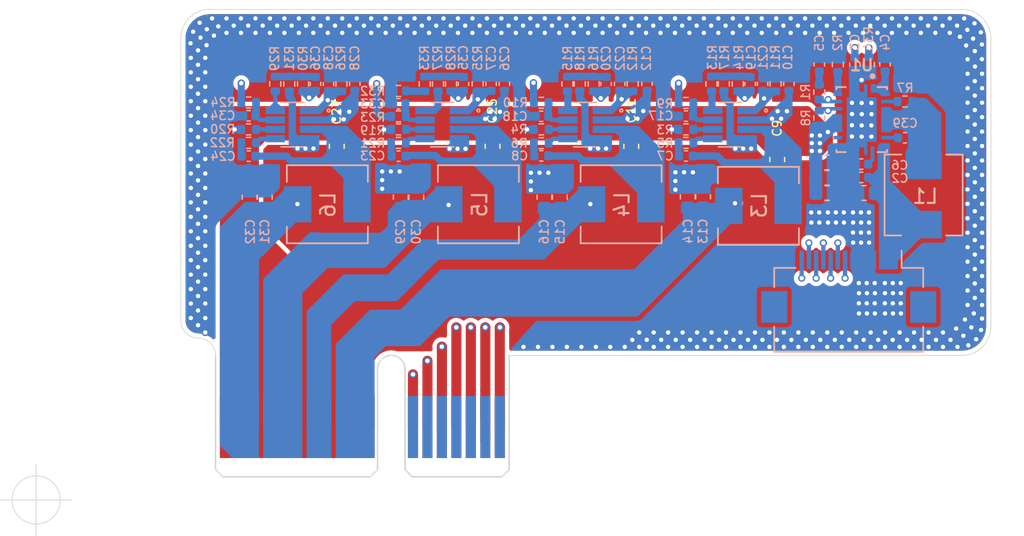
<source format=kicad_pcb>
(kicad_pcb (version 20171130) (host pcbnew "(5.1.8)-1")
  (layers (0 F.Cu signal) (1 In1.Cu signal) (2 In2.Cu signal) (31 B.Cu signal) (34 B.Paste user) (35 F.Paste user) (36 B.SilkS user) (37 F.SilkS user) (38 B.Mask user hide) (39 F.Mask user hide) (44 Edge.Cuts user))
  (net 0 "")
  (net 1 GND)
  (net 2 +3V3)
  (net 3 +5V)
  (net 4 +1V2)
  (net 5 +1V5)
  (net 6 +2V5)
  (net 7 "Net-(C7-Pad1)")
  (net 8 "Net-(C8-Pad1)")
  (net 9 "Net-(C19-Pad1)")
  (net 10 "Net-(C20-Pad1)")
  (net 11 "Net-(C23-Pad1)")
  (net 12 "Net-(C24-Pad1)")
  (net 13 "Net-(C35-Pad1)")
  (net 14 "Net-(C36-Pad1)")
  (net 15 "Net-(R32-Pad2)")
  (net 16 "Net-(1V2-Pad8)")
  (net 17 "Net-(1V2-Pad6)")
  (net 18 "Net-(1V2-Pad5)")
  (net 19 "Net-(1V2-Pad3)")
  (net 20 "Net-(1V2-Pad1)")
  (net 21 "Net-(1V5-Pad8)")
  (net 22 "Net-(1V5-Pad6)")
  (net 23 "Net-(1V5-Pad5)")
  (net 24 "Net-(1V5-Pad3)")
  (net 25 "Net-(1V5-Pad1)")
  (net 26 "Net-(2V5-Pad1)")
  (net 27 "Net-(2V5-Pad3)")
  (net 28 "Net-(2V5-Pad5)")
  (net 29 "Net-(2V5-Pad6)")
  (net 30 "Net-(2V5-Pad8)")
  (net 31 "Net-(3V3-Pad1)")
  (net 32 "Net-(3V3-Pad3)")
  (net 33 "Net-(3V3-Pad5)")
  (net 34 "Net-(3V3-Pad6)")
  (net 35 "Net-(3V3-Pad8)")
  (net 36 BAT+)
  (net 37 "Net-(C3-Pad1)")
  (net 38 "Net-(C4-Pad1)")
  (net 39 "Net-(C5-Pad1)")
  (net 40 "Net-(C6-Pad1)")
  (net 41 "Net-(C39-Pad1)")
  (net 42 "Net-(R2-Pad1)")
  (net 43 "Net-(R7-Pad1)")
  (net 44 "Net-(R34-Pad2)")
  (net 45 "Net-(C39-Pad2)")
  (net 46 REG_EN2)
  (net 47 REG_EN1)
  (net 48 REG_CHG)
  (net 49 REG_POWER)
  (net 50 BAT_ISET)
  (net 51 BAT_PG)
  (net 52 BAT_CHG)
  (net 53 "Net-(1V2-Pad7)")
  (net 54 "Net-(1V5-Pad7)")
  (net 55 "Net-(2V5-Pad7)")
  (net 56 "Net-(3V3-Pad7)")
  (module Lib:IC_TPS61088RHLR (layer B.Cu) (at 155.99 98.94 180)
    (fp_text reference U1 (at 0 3.76599) (layer B.SilkS) (effects (font (size 0.80148 0.80148)) (justify mirror)))
    (fp_text value TPS61088RHLR)
    (fp_poly (pts (xy -0.375 1.525) (xy -0.375 2.4) (xy -0.374931 2.402617) (xy -0.374726 2.405226) (xy -0.374384 2.407822) (xy -0.373907 2.410396) (xy -0.373296 2.412941) (xy -0.372553 2.415451) (xy -0.371679 2.417918) (xy -0.370677 2.420337) (xy -0.36955 2.4227) (xy -0.368301 2.425) (xy -0.366934 2.427232) (xy -0.365451 2.429389) (xy -0.363857 2.431466) (xy -0.362157 2.433457) (xy -0.360355 2.435355) (xy -0.358457 2.437157) (xy -0.356466 2.438857) (xy -0.354389 2.440451) (xy -0.352232 2.441934) (xy -0.35 2.443301) (xy -0.3477 2.44455) (xy -0.345337 2.445677) (xy -0.342918 2.446679) (xy -0.340451 2.447553) (xy -0.337941 2.448296) (xy -0.335396 2.448907) (xy -0.332822 2.449384) (xy -0.330226 2.449726) (xy -0.327617 2.449931) (xy -0.325 2.45) (xy -0.225 2.45) (xy -0.222383 2.449931) (xy -0.219774 2.449726) (xy -0.217178 2.449384) (xy -0.214604 2.448907) (xy -0.212059 2.448296) (xy -0.209549 2.447553) (xy -0.207082 2.446679) (xy -0.204663 2.445677) (xy -0.2023 2.44455) (xy -0.2 2.443301) (xy -0.197768 2.441934) (xy -0.195611 2.440451) (xy -0.193534 2.438857) (xy -0.191543 2.437157) (xy -0.189645 2.435355) (xy -0.187843 2.433457) (xy -0.186143 2.431466) (xy -0.184549 2.429389) (xy -0.183066 2.427232) (xy -0.181699 2.425) (xy -0.18045 2.4227) (xy -0.179323 2.420337) (xy -0.178321 2.417918) (xy -0.177447 2.415451) (xy -0.176704 2.412941) (xy -0.176093 2.410396) (xy -0.175616 2.407822) (xy -0.175274 2.405226) (xy -0.175069 2.402617) (xy -0.175 2.4) (xy -0.175 1.925) (xy 0.175 1.925) (xy 0.175 2.4) (xy 0.175069 2.402617) (xy 0.175274 2.405226) (xy 0.175616 2.407822) (xy 0.176093 2.410396) (xy 0.176704 2.412941) (xy 0.177447 2.415451) (xy 0.178321 2.417918) (xy 0.179323 2.420337) (xy 0.18045 2.4227) (xy 0.181699 2.425) (xy 0.183066 2.427232) (xy 0.184549 2.429389) (xy 0.186143 2.431466) (xy 0.187843 2.433457) (xy 0.189645 2.435355) (xy 0.191543 2.437157) (xy 0.193534 2.438857) (xy 0.195611 2.440451) (xy 0.197768 2.441934) (xy 0.2 2.443301) (xy 0.2023 2.44455) (xy 0.204663 2.445677) (xy 0.207082 2.446679) (xy 0.209549 2.447553) (xy 0.212059 2.448296) (xy 0.214604 2.448907) (xy 0.217178 2.449384) (xy 0.219774 2.449726) (xy 0.222383 2.449931) (xy 0.225 2.45) (xy 0.325 2.45) (xy 0.327617 2.449931) (xy 0.330226 2.449726) (xy 0.332822 2.449384) (xy 0.335396 2.448907) (xy 0.337941 2.448296) (xy 0.340451 2.447553) (xy 0.342918 2.446679) (xy 0.345337 2.445677) (xy 0.3477 2.44455) (xy 0.35 2.443301) (xy 0.352232 2.441934) (xy 0.354389 2.440451) (xy 0.356466 2.438857) (xy 0.358457 2.437157) (xy 0.360355 2.435355) (xy 0.362157 2.433457) (xy 0.363857 2.431466) (xy 0.365451 2.429389) (xy 0.366934 2.427232) (xy 0.368301 2.425) (xy 0.36955 2.4227) (xy 0.370677 2.420337) (xy 0.371679 2.417918) (xy 0.372553 2.415451) (xy 0.373296 2.412941) (xy 0.373907 2.410396) (xy 0.374384 2.407822) (xy 0.374726 2.405226) (xy 0.374931 2.402617) (xy 0.375 2.4) (xy 0.375 1.525) (xy 0.975 1.525) (xy 0.977617 1.524931) (xy 0.980226 1.524726) (xy 0.982822 1.524384) (xy 0.985396 1.523907) (xy 0.987941 1.523296) (xy 0.990451 1.522553) (xy 0.992918 1.521679) (xy 0.995337 1.520677) (xy 0.9977 1.51955) (xy 1 1.518301) (xy 1.002232 1.516934) (xy 1.004389 1.515451) (xy 1.006466 1.513857) (xy 1.008457 1.512157) (xy 1.010355 1.510355) (xy 1.012157 1.508457) (xy 1.013857 1.506466) (xy 1.015451 1.504389) (xy 1.016934 1.502232) (xy 1.018301 1.5) (xy 1.01955 1.4977) (xy 1.020677 1.495337) (xy 1.021679 1.492918) (xy 1.022553 1.490451) (xy 1.023296 1.487941) (xy 1.023907 1.485396) (xy 1.024384 1.482822) (xy 1.024726 1.480226) (xy 1.024931 1.477617) (xy 1.025 1.475) (xy 1.025 -1.475) (xy 1.024931 -1.477617) (xy 1.024726 -1.480226) (xy 1.024384 -1.482822) (xy 1.023907 -1.485396) (xy 1.023296 -1.487941) (xy 1.022553 -1.490451) (xy 1.021679 -1.492918) (xy 1.020677 -1.495337) (xy 1.01955 -1.4977) (xy 1.018301 -1.5) (xy 1.016934 -1.502232) (xy 1.015451 -1.504389) (xy 1.013857 -1.506466) (xy 1.012157 -1.508457) (xy 1.010355 -1.510355) (xy 1.008457 -1.512157) (xy 1.006466 -1.513857) (xy 1.004389 -1.515451) (xy 1.002232 -1.516934) (xy 1 -1.518301) (xy 0.9977 -1.51955) (xy 0.995337 -1.520677) (xy 0.992918 -1.521679) (xy 0.990451 -1.522553) (xy 0.987941 -1.523296) (xy 0.985396 -1.523907) (xy 0.982822 -1.524384) (xy 0.980226 -1.524726) (xy 0.977617 -1.524931) (xy 0.975 -1.525) (xy 0.375 -1.525) (xy 0.375 -2.4) (xy 0.374931 -2.402617) (xy 0.374726 -2.405226) (xy 0.374384 -2.407822) (xy 0.373907 -2.410396) (xy 0.373296 -2.412941) (xy 0.372553 -2.415451) (xy 0.371679 -2.417918) (xy 0.370677 -2.420337) (xy 0.36955 -2.4227) (xy 0.368301 -2.425) (xy 0.366934 -2.427232) (xy 0.365451 -2.429389) (xy 0.363857 -2.431466) (xy 0.362157 -2.433457) (xy 0.360355 -2.435355) (xy 0.358457 -2.437157) (xy 0.356466 -2.438857) (xy 0.354389 -2.440451) (xy 0.352232 -2.441934) (xy 0.35 -2.443301) (xy 0.3477 -2.44455) (xy 0.345337 -2.445677) (xy 0.342918 -2.446679) (xy 0.340451 -2.447553) (xy 0.337941 -2.448296) (xy 0.335396 -2.448907) (xy 0.332822 -2.449384) (xy 0.330226 -2.449726) (xy 0.327617 -2.449931) (xy 0.325 -2.45) (xy 0.225 -2.45) (xy 0.222383 -2.449931) (xy 0.219774 -2.449726) (xy 0.217178 -2.449384) (xy 0.214604 -2.448907) (xy 0.212059 -2.448296) (xy 0.209549 -2.447553) (xy 0.207082 -2.446679) (xy 0.204663 -2.445677) (xy 0.2023 -2.44455) (xy 0.2 -2.443301) (xy 0.197768 -2.441934) (xy 0.195611 -2.440451) (xy 0.193534 -2.438857) (xy 0.191543 -2.437157) (xy 0.189645 -2.435355) (xy 0.187843 -2.433457) (xy 0.186143 -2.431466) (xy 0.184549 -2.429389) (xy 0.183066 -2.427232) (xy 0.181699 -2.425) (xy 0.18045 -2.4227) (xy 0.179323 -2.420337) (xy 0.178321 -2.417918) (xy 0.177447 -2.415451) (xy 0.176704 -2.412941) (xy 0.176093 -2.410396) (xy 0.175616 -2.407822) (xy 0.175274 -2.405226) (xy 0.175069 -2.402617) (xy 0.175 -2.4) (xy 0.175 -1.925) (xy -0.175 -1.925) (xy -0.175 -2.4) (xy -0.175069 -2.402617) (xy -0.175274 -2.405226) (xy -0.175616 -2.407822) (xy -0.176093 -2.410396) (xy -0.176704 -2.412941) (xy -0.177447 -2.415451) (xy -0.178321 -2.417918) (xy -0.179323 -2.420337) (xy -0.18045 -2.4227) (xy -0.181699 -2.425) (xy -0.183066 -2.427232) (xy -0.184549 -2.429389) (xy -0.186143 -2.431466) (xy -0.187843 -2.433457) (xy -0.189645 -2.435355) (xy -0.191543 -2.437157) (xy -0.193534 -2.438857) (xy -0.195611 -2.440451) (xy -0.197768 -2.441934) (xy -0.2 -2.443301) (xy -0.2023 -2.44455) (xy -0.204663 -2.445677) (xy -0.207082 -2.446679) (xy -0.209549 -2.447553) (xy -0.212059 -2.448296) (xy -0.214604 -2.448907) (xy -0.217178 -2.449384) (xy -0.219774 -2.449726) (xy -0.222383 -2.449931) (xy -0.225 -2.45) (xy -0.325 -2.45) (xy -0.327617 -2.449931) (xy -0.330226 -2.449726) (xy -0.332822 -2.449384) (xy -0.335396 -2.448907) (xy -0.337941 -2.448296) (xy -0.340451 -2.447553) (xy -0.342918 -2.446679) (xy -0.345337 -2.445677) (xy -0.3477 -2.44455) (xy -0.35 -2.443301) (xy -0.352232 -2.441934) (xy -0.354389 -2.440451) (xy -0.356466 -2.438857) (xy -0.358457 -2.437157) (xy -0.360355 -2.435355) (xy -0.362157 -2.433457) (xy -0.363857 -2.431466) (xy -0.365451 -2.429389) (xy -0.366934 -2.427232) (xy -0.368301 -2.425) (xy -0.36955 -2.4227) (xy -0.370677 -2.420337) (xy -0.371679 -2.417918) (xy -0.372553 -2.415451) (xy -0.373296 -2.412941) (xy -0.373907 -2.410396) (xy -0.374384 -2.407822) (xy -0.374726 -2.405226) (xy -0.374931 -2.402617) (xy -0.375 -2.4) (xy -0.375 -1.525) (xy -0.975 -1.525) (xy -0.977617 -1.524931) (xy -0.980226 -1.524726) (xy -0.982822 -1.524384) (xy -0.985396 -1.523907) (xy -0.987941 -1.523296) (xy -0.990451 -1.522553) (xy -0.992918 -1.521679) (xy -0.995337 -1.520677) (xy -0.9977 -1.51955) (xy -1 -1.518301) (xy -1.002232 -1.516934) (xy -1.004389 -1.515451) (xy -1.006466 -1.513857) (xy -1.008457 -1.512157) (xy -1.010355 -1.510355) (xy -1.012157 -1.508457) (xy -1.013857 -1.506466) (xy -1.015451 -1.504389) (xy -1.016934 -1.502232) (xy -1.018301 -1.5) (xy -1.01955 -1.4977) (xy -1.020677 -1.495337) (xy -1.021679 -1.492918) (xy -1.022553 -1.490451) (xy -1.023296 -1.487941) (xy -1.023907 -1.485396) (xy -1.024384 -1.482822) (xy -1.024726 -1.480226) (xy -1.024931 -1.477617) (xy -1.025 -1.475) (xy -1.025 1.475) (xy -1.024931 1.477617) (xy -1.024726 1.480226) (xy -1.024384 1.482822) (xy -1.023907 1.485396) (xy -1.023296 1.487941) (xy -1.022553 1.490451) (xy -1.021679 1.492918) (xy -1.020677 1.495337) (xy -1.01955 1.4977) (xy -1.018301 1.5) (xy -1.016934 1.502232) (xy -1.015451 1.504389) (xy -1.013857 1.506466) (xy -1.012157 1.508457) (xy -1.010355 1.510355) (xy -1.008457 1.512157) (xy -1.006466 1.513857) (xy -1.004389 1.515451) (xy -1.002232 1.516934) (xy -1 1.518301) (xy -0.9977 1.51955) (xy -0.995337 1.520677) (xy -0.992918 1.521679) (xy -0.990451 1.522553) (xy -0.987941 1.523296) (xy -0.985396 1.523907) (xy -0.982822 1.524384) (xy -0.980226 1.524726) (xy -0.977617 1.524931) (xy -0.975 1.525) (xy -0.375 1.525)) (layer B.Cu) (width 0.01))
    (pad 21 smd rect (at 0 0 180) (size 2.05 3.05) (layers B.Cu B.Mask) (net 1 GND))
    (pad 19 smd rect (at 1.65 1.75 180) (size 0.6 0.24) (layers B.Cu B.Paste B.Mask) (net 42 "Net-(R2-Pad1)"))
    (pad 18 smd rect (at 1.65 1.25 180) (size 0.6 0.24) (layers B.Cu B.Paste B.Mask) (net 37 "Net-(C3-Pad1)"))
    (pad 17 smd rect (at 1.65 0.75 180) (size 0.6 0.24) (layers B.Cu B.Paste B.Mask) (net 44 "Net-(R34-Pad2)"))
    (pad 12 smd rect (at 1.65 -1.75 180) (size 0.6 0.24) (layers B.Cu B.Paste B.Mask) (net 1 GND))
    (pad 13 smd rect (at 1.65 -1.25 180) (size 0.6 0.24) (layers B.Cu B.Paste B.Mask))
    (pad 14 smd rect (at 1.65 -0.75 180) (size 0.6 0.24) (layers B.Cu B.Paste B.Mask) (net 3 +5V))
    (pad 15 smd rect (at 1.65 -0.25 180) (size 0.6 0.24) (layers B.Cu B.Paste B.Mask) (net 3 +5V))
    (pad 16 smd rect (at 1.65 0.25 180) (size 0.6 0.24) (layers B.Cu B.Paste B.Mask) (net 3 +5V))
    (pad 2 smd rect (at -1.65 1.75 180) (size 0.6 0.24) (layers B.Cu B.Paste B.Mask) (net 38 "Net-(C4-Pad1)"))
    (pad 3 smd rect (at -1.65 1.25 180) (size 0.6 0.24) (layers B.Cu B.Paste B.Mask) (net 43 "Net-(R7-Pad1)"))
    (pad 4 smd rect (at -1.65 0.75 180) (size 0.6 0.24) (layers B.Cu B.Paste B.Mask) (net 45 "Net-(C39-Pad2)"))
    (pad 9 smd rect (at -1.65 -1.75 180) (size 0.6 0.24) (layers B.Cu B.Paste B.Mask) (net 36 BAT+))
    (pad 8 smd rect (at -1.65 -1.25 180) (size 0.6 0.24) (layers B.Cu B.Paste B.Mask) (net 41 "Net-(C39-Pad1)"))
    (pad 7 smd rect (at -1.65 -0.75 180) (size 0.6 0.24) (layers B.Cu B.Paste B.Mask) (net 45 "Net-(C39-Pad2)"))
    (pad 6 smd rect (at -1.65 -0.25 180) (size 0.6 0.24) (layers B.Cu B.Paste B.Mask) (net 45 "Net-(C39-Pad2)"))
    (pad 5 smd rect (at -1.65 0.25 180) (size 0.6 0.24) (layers B.Cu B.Paste B.Mask) (net 45 "Net-(C39-Pad2)"))
    (pad 11 smd rect (at 0.75 -2.15 180) (size 0.24 0.6) (layers B.Cu B.Paste B.Mask) (net 1 GND))
    (pad 10 smd rect (at -0.75 -2.15 180) (size 0.24 0.6) (layers B.Cu B.Paste B.Mask) (net 40 "Net-(C6-Pad1)"))
    (pad 20 smd rect (at 0.75 2.15 180) (size 0.24 0.6) (layers B.Cu B.Paste B.Mask) (net 1 GND))
    (pad 1 smd rect (at -0.75 2.15 180) (size 0.24 0.6) (layers B.Cu B.Paste B.Mask) (net 38 "Net-(C4-Pad1)"))
  )
  (module Lib:pad-6-1.5 (layer B.Cu) (at 110.1 98.78 90)
    (fp_text reference J10 hide)
    (fp_text value Conn_01x01)
    (pad 1 smd roundrect (at 0 0 90) (size 7 1.1) (layers B.Cu B.Paste B.Mask) (net 1 GND))
  )
  (module Lib:pad-6-1.5 (layer B.Cu) (at 143.79 92.39)
    (fp_text reference J9 hide)
    (fp_text value Conn_01x01)
    (pad 1 smd roundrect (at 0 0) (size 7 1.1) (layers B.Cu B.Paste B.Mask) (net 1 GND))
  )
  (module Lib:pad-6-1.5 (layer B.Cu) (at 143.79 114.17)
    (fp_text reference J8 hide)
    (fp_text value Conn_01x01)
    (pad 1 smd roundrect (at 0 0) (size 7 1.1) (layers B.Cu B.Paste B.Mask) (net 1 GND))
  )
  (module Lib:pad-6-1.5 (layer B.Cu) (at 110.1 107.78 90)
    (fp_text reference J7 hide)
    (fp_text value Conn_01x01)
    (pad 1 smd roundrect (at 0 0 90) (size 7 1.1) (layers B.Cu B.Paste B.Mask) (net 1 GND))
  )
  (module Lib:pad-6-1.5 (layer B.Cu) (at 163.81 98.78 90)
    (fp_text reference J6 hide)
    (fp_text value Conn_01x01)
    (pad 1 smd roundrect (at 0 0 90) (size 7 1.1) (layers B.Cu B.Paste B.Mask) (net 1 GND))
  )
  (module Lib:pad-6-1.5 (layer B.Cu) (at 130.08 92.39)
    (fp_text reference J5 hide)
    (fp_text value Conn_01x01)
    (pad 1 smd roundrect (at 0 0) (size 7 1.1) (layers B.Cu B.Paste B.Mask) (net 1 GND))
  )
  (module Lib:pad-6-1.5 (layer B.Cu) (at 157.5 92.39)
    (fp_text reference J4 hide)
    (fp_text value Conn_01x01)
    (pad 1 smd roundrect (at 0 0) (size 7 1.1) (layers B.Cu B.Paste B.Mask) (net 1 GND))
  )
  (module Lib:pad-6-1.5 (layer B.Cu) (at 163.82 107.78 90)
    (fp_text reference J3 hide)
    (fp_text value Conn_01x01)
    (pad 1 smd roundrect (at 0 0 90) (size 7 1.1) (layers B.Cu B.Paste B.Mask) (net 1 GND))
  )
  (module Lib:pad-6-1.5 (layer B.Cu) (at 116.37 92.39)
    (fp_text reference J2 hide)
    (fp_text value Conn_01x01)
    (pad 1 smd roundrect (at 0 0) (size 7 1.1) (layers B.Cu B.Paste B.Mask) (net 1 GND))
  )
  (module Inductor_SMD:L_Sunlord_MWSA0518_5.4x5.2mm (layer B.Cu) (at 139.36 104.8 180)
    (fp_text reference L4 (at -0.06 -0.02 90) (layer B.SilkS) (effects (justify mirror)))
    (fp_text value 3.3uH)
    (pad 2 smd rect (at 2.05 0 180) (size 1.9 2.5) (layers B.Cu B.Paste B.Mask) (net 6 +2V5))
    (pad 1 smd rect (at -2.05 0 180) (size 1.9 2.5) (layers B.Cu B.Paste B.Mask) (net 27 "Net-(2V5-Pad3)"))
  )
  (module Lib:SOT65P280X100-8N (layer B.Cu) (at 146.880001 99.29 180)
    (fp_text reference 3V3 hide)
    (fp_text value MP1495S)
    (pad 1 smd rect (at -1.19 0.975 180) (size 1.34 0.49) (layers B.Cu B.Paste B.Mask) (net 31 "Net-(3V3-Pad1)"))
    (pad 2 smd rect (at -1.19 0.325 180) (size 1.34 0.49) (layers B.Cu B.Paste B.Mask) (net 3 +5V))
    (pad 3 smd rect (at -1.19 -0.325 180) (size 1.34 0.49) (layers B.Cu B.Paste B.Mask) (net 32 "Net-(3V3-Pad3)"))
    (pad 4 smd rect (at -1.19 -0.975 180) (size 1.34 0.49) (layers B.Cu B.Paste B.Mask) (net 1 GND))
    (pad 5 smd rect (at 1.19 -0.975 180) (size 1.34 0.49) (layers B.Cu B.Paste B.Mask) (net 33 "Net-(3V3-Pad5)"))
    (pad 6 smd rect (at 1.19 -0.325 180) (size 1.34 0.49) (layers B.Cu B.Paste B.Mask) (net 34 "Net-(3V3-Pad6)"))
    (pad 7 smd rect (at 1.19 0.325 180) (size 1.34 0.49) (layers B.Cu B.Paste B.Mask) (net 56 "Net-(3V3-Pad7)"))
    (pad 8 smd rect (at 1.19 0.975 180) (size 1.34 0.49) (layers B.Cu B.Paste B.Mask) (net 35 "Net-(3V3-Pad8)"))
  )
  (module Capacitor_SMD:C_0603_1608Metric (layer B.Cu) (at 134.06 104.31 90)
    (fp_text reference C16 (at -2.39 -0.025 270) (layer B.SilkS) (effects (font (size 0.6 0.6) (thickness 0.1)) (justify mirror)))
    (fp_text value 22uF)
    (pad 2 smd roundrect (at 0.775 0 90) (size 0.9 0.95) (layers B.Cu B.Paste B.Mask) (net 1 GND))
    (pad 1 smd roundrect (at -0.775 0 90) (size 0.9 0.95) (layers B.Cu B.Paste B.Mask) (net 6 +2V5))
  )
  (module Inductor_SMD:L_Sunlord_MWSA0518_5.4x5.2mm (layer B.Cu) (at 119.05 104.8 180)
    (fp_text reference L6 (at -0.04 -0.04 90) (layer B.SilkS) (effects (justify mirror)))
    (fp_text value 1.8uH)
    (pad 2 smd rect (at 2.05 0 180) (size 1.9 2.5) (layers B.Cu B.Paste B.Mask) (net 4 +1V2))
    (pad 1 smd rect (at -2.05 0 180) (size 1.9 2.5) (layers B.Cu B.Paste B.Mask) (net 19 "Net-(1V2-Pad3)"))
  )
  (module Inductor_SMD:L_Sunlord_MWSA0518_5.4x5.2mm (layer B.Cu) (at 129.49 104.8 180)
    (fp_text reference L5 (at -0.09 -0.01 90) (layer B.SilkS) (effects (justify mirror)))
    (fp_text value 2.2uH)
    (pad 2 smd rect (at 2.05 0 180) (size 1.9 2.5) (layers B.Cu B.Paste B.Mask) (net 5 +1V5))
    (pad 1 smd rect (at -2.05 0 180) (size 1.9 2.5) (layers B.Cu B.Paste B.Mask) (net 24 "Net-(1V5-Pad3)"))
  )
  (module Inductor_SMD:L_Sunlord_MWSA0518_5.4x5.2mm (layer B.Cu) (at 148.85 104.91 180)
    (fp_text reference L3 (at -0.06 0.03 90) (layer B.SilkS) (effects (justify mirror)))
    (fp_text value 4.7uH)
    (pad 2 smd rect (at 2.05 0 180) (size 1.9 2.5) (layers B.Cu B.Paste B.Mask) (net 2 +3V3))
    (pad 1 smd rect (at -2.05 0 180) (size 1.9 2.5) (layers B.Cu B.Paste B.Mask) (net 32 "Net-(3V3-Pad3)"))
  )
  (module Inductor_SMD:L_Sunlord_MWSA0518_5.4x5.2mm (layer B.Cu) (at 160.27 104.16 90)
    (fp_text reference L1 (at -0.09 0.11 180) (layer B.SilkS) (effects (justify mirror)))
    (fp_text value 1uH)
    (pad 2 smd rect (at 2.05 0 90) (size 1.9 2.5) (layers B.Cu B.Paste B.Mask) (net 45 "Net-(C39-Pad2)"))
    (pad 1 smd rect (at -2.05 0 90) (size 1.9 2.5) (layers B.Cu B.Paste B.Mask) (net 36 BAT+))
  )
  (module Capacitor_SMD:C_0603_1608Metric (layer B.Cu) (at 153.6 104.02)
    (fp_text reference C42 hide)
    (fp_text value 22uF)
    (pad 2 smd roundrect (at 0.775 0) (size 0.9 0.95) (layers B.Cu B.Paste B.Mask) (net 1 GND))
    (pad 1 smd roundrect (at -0.775 0) (size 0.9 0.95) (layers B.Cu B.Paste B.Mask) (net 3 +5V))
  )
  (module Connector_FFC-FPC:Hirose_FH12-14S-0.5SH_1x14-1MP_P0.50mm_Horizontal (layer B.Cu) (at 155.09 110.505 180)
    (fp_text reference J1 hide)
    (fp_text value Conn_01x14)
    (pad 14 smd rect (at 3.25 1.85 180) (size 0.3 1.3) (layers B.Cu B.Paste B.Mask) (net 46 REG_EN2))
    (pad 13 smd rect (at 2.75 1.85 180) (size 0.3 1.3) (layers B.Cu B.Paste B.Mask) (net 47 REG_EN1))
    (pad 12 smd rect (at 2.25 1.85 180) (size 0.3 1.3) (layers B.Cu B.Paste B.Mask) (net 48 REG_CHG))
    (pad 11 smd rect (at 1.75 1.85 180) (size 0.3 1.3) (layers B.Cu B.Paste B.Mask) (net 49 REG_POWER))
    (pad 10 smd rect (at 1.25 1.85 180) (size 0.3 1.3) (layers B.Cu B.Paste B.Mask) (net 50 BAT_ISET))
    (pad 9 smd rect (at 0.75 1.85 180) (size 0.3 1.3) (layers B.Cu B.Paste B.Mask) (net 51 BAT_PG))
    (pad 8 smd rect (at 0.25 1.85 180) (size 0.3 1.3) (layers B.Cu B.Paste B.Mask) (net 52 BAT_CHG))
    (pad 7 smd rect (at -0.25 1.85 180) (size 0.3 1.3) (layers B.Cu B.Paste B.Mask) (net 1 GND))
    (pad 6 smd rect (at -0.75 1.85 180) (size 0.3 1.3) (layers B.Cu B.Paste B.Mask) (net 1 GND))
    (pad 5 smd rect (at -1.25 1.85 180) (size 0.3 1.3) (layers B.Cu B.Paste B.Mask) (net 1 GND))
    (pad 4 smd rect (at -1.75 1.85 180) (size 0.3 1.3) (layers B.Cu B.Paste B.Mask) (net 1 GND))
    (pad 3 smd rect (at -2.25 1.85 180) (size 0.3 1.3) (layers B.Cu B.Paste B.Mask) (net 36 BAT+))
    (pad 2 smd rect (at -2.75 1.85 180) (size 0.3 1.3) (layers B.Cu B.Paste B.Mask) (net 36 BAT+))
    (pad 1 smd rect (at -3.25 1.85 180) (size 0.3 1.3) (layers B.Cu B.Paste B.Mask) (net 36 BAT+))
    (pad MP smd rect (at -5.15 -1.4 180) (size 1.8 2.2) (layers B.Cu B.Paste B.Mask))
    (pad MP smd rect (at 5.15 -1.4 180) (size 1.8 2.2) (layers B.Cu B.Paste B.Mask))
  )
  (module Resistor_SMD:R_0402_1005Metric (layer B.Cu) (at 156.48 95.13 90)
    (fp_text reference R34 (at 1.79 -0.01 90) (layer B.SilkS) (effects (font (size 0.6 0.6) (thickness 0.1)) (justify mirror)))
    (fp_text value 69.8K)
    (pad 2 smd roundrect (at 0.51 0 90) (size 0.54 0.64) (layers B.Cu B.Paste B.Mask) (net 44 "Net-(R34-Pad2)"))
    (pad 1 smd roundrect (at -0.51 0 90) (size 0.54 0.64) (layers B.Cu B.Paste B.Mask) (net 1 GND))
  )
  (module Resistor_SMD:R_0402_1005Metric (layer B.Cu) (at 153.06 98.83 270)
    (fp_text reference R8 (at -0.01 0.93 90) (layer B.SilkS) (effects (font (size 0.6 0.6) (thickness 0.1)) (justify mirror)))
    (fp_text value 220K)
    (pad 2 smd roundrect (at 0.51 0 270) (size 0.54 0.64) (layers B.Cu B.Paste B.Mask) (net 3 +5V))
    (pad 1 smd roundrect (at -0.51 0 270) (size 0.54 0.64) (layers B.Cu B.Paste B.Mask) (net 44 "Net-(R34-Pad2)"))
  )
  (module Resistor_SMD:R_0402_1005Metric (layer B.Cu) (at 158.98 97.69)
    (fp_text reference R7 (at 0.01 -0.94) (layer B.SilkS) (effects (font (size 0.6 0.6) (thickness 0.1)) (justify mirror)))
    (fp_text value 267K)
    (pad 2 smd roundrect (at 0.51 0) (size 0.54 0.64) (layers B.Cu B.Paste B.Mask) (net 45 "Net-(C39-Pad2)"))
    (pad 1 smd roundrect (at -0.51 0) (size 0.54 0.64) (layers B.Cu B.Paste B.Mask) (net 43 "Net-(R7-Pad1)"))
  )
  (module Resistor_SMD:R_0402_1005Metric (layer B.Cu) (at 154.34 95.13 90)
    (fp_text reference R2 (at 1.51 -0.01 90) (layer B.SilkS) (effects (font (size 0.6 0.6) (thickness 0.1)) (justify mirror)))
    (fp_text value 113K)
    (pad 1 smd roundrect (at -0.51 0 90) (size 0.54 0.64) (layers B.Cu B.Paste B.Mask) (net 42 "Net-(R2-Pad1)"))
    (pad 2 smd roundrect (at 0.51 0 90) (size 0.54 0.64) (layers B.Cu B.Paste B.Mask) (net 1 GND))
  )
  (module Resistor_SMD:R_0402_1005Metric (layer B.Cu) (at 153.06 97.04 90)
    (fp_text reference R1 (at 0 -0.95 90) (layer B.SilkS) (effects (font (size 0.6 0.6) (thickness 0.1)) (justify mirror)))
    (fp_text value 23.7K)
    (pad 2 smd roundrect (at 0.51 0 90) (size 0.54 0.64) (layers B.Cu B.Paste B.Mask) (net 39 "Net-(C5-Pad1)"))
    (pad 1 smd roundrect (at -0.51 0 90) (size 0.54 0.64) (layers B.Cu B.Paste B.Mask) (net 37 "Net-(C3-Pad1)"))
  )
  (module Capacitor_SMD:C_0603_1608Metric (layer B.Cu) (at 153.59 102.970001)
    (fp_text reference C41 hide)
    (fp_text value 22uF)
    (pad 2 smd roundrect (at 0.775 0) (size 0.9 0.95) (layers B.Cu B.Paste B.Mask) (net 1 GND))
    (pad 1 smd roundrect (at -0.775 0) (size 0.9 0.95) (layers B.Cu B.Paste B.Mask) (net 3 +5V))
  )
  (module Capacitor_SMD:C_0603_1608Metric (layer B.Cu) (at 153.589999 101.91)
    (fp_text reference C40 hide)
    (fp_text value 22uF)
    (pad 2 smd roundrect (at 0.775 0) (size 0.9 0.95) (layers B.Cu B.Paste B.Mask) (net 1 GND))
    (pad 1 smd roundrect (at -0.775 0) (size 0.9 0.95) (layers B.Cu B.Paste B.Mask) (net 3 +5V))
  )
  (module Capacitor_SMD:C_0402_1005Metric (layer B.Cu) (at 158.98 100.2)
    (fp_text reference C39 (at 0.01 -1.01) (layer B.SilkS) (effects (font (size 0.6 0.6) (thickness 0.1)) (justify mirror)))
    (fp_text value 0.1uF)
    (pad 2 smd roundrect (at 0.48 0) (size 0.56 0.62) (layers B.Cu B.Paste B.Mask) (net 45 "Net-(C39-Pad2)"))
    (pad 1 smd roundrect (at -0.48 0) (size 0.56 0.62) (layers B.Cu B.Paste B.Mask) (net 41 "Net-(C39-Pad1)"))
  )
  (module Capacitor_SMD:C_0402_1005Metric (layer B.Cu) (at 155.96 102.02 180)
    (fp_text reference C6 (at -2.66 -0.08) (layer B.SilkS) (effects (font (size 0.6 0.6) (thickness 0.1)) (justify mirror)))
    (fp_text value 8.2nF)
    (pad 2 smd roundrect (at 0.48 0 180) (size 0.56 0.62) (layers B.Cu B.Paste B.Mask) (net 1 GND))
    (pad 1 smd roundrect (at -0.48 0 180) (size 0.56 0.62) (layers B.Cu B.Paste B.Mask) (net 40 "Net-(C6-Pad1)"))
  )
  (module Capacitor_SMD:C_0402_1005Metric (layer B.Cu) (at 153.06 95.13 90)
    (fp_text reference C5 (at 1.5 0 90) (layer B.SilkS) (effects (font (size 0.6 0.6) (thickness 0.1)) (justify mirror)))
    (fp_text value 1nF)
    (pad 1 smd roundrect (at -0.48 0 90) (size 0.56 0.62) (layers B.Cu B.Paste B.Mask) (net 39 "Net-(C5-Pad1)"))
    (pad 2 smd roundrect (at 0.48 0 90) (size 0.56 0.62) (layers B.Cu B.Paste B.Mask) (net 1 GND))
  )
  (module Capacitor_SMD:C_0402_1005Metric (layer B.Cu) (at 157.6 95.13 90)
    (fp_text reference C4 (at 1.53 0.01 90) (layer B.SilkS) (effects (font (size 0.6 0.6) (thickness 0.1)) (justify mirror)))
    (fp_text value 1uF)
    (pad 2 smd roundrect (at 0.48 0 90) (size 0.56 0.62) (layers B.Cu B.Paste B.Mask) (net 1 GND))
    (pad 1 smd roundrect (at -0.48 0 90) (size 0.56 0.62) (layers B.Cu B.Paste B.Mask) (net 38 "Net-(C4-Pad1)"))
  )
  (module Capacitor_SMD:C_0402_1005Metric (layer B.Cu) (at 155.52 95.13 270)
    (fp_text reference C3 (at -1.54 0 90) (layer B.SilkS) (effects (font (size 0.6 0.6) (thickness 0.1)) (justify mirror)))
    (fp_text value 47pF)
    (pad 2 smd roundrect (at 0.48 0 270) (size 0.56 0.62) (layers B.Cu B.Paste B.Mask) (net 1 GND))
    (pad 1 smd roundrect (at -0.48 0 270) (size 0.56 0.62) (layers B.Cu B.Paste B.Mask) (net 37 "Net-(C3-Pad1)"))
  )
  (module Capacitor_SMD:C_0402_1005Metric (layer B.Cu) (at 155.96 102.94 180)
    (fp_text reference C2 (at -2.67 -0.06) (layer B.SilkS) (effects (font (size 0.6 0.6) (thickness 0.1)) (justify mirror)))
    (fp_text value 0.1uF)
    (pad 2 smd roundrect (at 0.48 0 180) (size 0.56 0.62) (layers B.Cu B.Paste B.Mask) (net 1 GND))
    (pad 1 smd roundrect (at -0.48 0 180) (size 0.56 0.62) (layers B.Cu B.Paste B.Mask) (net 36 BAT+))
  )
  (module Capacitor_SMD:C_0603_1608Metric (layer B.Cu) (at 156.15 104.02 180)
    (fp_text reference C1 hide)
    (fp_text value 10uF)
    (pad 2 smd roundrect (at 0.775 0 180) (size 0.9 0.95) (layers B.Cu B.Paste B.Mask) (net 1 GND))
    (pad 1 smd roundrect (at -0.775 0 180) (size 0.9 0.95) (layers B.Cu B.Paste B.Mask) (net 36 BAT+))
  )
  (module Connector_PCBEdge:BUS_PCIexpress_x1 (layer F.Cu) (at 111.97 120.21)
    (fp_text reference PCI1 hide)
    (fp_text value Conn_02x18_Row_Letter_First)
    (fp_line (start 19.65 2.95) (end 19.15 3.45) (layer Edge.Cuts) (width 0.1))
    (fp_line (start 12.45 2.95) (end 12.95 3.45) (layer Edge.Cuts) (width 0.1))
    (fp_line (start 10.55 2.95) (end 10.05 3.45) (layer Edge.Cuts) (width 0.1))
    (fp_line (start -0.65 2.95) (end -0.15 3.45) (layer Edge.Cuts) (width 0.1))
    (fp_line (start 12.95 3.45) (end 19.15 3.45) (layer Edge.Cuts) (width 0.1))
    (fp_line (start 19.65 -4.95) (end 19.65 2.95) (layer Edge.Cuts) (width 0.1))
    (fp_line (start -0.15 3.45) (end 10.05 3.45) (layer Edge.Cuts) (width 0.1))
    (fp_line (start -0.65 -4.95) (end -0.65 2.95) (layer Edge.Cuts) (width 0.1))
    (fp_line (start 12.45 -4) (end 12.45 2.95) (layer Edge.Cuts) (width 0.1))
    (fp_line (start 10.55 -4) (end 10.55 2.95) (layer Edge.Cuts) (width 0.1))
    (fp_arc (start 11.5 -4) (end 12.45 -4) (angle -180) (layer Edge.Cuts) (width 0.1))
    (pad A13 connect rect (at 14 0) (size 0.7 4.3) (layers B.Cu B.Mask))
    (pad A12 connect rect (at 13 0) (size 0.7 4.3) (layers B.Cu B.Mask))
    (pad A18 connect rect (at 19 0) (size 0.7 4.3) (layers B.Cu B.Mask))
    (pad A17 connect rect (at 18 0) (size 0.7 4.3) (layers B.Cu B.Mask))
    (pad A16 connect rect (at 17 0) (size 0.7 4.3) (layers B.Cu B.Mask))
    (pad A15 connect rect (at 16 0) (size 0.7 4.3) (layers B.Cu B.Mask))
    (pad A14 connect rect (at 15 0) (size 0.7 4.3) (layers B.Cu B.Mask))
    (pad A11 connect rect (at 10 0) (size 0.7 4.3) (layers B.Cu B.Mask) (net 2 +3V3))
    (pad A10 connect rect (at 9 0) (size 0.7 4.3) (layers B.Cu B.Mask) (net 2 +3V3))
    (pad A9 connect rect (at 8 0) (size 0.7 4.3) (layers B.Cu B.Mask) (net 2 +3V3))
    (pad A8 connect rect (at 7 0) (size 0.7 4.3) (layers B.Cu B.Mask) (net 6 +2V5))
    (pad A7 connect rect (at 6 0) (size 0.7 4.3) (layers B.Cu B.Mask) (net 6 +2V5))
    (pad A6 connect rect (at 5 0) (size 0.7 4.3) (layers B.Cu B.Mask) (net 5 +1V5))
    (pad A5 connect rect (at 4 0) (size 0.7 4.3) (layers B.Cu B.Mask) (net 5 +1V5))
    (pad A4 connect rect (at 3 0) (size 0.7 4.3) (layers B.Cu B.Mask) (net 5 +1V5))
    (pad A3 connect rect (at 2 0) (size 0.7 4.3) (layers B.Cu B.Mask) (net 4 +1V2))
    (pad A2 connect rect (at 1 0) (size 0.7 4.3) (layers B.Cu B.Mask) (net 4 +1V2))
    (pad A1 connect rect (at 0 -0.55) (size 0.7 3.2) (layers B.Cu B.Mask) (net 4 +1V2))
    (pad B13 connect rect (at 14 0) (size 0.7 4.3) (layers F.Cu F.Mask) (net 47 REG_EN1))
    (pad B12 connect rect (at 13 0) (size 0.7 4.3) (layers F.Cu F.Mask) (net 46 REG_EN2))
    (pad B18 connect rect (at 19 0) (size 0.7 4.3) (layers F.Cu F.Mask) (net 52 BAT_CHG))
    (pad B17 connect rect (at 18 -0.55) (size 0.7 3.2) (layers F.Cu F.Mask) (net 51 BAT_PG))
    (pad B16 connect rect (at 17 0) (size 0.7 4.3) (layers F.Cu F.Mask) (net 50 BAT_ISET))
    (pad B15 connect rect (at 16 0) (size 0.7 4.3) (layers F.Cu F.Mask) (net 49 REG_POWER))
    (pad B14 connect rect (at 15 0) (size 0.7 4.3) (layers F.Cu F.Mask) (net 48 REG_CHG))
    (pad B11 connect rect (at 10 0) (size 0.7 4.3) (layers F.Cu F.Mask) (net 1 GND))
    (pad B10 connect rect (at 9 0) (size 0.7 4.3) (layers F.Cu F.Mask) (net 1 GND))
    (pad B9 connect rect (at 8 0) (size 0.7 4.3) (layers F.Cu F.Mask) (net 1 GND))
    (pad B8 connect rect (at 7 0) (size 0.7 4.3) (layers F.Cu F.Mask) (net 1 GND))
    (pad B7 connect rect (at 6 0) (size 0.7 4.3) (layers F.Cu F.Mask) (net 1 GND))
    (pad B6 connect rect (at 5 0) (size 0.7 4.3) (layers F.Cu F.Mask) (net 1 GND))
    (pad B5 connect rect (at 4 0) (size 0.7 4.3) (layers F.Cu F.Mask) (net 3 +5V))
    (pad B4 connect rect (at 3 0) (size 0.7 4.3) (layers F.Cu F.Mask) (net 3 +5V))
    (pad B3 connect rect (at 2 0) (size 0.7 4.3) (layers F.Cu F.Mask) (net 3 +5V))
    (pad B2 connect rect (at 1 0) (size 0.7 4.3) (layers F.Cu F.Mask) (net 3 +5V))
    (pad B1 connect rect (at 0 0) (size 0.7 4.3) (layers F.Cu F.Mask) (net 3 +5V))
  )
  (module Capacitor_SMD:C_0603_1608Metric (layer B.Cu) (at 113.675001 104.31 90)
    (fp_text reference C32 (at -2.39 0.05 270) (layer B.SilkS) (effects (font (size 0.6 0.6) (thickness 0.1)) (justify mirror)))
    (fp_text value 22uF)
    (pad 2 smd roundrect (at 0.775 0 90) (size 0.9 0.95) (layers B.Cu B.Paste B.Mask) (net 1 GND))
    (pad 1 smd roundrect (at -0.775 0 90) (size 0.9 0.95) (layers B.Cu B.Paste B.Mask) (net 4 +1V2))
  )
  (module Capacitor_SMD:C_0603_1608Metric (layer B.Cu) (at 114.725 104.31 90)
    (fp_text reference C31 (at -2.39 0 270) (layer B.SilkS) (effects (font (size 0.6 0.6) (thickness 0.1)) (justify mirror)))
    (fp_text value 22uF)
    (pad 2 smd roundrect (at 0.775 0 90) (size 0.9 0.95) (layers B.Cu B.Paste B.Mask) (net 1 GND))
    (pad 1 smd roundrect (at -0.775 0 90) (size 0.9 0.95) (layers B.Cu B.Paste B.Mask) (net 4 +1V2))
  )
  (module Capacitor_SMD:C_0603_1608Metric (layer B.Cu) (at 125.2 104.31 90)
    (fp_text reference C30 (at -2.39 -0.005 270) (layer B.SilkS) (effects (font (size 0.6 0.6) (thickness 0.1)) (justify mirror)))
    (fp_text value 22uF)
    (pad 2 smd roundrect (at 0.775 0 90) (size 0.9 0.95) (layers B.Cu B.Paste B.Mask) (net 1 GND))
    (pad 1 smd roundrect (at -0.775 0 90) (size 0.9 0.95) (layers B.Cu B.Paste B.Mask) (net 5 +1V5))
  )
  (module Capacitor_SMD:C_0603_1608Metric (layer B.Cu) (at 124.124999 104.31 90)
    (fp_text reference C29 (at -2.39 -0.02 270) (layer B.SilkS) (effects (font (size 0.6 0.6) (thickness 0.1)) (justify mirror)))
    (fp_text value 22uF)
    (pad 2 smd roundrect (at 0.775 0 90) (size 0.9 0.95) (layers B.Cu B.Paste B.Mask) (net 1 GND))
    (pad 1 smd roundrect (at -0.775 0 90) (size 0.9 0.95) (layers B.Cu B.Paste B.Mask) (net 5 +1V5))
  )
  (module Capacitor_SMD:C_0603_1608Metric (layer F.Cu) (at 119.7 100.79 270)
    (fp_text reference C27 (at -2.37 0.01 90) (layer F.SilkS) (effects (font (size 0.6 0.6) (thickness 0.1))))
    (fp_text value 10uF)
    (pad 2 smd roundrect (at 0.775 0 270) (size 0.9 0.95) (layers F.Cu F.Paste F.Mask) (net 1 GND))
    (pad 1 smd roundrect (at -0.775 0 270) (size 0.9 0.95) (layers F.Cu F.Paste F.Mask) (net 3 +5V))
  )
  (module Capacitor_SMD:C_0603_1608Metric (layer F.Cu) (at 130.47 100.79 270)
    (fp_text reference C25 (at -2.45 0.02 90) (layer F.SilkS) (effects (font (size 0.6 0.6) (thickness 0.1))))
    (fp_text value 10uF)
    (pad 2 smd roundrect (at 0.775 0 270) (size 0.9 0.95) (layers F.Cu F.Paste F.Mask) (net 1 GND))
    (pad 1 smd roundrect (at -0.775 0 270) (size 0.9 0.95) (layers F.Cu F.Paste F.Mask) (net 3 +5V))
  )
  (module Capacitor_SMD:C_0603_1608Metric (layer B.Cu) (at 135.12 104.31 90)
    (fp_text reference C15 (at -2.39 0.02 270) (layer B.SilkS) (effects (font (size 0.6 0.6) (thickness 0.1)) (justify mirror)))
    (fp_text value 22uF)
    (pad 2 smd roundrect (at 0.775 0 90) (size 0.9 0.95) (layers B.Cu B.Paste B.Mask) (net 1 GND))
    (pad 1 smd roundrect (at -0.775 0 90) (size 0.9 0.95) (layers B.Cu B.Paste B.Mask) (net 6 +2V5))
  )
  (module Capacitor_SMD:C_0603_1608Metric (layer B.Cu) (at 143.965 104.28 90)
    (fp_text reference C14 (at -2.39 0.02 270) (layer B.SilkS) (effects (font (size 0.6 0.6) (thickness 0.1)) (justify mirror)))
    (fp_text value 22uF)
    (pad 2 smd roundrect (at 0.775 0 90) (size 0.9 0.95) (layers B.Cu B.Paste B.Mask) (net 1 GND))
    (pad 1 smd roundrect (at -0.775 0 90) (size 0.9 0.95) (layers B.Cu B.Paste B.Mask) (net 2 +3V3))
  )
  (module Capacitor_SMD:C_0603_1608Metric (layer B.Cu) (at 145.025 104.28 90)
    (fp_text reference C13 (at -2.39 -0.01 270) (layer B.SilkS) (effects (font (size 0.6 0.6) (thickness 0.1)) (justify mirror)))
    (fp_text value 22uF)
    (pad 2 smd roundrect (at 0.775 0 90) (size 0.9 0.95) (layers B.Cu B.Paste B.Mask) (net 1 GND))
    (pad 1 smd roundrect (at -0.775 0 90) (size 0.9 0.95) (layers B.Cu B.Paste B.Mask) (net 2 +3V3))
  )
  (module Capacitor_SMD:C_0603_1608Metric (layer F.Cu) (at 140.06 100.79 270)
    (fp_text reference C11 (at -2.47 0.01 90) (layer F.SilkS) (effects (font (size 0.6 0.6) (thickness 0.1))))
    (fp_text value 10uF)
    (pad 2 smd roundrect (at 0.775 0 270) (size 0.9 0.95) (layers F.Cu F.Paste F.Mask) (net 1 GND))
    (pad 1 smd roundrect (at -0.775 0 270) (size 0.9 0.95) (layers F.Cu F.Paste F.Mask) (net 3 +5V))
  )
  (module Capacitor_SMD:C_0603_1608Metric (layer F.Cu) (at 150.15 101.71 270)
    (fp_text reference C9 (at -2.17 0.01 270) (layer F.SilkS) (effects (font (size 0.6 0.6) (thickness 0.1))))
    (fp_text value 10uF)
    (pad 2 smd roundrect (at 0.775 0 270) (size 0.9 0.95) (layers F.Cu F.Paste F.Mask) (net 1 GND))
    (pad 1 smd roundrect (at -0.775 0 270) (size 0.9 0.95) (layers F.Cu F.Paste F.Mask) (net 3 +5V))
  )
  (module Resistor_SMD:R_0402_1005Metric (layer B.Cu) (at 125.78 96.47 90)
    (fp_text reference R33 (at 1.795 -0.02 270) (layer B.SilkS) (effects (font (size 0.6 0.6) (thickness 0.1)) (justify mirror)))
    (fp_text value "15K (1%)")
    (pad 2 smd roundrect (at 0.51 0 90) (size 0.54 0.64) (layers B.Cu B.Paste B.Mask) (net 13 "Net-(C35-Pad1)"))
    (pad 1 smd roundrect (at -0.51 0 90) (size 0.54 0.64) (layers B.Cu B.Paste B.Mask) (net 15 "Net-(R32-Pad2)"))
  )
  (module Resistor_SMD:R_0402_1005Metric (layer B.Cu) (at 123.97 96.96)
    (fp_text reference R32 (at -1.79 0.01 180) (layer B.SilkS) (effects (font (size 0.6 0.6) (thickness 0.1)) (justify mirror)))
    (fp_text value "20K (1%)")
    (pad 2 smd roundrect (at 0.51 0) (size 0.54 0.64) (layers B.Cu B.Paste B.Mask) (net 15 "Net-(R32-Pad2)"))
    (pad 1 smd roundrect (at -0.51 0) (size 0.54 0.64) (layers B.Cu B.Paste B.Mask) (net 1 GND))
  )
  (module Resistor_SMD:R_0402_1005Metric (layer B.Cu) (at 116.42 96.47 270)
    (fp_text reference R31 (at -1.77 -0.01 270) (layer B.SilkS) (effects (font (size 0.6 0.6) (thickness 0.1)) (justify mirror)))
    (fp_text value "61.9K (1%)")
    (pad 2 smd roundrect (at 0.51 0 270) (size 0.54 0.64) (layers B.Cu B.Paste B.Mask) (net 1 GND))
    (pad 1 smd roundrect (at -0.51 0 270) (size 0.54 0.64) (layers B.Cu B.Paste B.Mask) (net 14 "Net-(C36-Pad1)"))
  )
  (module Resistor_SMD:R_0402_1005Metric (layer B.Cu) (at 117.37 96.47 270)
    (fp_text reference R30 (at -1.77 0 270) (layer B.SilkS) (effects (font (size 0.6 0.6) (thickness 0.1)) (justify mirror)))
    (fp_text value "30.1K (1%)")
    (pad 2 smd roundrect (at 0.51 0 270) (size 0.54 0.64) (layers B.Cu B.Paste B.Mask) (net 4 +1V2))
    (pad 1 smd roundrect (at -0.51 0 270) (size 0.54 0.64) (layers B.Cu B.Paste B.Mask) (net 14 "Net-(C36-Pad1)"))
  )
  (module Resistor_SMD:R_0402_1005Metric (layer B.Cu) (at 115.45 96.47 90)
    (fp_text reference R29 (at 1.76 -0.05 270) (layer B.SilkS) (effects (font (size 0.6 0.6) (thickness 0.1)) (justify mirror)))
    (fp_text value "82K (1%)")
    (pad 2 smd roundrect (at 0.51 0 90) (size 0.54 0.64) (layers B.Cu B.Paste B.Mask) (net 14 "Net-(C36-Pad1)"))
    (pad 1 smd roundrect (at -0.51 0 90) (size 0.54 0.64) (layers B.Cu B.Paste B.Mask) (net 16 "Net-(1V2-Pad8)"))
  )
  (module Resistor_SMD:R_0402_1005Metric (layer B.Cu) (at 127.6 96.47 270)
    (fp_text reference R28 (at -1.795 0.01 270) (layer B.SilkS) (effects (font (size 0.6 0.6) (thickness 0.1)) (justify mirror)))
    (fp_text value "30.1K (1%)")
    (pad 2 smd roundrect (at 0.51 0 270) (size 0.54 0.64) (layers B.Cu B.Paste B.Mask) (net 5 +1V5))
    (pad 1 smd roundrect (at -0.51 0 270) (size 0.54 0.64) (layers B.Cu B.Paste B.Mask) (net 13 "Net-(C35-Pad1)"))
  )
  (module Resistor_SMD:R_0402_1005Metric (layer B.Cu) (at 126.7 96.47 90)
    (fp_text reference R27 (at 1.795 -0.02 270) (layer B.SilkS) (effects (font (size 0.6 0.6) (thickness 0.1)) (justify mirror)))
    (fp_text value "56K (1%)")
    (pad 2 smd roundrect (at 0.51 0 90) (size 0.54 0.64) (layers B.Cu B.Paste B.Mask) (net 13 "Net-(C35-Pad1)"))
    (pad 1 smd roundrect (at -0.51 0 90) (size 0.54 0.64) (layers B.Cu B.Paste B.Mask) (net 21 "Net-(1V5-Pad8)"))
  )
  (module Resistor_SMD:R_0402_1005Metric (layer B.Cu) (at 120.025 96.48 90)
    (fp_text reference R26 (at 1.8 -0.045 270) (layer B.SilkS) (effects (font (size 0.6 0.6) (thickness 0.1)) (justify mirror)))
    (fp_text value "9.31K (1%)")
    (pad 2 smd roundrect (at 0.51 0 90) (size 0.54 0.64) (layers B.Cu B.Paste B.Mask) (net 1 GND))
    (pad 1 smd roundrect (at -0.51 0 90) (size 0.54 0.64) (layers B.Cu B.Paste B.Mask) (net 20 "Net-(1V2-Pad1)"))
  )
  (module Resistor_SMD:R_0402_1005Metric (layer B.Cu) (at 129.44 96.47 90)
    (fp_text reference R25 (at 1.79 0 270) (layer B.SilkS) (effects (font (size 0.6 0.6) (thickness 0.1)) (justify mirror)))
    (fp_text value "9.31K (1%)")
    (pad 2 smd roundrect (at 0.51 0 90) (size 0.54 0.64) (layers B.Cu B.Paste B.Mask) (net 1 GND))
    (pad 1 smd roundrect (at -0.51 0 90) (size 0.54 0.64) (layers B.Cu B.Paste B.Mask) (net 25 "Net-(1V5-Pad1)"))
  )
  (module Resistor_SMD:R_0402_1005Metric (layer B.Cu) (at 113.61 97.76 180)
    (fp_text reference R24 (at 1.77 0.01 180) (layer B.SilkS) (effects (font (size 0.6 0.6) (thickness 0.1)) (justify mirror)))
    (fp_text value "100K (1%)")
    (pad 2 smd roundrect (at 0.51 0 180) (size 0.54 0.64) (layers B.Cu B.Paste B.Mask) (net 20 "Net-(1V2-Pad1)"))
    (pad 1 smd roundrect (at -0.51 0 180) (size 0.54 0.64) (layers B.Cu B.Paste B.Mask) (net 53 "Net-(1V2-Pad7)"))
  )
  (module Resistor_SMD:R_0402_1005Metric (layer B.Cu) (at 123.97 98.72 180)
    (fp_text reference R23 (at 1.79 -0.06 180) (layer B.SilkS) (effects (font (size 0.6 0.6) (thickness 0.1)) (justify mirror)))
    (fp_text value "100K (1%)")
    (pad 2 smd roundrect (at 0.51 0 180) (size 0.54 0.64) (layers B.Cu B.Paste B.Mask) (net 25 "Net-(1V5-Pad1)"))
    (pad 1 smd roundrect (at -0.51 0 180) (size 0.54 0.64) (layers B.Cu B.Paste B.Mask) (net 54 "Net-(1V5-Pad7)"))
  )
  (module Resistor_SMD:R_0402_1005Metric (layer B.Cu) (at 113.61 100.55 180)
    (fp_text reference R22 (at 1.82 0.01) (layer B.SilkS) (effects (font (size 0.6 0.6) (thickness 0.1)) (justify mirror)))
    (fp_text value "10(1%)")
    (pad 2 smd roundrect (at 0.51 0 180) (size 0.54 0.64) (layers B.Cu B.Paste B.Mask) (net 12 "Net-(C24-Pad1)"))
    (pad 1 smd roundrect (at -0.51 0 180) (size 0.54 0.64) (layers B.Cu B.Paste B.Mask) (net 18 "Net-(1V2-Pad5)"))
  )
  (module Resistor_SMD:R_0402_1005Metric (layer B.Cu) (at 123.97 100.55 180)
    (fp_text reference R21 (at 1.79 -0.02 180) (layer B.SilkS) (effects (font (size 0.6 0.6) (thickness 0.1)) (justify mirror)))
    (fp_text value "10(1%)")
    (pad 2 smd roundrect (at 0.51 0 180) (size 0.54 0.64) (layers B.Cu B.Paste B.Mask) (net 11 "Net-(C23-Pad1)"))
    (pad 1 smd roundrect (at -0.51 0 180) (size 0.54 0.64) (layers B.Cu B.Paste B.Mask) (net 23 "Net-(1V5-Pad5)"))
  )
  (module Resistor_SMD:R_0402_1005Metric (layer B.Cu) (at 113.61 99.62)
    (fp_text reference R20 (at -1.8 -0.01 180) (layer B.SilkS) (effects (font (size 0.6 0.6) (thickness 0.1)) (justify mirror)))
    (fp_text value "100K (1%)")
    (pad 2 smd roundrect (at 0.51 0) (size 0.54 0.64) (layers B.Cu B.Paste B.Mask) (net 17 "Net-(1V2-Pad6)"))
    (pad 1 smd roundrect (at -0.51 0) (size 0.54 0.64) (layers B.Cu B.Paste B.Mask) (net 3 +5V))
  )
  (module Resistor_SMD:R_0402_1005Metric (layer B.Cu) (at 123.97 99.62)
    (fp_text reference R19 (at -1.79 0.07 180) (layer B.SilkS) (effects (font (size 0.6 0.6) (thickness 0.1)) (justify mirror)))
    (fp_text value "100K (1%)")
    (pad 2 smd roundrect (at 0.51 0) (size 0.54 0.64) (layers B.Cu B.Paste B.Mask) (net 22 "Net-(1V5-Pad6)"))
    (pad 1 smd roundrect (at -0.51 0) (size 0.54 0.64) (layers B.Cu B.Paste B.Mask) (net 3 +5V))
  )
  (module Resistor_SMD:R_0402_1005Metric (layer B.Cu) (at 136.5 96.47 270)
    (fp_text reference R18 (at -1.775 -0.01 270) (layer B.SilkS) (effects (font (size 0.6 0.6) (thickness 0.1)) (justify mirror)))
    (fp_text value "19.1K (1%)")
    (pad 2 smd roundrect (at 0.51 0 270) (size 0.54 0.64) (layers B.Cu B.Paste B.Mask) (net 1 GND))
    (pad 1 smd roundrect (at -0.51 0 270) (size 0.54 0.64) (layers B.Cu B.Paste B.Mask) (net 10 "Net-(C20-Pad1)"))
  )
  (module Resistor_SMD:R_0402_1005Metric (layer B.Cu) (at 146.46 96.47 270)
    (fp_text reference R17 (at -1.83 -0.04 270) (layer B.SilkS) (effects (font (size 0.6 0.6) (thickness 0.1)) (justify mirror)))
    (fp_text value "13K (1%)")
    (pad 2 smd roundrect (at 0.51 0 270) (size 0.54 0.64) (layers B.Cu B.Paste B.Mask) (net 1 GND))
    (pad 1 smd roundrect (at -0.51 0 270) (size 0.54 0.64) (layers B.Cu B.Paste B.Mask) (net 9 "Net-(C19-Pad1)"))
  )
  (module Resistor_SMD:R_0402_1005Metric (layer B.Cu) (at 137.46 96.47 270)
    (fp_text reference R16 (at -1.775 0.005 270) (layer B.SilkS) (effects (font (size 0.6 0.6) (thickness 0.1)) (justify mirror)))
    (fp_text value "40.2K (1%)")
    (pad 2 smd roundrect (at 0.51 0 270) (size 0.54 0.64) (layers B.Cu B.Paste B.Mask) (net 6 +2V5))
    (pad 1 smd roundrect (at -0.51 0 270) (size 0.54 0.64) (layers B.Cu B.Paste B.Mask) (net 10 "Net-(C20-Pad1)"))
  )
  (module Resistor_SMD:R_0402_1005Metric (layer B.Cu) (at 135.645 96.47 90)
    (fp_text reference R15 (at 1.775 0.015 270) (layer B.SilkS) (effects (font (size 0.6 0.6) (thickness 0.1)) (justify mirror)))
    (fp_text value "33K(1%)")
    (pad 2 smd roundrect (at 0.51 0 90) (size 0.54 0.64) (layers B.Cu B.Paste B.Mask) (net 10 "Net-(C20-Pad1)"))
    (pad 1 smd roundrect (at -0.51 0 90) (size 0.54 0.64) (layers B.Cu B.Paste B.Mask) (net 30 "Net-(2V5-Pad8)"))
  )
  (module Resistor_SMD:R_0402_1005Metric (layer B.Cu) (at 147.42 96.47 270)
    (fp_text reference R14 (at -1.83 -0.07 270) (layer B.SilkS) (effects (font (size 0.6 0.6) (thickness 0.1)) (justify mirror)))
    (fp_text value "40.2K (1%)")
    (pad 2 smd roundrect (at 0.51 0 270) (size 0.54 0.64) (layers B.Cu B.Paste B.Mask) (net 2 +3V3))
    (pad 1 smd roundrect (at -0.51 0 270) (size 0.54 0.64) (layers B.Cu B.Paste B.Mask) (net 9 "Net-(C19-Pad1)"))
  )
  (module Resistor_SMD:R_0402_1005Metric (layer B.Cu) (at 145.605 96.47 90)
    (fp_text reference R13 (at 1.83 0.055 270) (layer B.SilkS) (effects (font (size 0.6 0.6) (thickness 0.1)) (justify mirror)))
    (fp_text value "33K(1%)")
    (pad 2 smd roundrect (at 0.51 0 90) (size 0.54 0.64) (layers B.Cu B.Paste B.Mask) (net 9 "Net-(C19-Pad1)"))
    (pad 1 smd roundrect (at -0.51 0 90) (size 0.54 0.64) (layers B.Cu B.Paste B.Mask) (net 35 "Net-(3V3-Pad8)"))
  )
  (module Resistor_SMD:R_0402_1005Metric (layer B.Cu) (at 140.155 96.47 90)
    (fp_text reference R12 (at 1.775 -0.015 270) (layer B.SilkS) (effects (font (size 0.6 0.6) (thickness 0.1)) (justify mirror)))
    (fp_text value "10K(1%)")
    (pad 2 smd roundrect (at 0.51 0 90) (size 0.54 0.64) (layers B.Cu B.Paste B.Mask) (net 1 GND))
    (pad 1 smd roundrect (at -0.51 0 90) (size 0.54 0.64) (layers B.Cu B.Paste B.Mask) (net 26 "Net-(2V5-Pad1)"))
  )
  (module Resistor_SMD:R_0402_1005Metric (layer B.Cu) (at 150.035 96.47 90)
    (fp_text reference R11 (at 1.83 -0.015 270) (layer B.SilkS) (effects (font (size 0.6 0.6) (thickness 0.1)) (justify mirror)))
    (fp_text value "11.3K(1%)")
    (pad 2 smd roundrect (at 0.51 0 90) (size 0.54 0.64) (layers B.Cu B.Paste B.Mask) (net 1 GND))
    (pad 1 smd roundrect (at -0.51 0 90) (size 0.54 0.64) (layers B.Cu B.Paste B.Mask) (net 31 "Net-(3V3-Pad1)"))
  )
  (module Resistor_SMD:R_0402_1005Metric (layer B.Cu) (at 133.84 97.78 180)
    (fp_text reference R10 (at 1.785 0.01 180) (layer B.SilkS) (effects (font (size 0.6 0.6) (thickness 0.1)) (justify mirror)))
    (fp_text value "100K (1%)")
    (pad 2 smd roundrect (at 0.51 0 180) (size 0.54 0.64) (layers B.Cu B.Paste B.Mask) (net 26 "Net-(2V5-Pad1)"))
    (pad 1 smd roundrect (at -0.51 0 180) (size 0.54 0.64) (layers B.Cu B.Paste B.Mask) (net 55 "Net-(2V5-Pad7)"))
  )
  (module Resistor_SMD:R_0402_1005Metric (layer B.Cu) (at 143.84 97.79 180)
    (fp_text reference R9 (at 1.45 -0.05 180) (layer B.SilkS) (effects (font (size 0.6 0.6) (thickness 0.1)) (justify mirror)))
    (fp_text value "100K (1%)")
    (pad 2 smd roundrect (at 0.51 0 180) (size 0.54 0.64) (layers B.Cu B.Paste B.Mask) (net 31 "Net-(3V3-Pad1)"))
    (pad 1 smd roundrect (at -0.51 0 180) (size 0.54 0.64) (layers B.Cu B.Paste B.Mask) (net 56 "Net-(3V3-Pad7)"))
  )
  (module Resistor_SMD:R_0402_1005Metric (layer B.Cu) (at 133.84 100.57 180)
    (fp_text reference R6 (at 1.529286 -0.01) (layer B.SilkS) (effects (font (size 0.6 0.6) (thickness 0.1)) (justify mirror)))
    (fp_text value "10(1%)")
    (pad 2 smd roundrect (at 0.51 0 180) (size 0.54 0.64) (layers B.Cu B.Paste B.Mask) (net 8 "Net-(C8-Pad1)"))
    (pad 1 smd roundrect (at -0.51 0 180) (size 0.54 0.64) (layers B.Cu B.Paste B.Mask) (net 28 "Net-(2V5-Pad5)"))
  )
  (module Resistor_SMD:R_0402_1005Metric (layer B.Cu) (at 143.84 100.55 180)
    (fp_text reference R5 (at 1.45 -0.02 180) (layer B.SilkS) (effects (font (size 0.6 0.6) (thickness 0.1)) (justify mirror)))
    (fp_text value "10(1%)")
    (pad 2 smd roundrect (at 0.51 0 180) (size 0.54 0.64) (layers B.Cu B.Paste B.Mask) (net 7 "Net-(C7-Pad1)"))
    (pad 1 smd roundrect (at -0.51 0 180) (size 0.54 0.64) (layers B.Cu B.Paste B.Mask) (net 33 "Net-(3V3-Pad5)"))
  )
  (module Resistor_SMD:R_0402_1005Metric (layer B.Cu) (at 133.84 99.62)
    (fp_text reference R4 (at -1.529286 -0.01 180) (layer B.SilkS) (effects (font (size 0.6 0.6) (thickness 0.1)) (justify mirror)))
    (fp_text value "100K (1%)")
    (pad 2 smd roundrect (at 0.51 0) (size 0.54 0.64) (layers B.Cu B.Paste B.Mask) (net 29 "Net-(2V5-Pad6)"))
    (pad 1 smd roundrect (at -0.51 0) (size 0.54 0.64) (layers B.Cu B.Paste B.Mask) (net 3 +5V))
  )
  (module Resistor_SMD:R_0402_1005Metric (layer B.Cu) (at 143.84 99.62)
    (fp_text reference R3 (at -1.45 0.03 180) (layer B.SilkS) (effects (font (size 0.6 0.6) (thickness 0.1)) (justify mirror)))
    (fp_text value "100K (1%)")
    (pad 2 smd roundrect (at 0.51 0) (size 0.54 0.64) (layers B.Cu B.Paste B.Mask) (net 34 "Net-(3V3-Pad6)"))
    (pad 1 smd roundrect (at -0.51 0) (size 0.54 0.64) (layers B.Cu B.Paste B.Mask) (net 3 +5V))
  )
  (module Capacitor_SMD:C_0402_1005Metric (layer B.Cu) (at 119.13 96.48 90)
    (fp_text reference C38 (at 1.82 0.01 270) (layer B.SilkS) (effects (font (size 0.6 0.6) (thickness 0.1)) (justify mirror)))
    (fp_text value 1nF)
    (pad 2 smd roundrect (at 0.48 0 90) (size 0.56 0.62) (layers B.Cu B.Paste B.Mask) (net 1 GND))
    (pad 1 smd roundrect (at -0.48 0 90) (size 0.56 0.62) (layers B.Cu B.Paste B.Mask) (net 20 "Net-(1V2-Pad1)"))
  )
  (module Capacitor_SMD:C_0402_1005Metric (layer B.Cu) (at 130.37 96.47 90)
    (fp_text reference C37 (at 1.79 0.01 270) (layer B.SilkS) (effects (font (size 0.6 0.6) (thickness 0.1)) (justify mirror)))
    (fp_text value 1nF)
    (pad 2 smd roundrect (at 0.48 0 90) (size 0.56 0.62) (layers B.Cu B.Paste B.Mask) (net 1 GND))
    (pad 1 smd roundrect (at -0.48 0 90) (size 0.56 0.62) (layers B.Cu B.Paste B.Mask) (net 25 "Net-(1V5-Pad1)"))
  )
  (module Capacitor_SMD:C_0402_1005Metric (layer B.Cu) (at 118.230001 96.47 270)
    (fp_text reference C36 (at -1.79 0.000001 270) (layer B.SilkS) (effects (font (size 0.6 0.6) (thickness 0.1)) (justify mirror)))
    (fp_text value 15pF)
    (pad 2 smd roundrect (at 0.48 0 270) (size 0.56 0.62) (layers B.Cu B.Paste B.Mask) (net 4 +1V2))
    (pad 1 smd roundrect (at -0.48 0 270) (size 0.56 0.62) (layers B.Cu B.Paste B.Mask) (net 14 "Net-(C36-Pad1)"))
  )
  (module Capacitor_SMD:C_0402_1005Metric (layer B.Cu) (at 128.460001 96.47 270)
    (fp_text reference C35 (at -1.815 0.010001 270) (layer B.SilkS) (effects (font (size 0.6 0.6) (thickness 0.1)) (justify mirror)))
    (fp_text value 15pF)
    (pad 2 smd roundrect (at 0.48 0 270) (size 0.56 0.62) (layers B.Cu B.Paste B.Mask) (net 5 +1V5))
    (pad 1 smd roundrect (at -0.48 0 270) (size 0.56 0.62) (layers B.Cu B.Paste B.Mask) (net 13 "Net-(C35-Pad1)"))
  )
  (module Capacitor_SMD:C_0402_1005Metric (layer B.Cu) (at 113.61 98.68 180)
    (fp_text reference C34 (at 1.79 0.01 180) (layer B.SilkS) (effects (font (size 0.6 0.6) (thickness 0.1)) (justify mirror)))
    (fp_text value 0.1uF)
    (pad 2 smd roundrect (at 0.48 0 180) (size 0.56 0.62) (layers B.Cu B.Paste B.Mask) (net 1 GND))
    (pad 1 smd roundrect (at -0.48 0 180) (size 0.56 0.62) (layers B.Cu B.Paste B.Mask) (net 53 "Net-(1V2-Pad7)"))
  )
  (module Capacitor_SMD:C_0402_1005Metric (layer B.Cu) (at 123.97 97.85 180)
    (fp_text reference C33 (at 1.79 0 180) (layer B.SilkS) (effects (font (size 0.6 0.6) (thickness 0.1)) (justify mirror)))
    (fp_text value 0.1uF)
    (pad 2 smd roundrect (at 0.48 0 180) (size 0.56 0.62) (layers B.Cu B.Paste B.Mask) (net 1 GND))
    (pad 1 smd roundrect (at -0.48 0 180) (size 0.56 0.62) (layers B.Cu B.Paste B.Mask) (net 54 "Net-(1V5-Pad7)"))
  )
  (module Capacitor_SMD:C_0402_1005Metric (layer B.Cu) (at 120.95 96.47 90)
    (fp_text reference C28 (at 1.79 -0.01 270) (layer B.SilkS) (effects (font (size 0.6 0.6) (thickness 0.1)) (justify mirror)))
    (fp_text value 0.1uF)
    (pad 2 smd roundrect (at 0.48 0 90) (size 0.56 0.62) (layers B.Cu B.Paste B.Mask) (net 1 GND))
    (pad 1 smd roundrect (at -0.48 0 90) (size 0.56 0.62) (layers B.Cu B.Paste B.Mask) (net 3 +5V))
  )
  (module Capacitor_SMD:C_0402_1005Metric (layer B.Cu) (at 131.29 96.47 90)
    (fp_text reference C26 (at 1.77 0.02 270) (layer B.SilkS) (effects (font (size 0.6 0.6) (thickness 0.1)) (justify mirror)))
    (fp_text value 0.1uF)
    (pad 2 smd roundrect (at 0.48 0 90) (size 0.56 0.62) (layers B.Cu B.Paste B.Mask) (net 1 GND))
    (pad 1 smd roundrect (at -0.48 0 90) (size 0.56 0.62) (layers B.Cu B.Paste B.Mask) (net 3 +5V))
  )
  (module Capacitor_SMD:C_0402_1005Metric (layer B.Cu) (at 113.61 101.47)
    (fp_text reference C24 (at -1.77 0.01 180) (layer B.SilkS) (effects (font (size 0.6 0.6) (thickness 0.1)) (justify mirror)))
    (fp_text value 0.1uF)
    (pad 2 smd roundrect (at 0.48 0) (size 0.56 0.62) (layers B.Cu B.Paste B.Mask) (net 19 "Net-(1V2-Pad3)"))
    (pad 1 smd roundrect (at -0.48 0) (size 0.56 0.62) (layers B.Cu B.Paste B.Mask) (net 12 "Net-(C24-Pad1)"))
  )
  (module Capacitor_SMD:C_0402_1005Metric (layer B.Cu) (at 123.97 101.47)
    (fp_text reference C23 (at -1.79 -0.02) (layer B.SilkS) (effects (font (size 0.6 0.6) (thickness 0.1)) (justify mirror)))
    (fp_text value 0.1uF)
    (pad 2 smd roundrect (at 0.48 0) (size 0.56 0.62) (layers B.Cu B.Paste B.Mask) (net 24 "Net-(1V5-Pad3)"))
    (pad 1 smd roundrect (at -0.48 0) (size 0.56 0.62) (layers B.Cu B.Paste B.Mask) (net 11 "Net-(C23-Pad1)"))
  )
  (module Capacitor_SMD:C_0402_1005Metric (layer B.Cu) (at 139.26 96.47 90)
    (fp_text reference C22 (at 1.775 0.03 270) (layer B.SilkS) (effects (font (size 0.6 0.6) (thickness 0.1)) (justify mirror)))
    (fp_text value 1nF)
    (pad 2 smd roundrect (at 0.48 0 90) (size 0.56 0.62) (layers B.Cu B.Paste B.Mask) (net 1 GND))
    (pad 1 smd roundrect (at -0.48 0 90) (size 0.56 0.62) (layers B.Cu B.Paste B.Mask) (net 26 "Net-(2V5-Pad1)"))
  )
  (module Capacitor_SMD:C_0402_1005Metric (layer B.Cu) (at 149.139999 96.47 90)
    (fp_text reference C21 (at 1.83 0.030001 270) (layer B.SilkS) (effects (font (size 0.6 0.6) (thickness 0.1)) (justify mirror)))
    (fp_text value 1nF)
    (pad 2 smd roundrect (at 0.48 0 90) (size 0.56 0.62) (layers B.Cu B.Paste B.Mask) (net 1 GND))
    (pad 1 smd roundrect (at -0.48 0 90) (size 0.56 0.62) (layers B.Cu B.Paste B.Mask) (net 31 "Net-(3V3-Pad1)"))
  )
  (module Capacitor_SMD:C_0402_1005Metric (layer B.Cu) (at 138.320001 96.47 270)
    (fp_text reference C20 (at -1.775 0 270) (layer B.SilkS) (effects (font (size 0.6 0.6) (thickness 0.1)) (justify mirror)))
    (fp_text value 15pF)
    (pad 2 smd roundrect (at 0.48 0 270) (size 0.56 0.62) (layers B.Cu B.Paste B.Mask) (net 6 +2V5))
    (pad 1 smd roundrect (at -0.48 0 270) (size 0.56 0.62) (layers B.Cu B.Paste B.Mask) (net 10 "Net-(C20-Pad1)"))
  )
  (module Capacitor_SMD:C_0402_1005Metric (layer B.Cu) (at 148.280001 96.47 270)
    (fp_text reference C19 (at -1.83 -0.059999 270) (layer B.SilkS) (effects (font (size 0.6 0.6) (thickness 0.1)) (justify mirror)))
    (fp_text value 15pF)
    (pad 2 smd roundrect (at 0.48 0 270) (size 0.56 0.62) (layers B.Cu B.Paste B.Mask) (net 2 +3V3))
    (pad 1 smd roundrect (at -0.48 0 270) (size 0.56 0.62) (layers B.Cu B.Paste B.Mask) (net 9 "Net-(C19-Pad1)"))
  )
  (module Capacitor_SMD:C_0402_1005Metric (layer B.Cu) (at 133.84 98.71 180)
    (fp_text reference C18 (at 1.815 -0.01 180) (layer B.SilkS) (effects (font (size 0.6 0.6) (thickness 0.1)) (justify mirror)))
    (fp_text value 0.1uF)
    (pad 2 smd roundrect (at 0.48 0 180) (size 0.56 0.62) (layers B.Cu B.Paste B.Mask) (net 1 GND))
    (pad 1 smd roundrect (at -0.48 0 180) (size 0.56 0.62) (layers B.Cu B.Paste B.Mask) (net 55 "Net-(2V5-Pad7)"))
  )
  (module Capacitor_SMD:C_0402_1005Metric (layer B.Cu) (at 143.84 98.7 180)
    (fp_text reference C17 (at 1.735714 0.02 180) (layer B.SilkS) (effects (font (size 0.6 0.6) (thickness 0.1)) (justify mirror)))
    (fp_text value 0.1uF)
    (pad 2 smd roundrect (at 0.48 0 180) (size 0.56 0.62) (layers B.Cu B.Paste B.Mask) (net 1 GND))
    (pad 1 smd roundrect (at -0.48 0 180) (size 0.56 0.62) (layers B.Cu B.Paste B.Mask) (net 56 "Net-(3V3-Pad7)"))
  )
  (module Capacitor_SMD:C_0402_1005Metric (layer B.Cu) (at 141.15 96.47 90)
    (fp_text reference C12 (at 1.775 -0.05 270) (layer B.SilkS) (effects (font (size 0.6 0.6) (thickness 0.1)) (justify mirror)))
    (fp_text value 0.1uF)
    (pad 2 smd roundrect (at 0.48 0 90) (size 0.56 0.62) (layers B.Cu B.Paste B.Mask) (net 1 GND))
    (pad 1 smd roundrect (at -0.48 0 90) (size 0.56 0.62) (layers B.Cu B.Paste B.Mask) (net 3 +5V))
  )
  (module Capacitor_SMD:C_0402_1005Metric (layer B.Cu) (at 150.96 96.47 90)
    (fp_text reference C10 (at 1.83 -0.08 270) (layer B.SilkS) (effects (font (size 0.6 0.6) (thickness 0.1)) (justify mirror)))
    (fp_text value 0.1uF)
    (pad 2 smd roundrect (at 0.48 0 90) (size 0.56 0.62) (layers B.Cu B.Paste B.Mask) (net 1 GND))
    (pad 1 smd roundrect (at -0.48 0 90) (size 0.56 0.62) (layers B.Cu B.Paste B.Mask) (net 3 +5V))
  )
  (module Capacitor_SMD:C_0402_1005Metric (layer B.Cu) (at 133.84 101.45)
    (fp_text reference C8 (at -1.5 0 180) (layer B.SilkS) (effects (font (size 0.6 0.6) (thickness 0.1)) (justify mirror)))
    (fp_text value 0.1uF)
    (pad 2 smd roundrect (at 0.48 0) (size 0.56 0.62) (layers B.Cu B.Paste B.Mask) (net 27 "Net-(2V5-Pad3)"))
    (pad 1 smd roundrect (at -0.48 0) (size 0.56 0.62) (layers B.Cu B.Paste B.Mask) (net 8 "Net-(C8-Pad1)"))
  )
  (module Capacitor_SMD:C_0402_1005Metric (layer B.Cu) (at 143.84 101.46)
    (fp_text reference C7 (at -1.43 0) (layer B.SilkS) (effects (font (size 0.6 0.6) (thickness 0.1)) (justify mirror)))
    (fp_text value 0.1uF)
    (pad 2 smd roundrect (at 0.48 0) (size 0.56 0.62) (layers B.Cu B.Paste B.Mask) (net 32 "Net-(3V3-Pad3)"))
    (pad 1 smd roundrect (at -0.48 0) (size 0.56 0.62) (layers B.Cu B.Paste B.Mask) (net 7 "Net-(C7-Pad1)"))
  )
  (module Lib:SOT65P280X100-8N (layer B.Cu) (at 116.640001 99.29 180)
    (fp_text reference 1V2 hide)
    (fp_text value MP1495S)
    (pad 8 smd rect (at 1.19 0.975 180) (size 1.34 0.49) (layers B.Cu B.Paste B.Mask) (net 16 "Net-(1V2-Pad8)"))
    (pad 7 smd rect (at 1.19 0.325 180) (size 1.34 0.49) (layers B.Cu B.Paste B.Mask) (net 53 "Net-(1V2-Pad7)"))
    (pad 6 smd rect (at 1.19 -0.325 180) (size 1.34 0.49) (layers B.Cu B.Paste B.Mask) (net 17 "Net-(1V2-Pad6)"))
    (pad 5 smd rect (at 1.19 -0.975 180) (size 1.34 0.49) (layers B.Cu B.Paste B.Mask) (net 18 "Net-(1V2-Pad5)"))
    (pad 4 smd rect (at -1.19 -0.975 180) (size 1.34 0.49) (layers B.Cu B.Paste B.Mask) (net 1 GND))
    (pad 3 smd rect (at -1.19 -0.325 180) (size 1.34 0.49) (layers B.Cu B.Paste B.Mask) (net 19 "Net-(1V2-Pad3)"))
    (pad 2 smd rect (at -1.19 0.325 180) (size 1.34 0.49) (layers B.Cu B.Paste B.Mask) (net 3 +5V))
    (pad 1 smd rect (at -1.19 0.975 180) (size 1.34 0.49) (layers B.Cu B.Paste B.Mask) (net 20 "Net-(1V2-Pad1)"))
  )
  (module Lib:SOT65P280X100-8N (layer B.Cu) (at 126.99 99.29 180)
    (fp_text reference 1V5 hide)
    (fp_text value MP1495S)
    (pad 8 smd rect (at 1.19 0.975 180) (size 1.34 0.49) (layers B.Cu B.Paste B.Mask) (net 21 "Net-(1V5-Pad8)"))
    (pad 7 smd rect (at 1.19 0.325 180) (size 1.34 0.49) (layers B.Cu B.Paste B.Mask) (net 54 "Net-(1V5-Pad7)"))
    (pad 6 smd rect (at 1.19 -0.325 180) (size 1.34 0.49) (layers B.Cu B.Paste B.Mask) (net 22 "Net-(1V5-Pad6)"))
    (pad 5 smd rect (at 1.19 -0.975 180) (size 1.34 0.49) (layers B.Cu B.Paste B.Mask) (net 23 "Net-(1V5-Pad5)"))
    (pad 4 smd rect (at -1.19 -0.975 180) (size 1.34 0.49) (layers B.Cu B.Paste B.Mask) (net 1 GND))
    (pad 3 smd rect (at -1.19 -0.325 180) (size 1.34 0.49) (layers B.Cu B.Paste B.Mask) (net 24 "Net-(1V5-Pad3)"))
    (pad 2 smd rect (at -1.19 0.325 180) (size 1.34 0.49) (layers B.Cu B.Paste B.Mask) (net 3 +5V))
    (pad 1 smd rect (at -1.19 0.975 180) (size 1.34 0.49) (layers B.Cu B.Paste B.Mask) (net 25 "Net-(1V5-Pad1)"))
  )
  (module Lib:SOT65P280X100-8N (layer B.Cu) (at 136.87 99.29 180)
    (fp_text reference 2V5 hide)
    (fp_text value MP1495S)
    (pad 1 smd rect (at -1.19 0.975 180) (size 1.34 0.49) (layers B.Cu B.Paste B.Mask) (net 26 "Net-(2V5-Pad1)"))
    (pad 2 smd rect (at -1.19 0.325 180) (size 1.34 0.49) (layers B.Cu B.Paste B.Mask) (net 3 +5V))
    (pad 3 smd rect (at -1.19 -0.325 180) (size 1.34 0.49) (layers B.Cu B.Paste B.Mask) (net 27 "Net-(2V5-Pad3)"))
    (pad 4 smd rect (at -1.19 -0.975 180) (size 1.34 0.49) (layers B.Cu B.Paste B.Mask) (net 1 GND))
    (pad 5 smd rect (at 1.19 -0.975 180) (size 1.34 0.49) (layers B.Cu B.Paste B.Mask) (net 28 "Net-(2V5-Pad5)"))
    (pad 6 smd rect (at 1.19 -0.325 180) (size 1.34 0.49) (layers B.Cu B.Paste B.Mask) (net 29 "Net-(2V5-Pad6)"))
    (pad 7 smd rect (at 1.19 0.325 180) (size 1.34 0.49) (layers B.Cu B.Paste B.Mask) (net 55 "Net-(2V5-Pad7)"))
    (pad 8 smd rect (at 1.19 0.975 180) (size 1.34 0.49) (layers B.Cu B.Paste B.Mask) (net 30 "Net-(2V5-Pad8)"))
  )
  (target plus (at 98.92 125.26) (size 5) (width 0.05) (layer Edge.Cuts))
  (gr_arc (start 110.119334 112.858668) (end 108.918668 112.858668) (angle -90) (layer Edge.Cuts) (width 0.05))
  (gr_arc (start 110.119334 115.26) (end 111.32 115.26) (angle -90) (layer Edge.Cuts) (width 0.05))
  (gr_arc (start 110.92 93.32) (end 110.92 91.319376) (angle -90) (layer Edge.Cuts) (width 0.05))
  (gr_arc (start 162.92 93.32) (end 164.920624 93.32) (angle -90) (layer Edge.Cuts) (width 0.05))
  (gr_arc (start 162.919376 113.26) (end 162.919376 115.260624) (angle -90) (layer Edge.Cuts) (width 0.05))
  (gr_line (start 131.62 115.26) (end 162.919376 115.260624) (layer Edge.Cuts) (width 0.05))
  (gr_line (start 164.920624 93.32) (end 164.92 113.26) (layer Edge.Cuts) (width 0.05))
  (gr_line (start 162.92 91.319376) (end 110.92 91.319376) (layer Edge.Cuts) (width 0.05))
  (gr_line (start 108.919376 93.32) (end 108.918668 112.858668) (layer Edge.Cuts) (width 0.05))
  (via (at 155.98 96.2) (size 0.5) (drill 0.3) (layers F.Cu B.Cu) (net 1))
  (via (at 156.66 97.79) (size 0.5) (drill 0.3) (layers F.Cu B.Cu) (net 1))
  (via (at 155.985 97.79) (size 0.5) (drill 0.3) (layers F.Cu B.Cu) (net 1))
  (via (at 155.310001 97.78) (size 0.5) (drill 0.3) (layers F.Cu B.Cu) (net 1))
  (via (at 137.22 100.94) (size 0.5) (drill 0.3) (layers F.Cu B.Cu) (net 1))
  (via (at 137.769999 100.94) (size 0.5) (drill 0.3) (layers F.Cu B.Cu) (net 1))
  (via (at 138.32 100.94) (size 0.5) (drill 0.3) (layers F.Cu B.Cu) (net 1))
  (segment (start 136.86 98.33) (end 136.86 100.53) (width 0.5) (layer B.Cu) (net 1))
  (segment (start 138.06 100.92) (end 138.04 100.94) (width 0.5) (layer B.Cu) (net 1))
  (segment (start 138.059999 100.284999) (end 138.059999 100.94) (width 0.5) (layer B.Cu) (net 1))
  (segment (start 138.48 100.275) (end 138.48 100.93) (width 0.5) (layer B.Cu) (net 1))
  (segment (start 137.64 100.28) (end 137.64 100.935) (width 0.5) (layer B.Cu) (net 1))
  (segment (start 137.605 100.27) (end 136.95 100.27) (width 0.5) (layer B.Cu) (net 1))
  (segment (start 137.689999 100.589999) (end 137.035 100.59) (width 0.5) (layer B.Cu) (net 1))
  (segment (start 136.86 97.83) (end 136.86 98.33) (width 0.5) (layer B.Cu) (net 1))
  (segment (start 136.5 97.47) (end 136.71 97.68) (width 0.5) (layer B.Cu) (net 1))
  (segment (start 136.5 96.97) (end 136.5 97.47) (width 0.5) (layer B.Cu) (net 1))
  (segment (start 136.71 97.68) (end 136.86 97.83) (width 0.5) (layer B.Cu) (net 1))
  (segment (start 136.86 99.98) (end 137.265 100.385) (width 0.5) (layer B.Cu) (net 1))
  (segment (start 147.67 100.29) (end 147.67 100.945) (width 0.5) (layer B.Cu) (net 1))
  (segment (start 148.51 100.285) (end 148.51 100.94) (width 0.5) (layer B.Cu) (net 1))
  (segment (start 148.09 100.295) (end 148.089999 100.949999) (width 0.5) (layer B.Cu) (net 1))
  (segment (start 148.09 100.93) (end 148.07 100.95) (width 0.5) (layer B.Cu) (net 1))
  (segment (start 147.635 100.28) (end 146.98 100.28) (width 0.5) (layer B.Cu) (net 1))
  (segment (start 147.72 100.6) (end 147.065 100.6) (width 0.5) (layer B.Cu) (net 1))
  (segment (start 146.890001 99.99) (end 147.295 100.395) (width 0.5) (layer B.Cu) (net 1))
  (via (at 147.25 100.949999) (size 0.5) (drill 0.3) (layers F.Cu B.Cu) (net 1))
  (via (at 148.35 100.95) (size 0.5) (drill 0.3) (layers F.Cu B.Cu) (net 1))
  (via (at 147.799999 100.949999) (size 0.5) (drill 0.3) (layers F.Cu B.Cu) (net 1))
  (via (at 128.6 100.96) (size 0.5) (drill 0.3) (layers F.Cu B.Cu) (net 1))
  (via (at 128.05 100.96) (size 0.5) (drill 0.3) (layers F.Cu B.Cu) (net 1))
  (via (at 127.500001 100.96) (size 0.5) (drill 0.3) (layers F.Cu B.Cu) (net 1))
  (segment (start 127.76 100.3) (end 127.76 100.955) (width 0.5) (layer B.Cu) (net 1))
  (segment (start 128.6 100.295) (end 128.6 100.95) (width 0.5) (layer B.Cu) (net 1))
  (segment (start 128.18 100.305) (end 128.18 100.96) (width 0.5) (layer B.Cu) (net 1))
  (segment (start 128.18 100.94) (end 128.16 100.96) (width 0.5) (layer B.Cu) (net 1))
  (via (at 116.99 100.94) (size 0.5) (drill 0.3) (layers F.Cu B.Cu) (net 1))
  (via (at 117.539999 100.94) (size 0.5) (drill 0.3) (layers F.Cu B.Cu) (net 1))
  (via (at 118.09 100.94) (size 0.5) (drill 0.3) (layers F.Cu B.Cu) (net 1))
  (segment (start 117.830001 100.92) (end 117.81 100.94) (width 0.5) (layer B.Cu) (net 1))
  (segment (start 116.63 98.33) (end 116.63 100.53) (width 0.5) (layer B.Cu) (net 1))
  (segment (start 116.63 99.98) (end 117.035 100.385) (width 0.5) (layer B.Cu) (net 1))
  (segment (start 117.829999 100.284999) (end 117.829999 100.94) (width 0.5) (layer B.Cu) (net 1))
  (segment (start 117.459998 100.59) (end 116.804998 100.59) (width 0.5) (layer B.Cu) (net 1))
  (segment (start 117.375 100.27) (end 116.720001 100.270001) (width 0.5) (layer B.Cu) (net 1))
  (segment (start 117.41 100.28) (end 117.41 100.935) (width 0.5) (layer B.Cu) (net 1))
  (segment (start 118.25 100.275) (end 118.249999 100.930001) (width 0.5) (layer B.Cu) (net 1))
  (segment (start 116.42 96.95) (end 116.42 97.37) (width 0.5) (layer B.Cu) (net 1))
  (segment (start 116.63 97.58) (end 116.63 98.33) (width 0.5) (layer B.Cu) (net 1))
  (segment (start 116.42 97.37) (end 116.63 97.58) (width 0.5) (layer B.Cu) (net 1))
  (via (at 111.08 91.94) (size 0.5) (drill 0.3) (layers F.Cu B.Cu) (net 1))
  (via (at 112.08 91.94) (size 0.5) (drill 0.3) (layers F.Cu B.Cu) (net 1))
  (via (at 113.08 91.94) (size 0.5) (drill 0.3) (layers F.Cu B.Cu) (net 1))
  (via (at 114.08 91.94) (size 0.5) (drill 0.3) (layers F.Cu B.Cu) (net 1))
  (via (at 115.08 91.94) (size 0.5) (drill 0.3) (layers F.Cu B.Cu) (net 1))
  (via (at 116.08 91.94) (size 0.5) (drill 0.3) (layers F.Cu B.Cu) (net 1))
  (via (at 117.08 91.94) (size 0.5) (drill 0.3) (layers F.Cu B.Cu) (net 1))
  (via (at 118.08 91.94) (size 0.5) (drill 0.3) (layers F.Cu B.Cu) (net 1))
  (via (at 119.08 91.94) (size 0.5) (drill 0.3) (layers F.Cu B.Cu) (net 1))
  (via (at 120.08 91.94) (size 0.5) (drill 0.3) (layers F.Cu B.Cu) (net 1))
  (via (at 121.08 91.94) (size 0.5) (drill 0.3) (layers F.Cu B.Cu) (net 1))
  (via (at 122.08 91.94) (size 0.5) (drill 0.3) (layers F.Cu B.Cu) (net 1))
  (via (at 123.08 91.94) (size 0.5) (drill 0.3) (layers F.Cu B.Cu) (net 1))
  (via (at 124.08 91.94) (size 0.5) (drill 0.3) (layers F.Cu B.Cu) (net 1))
  (via (at 125.08 91.94) (size 0.5) (drill 0.3) (layers F.Cu B.Cu) (net 1))
  (via (at 126.08 91.94) (size 0.5) (drill 0.3) (layers F.Cu B.Cu) (net 1))
  (via (at 127.08 91.94) (size 0.5) (drill 0.3) (layers F.Cu B.Cu) (net 1))
  (via (at 128.08 91.94) (size 0.5) (drill 0.3) (layers F.Cu B.Cu) (net 1))
  (via (at 129.08 91.94) (size 0.5) (drill 0.3) (layers F.Cu B.Cu) (net 1))
  (via (at 130.08 91.94) (size 0.5) (drill 0.3) (layers F.Cu B.Cu) (net 1))
  (via (at 131.08 91.94) (size 0.5) (drill 0.3) (layers F.Cu B.Cu) (net 1))
  (via (at 132.08 91.94) (size 0.5) (drill 0.3) (layers F.Cu B.Cu) (net 1))
  (via (at 133.08 91.94) (size 0.5) (drill 0.3) (layers F.Cu B.Cu) (net 1))
  (via (at 134.08 91.94) (size 0.5) (drill 0.3) (layers F.Cu B.Cu) (net 1))
  (via (at 135.08 91.94) (size 0.5) (drill 0.3) (layers F.Cu B.Cu) (net 1))
  (via (at 136.08 91.94) (size 0.5) (drill 0.3) (layers F.Cu B.Cu) (net 1))
  (via (at 137.08 91.94) (size 0.5) (drill 0.3) (layers F.Cu B.Cu) (net 1))
  (via (at 138.08 91.94) (size 0.5) (drill 0.3) (layers F.Cu B.Cu) (net 1))
  (via (at 139.08 91.94) (size 0.5) (drill 0.3) (layers F.Cu B.Cu) (net 1))
  (via (at 140.08 91.94) (size 0.5) (drill 0.3) (layers F.Cu B.Cu) (net 1))
  (via (at 141.08 91.94) (size 0.5) (drill 0.3) (layers F.Cu B.Cu) (net 1))
  (via (at 142.08 91.94) (size 0.5) (drill 0.3) (layers F.Cu B.Cu) (net 1))
  (via (at 143.08 91.94) (size 0.5) (drill 0.3) (layers F.Cu B.Cu) (net 1))
  (via (at 144.08 91.94) (size 0.5) (drill 0.3) (layers F.Cu B.Cu) (net 1))
  (via (at 145.08 91.94) (size 0.5) (drill 0.3) (layers F.Cu B.Cu) (net 1))
  (via (at 146.08 91.94) (size 0.5) (drill 0.3) (layers F.Cu B.Cu) (net 1))
  (via (at 147.08 91.94) (size 0.5) (drill 0.3) (layers F.Cu B.Cu) (net 1))
  (via (at 148.08 91.94) (size 0.5) (drill 0.3) (layers F.Cu B.Cu) (net 1))
  (via (at 149.08 91.94) (size 0.5) (drill 0.3) (layers F.Cu B.Cu) (net 1))
  (via (at 150.08 91.94) (size 0.5) (drill 0.3) (layers F.Cu B.Cu) (net 1))
  (via (at 151.08 91.94) (size 0.5) (drill 0.3) (layers F.Cu B.Cu) (net 1))
  (via (at 152.08 91.94) (size 0.5) (drill 0.3) (layers F.Cu B.Cu) (net 1))
  (via (at 153.08 91.94) (size 0.5) (drill 0.3) (layers F.Cu B.Cu) (net 1))
  (via (at 154.08 91.94) (size 0.5) (drill 0.3) (layers F.Cu B.Cu) (net 1))
  (via (at 155.08 91.94) (size 0.5) (drill 0.3) (layers F.Cu B.Cu) (net 1))
  (via (at 156.08 91.94) (size 0.5) (drill 0.3) (layers F.Cu B.Cu) (net 1))
  (via (at 157.08 91.94) (size 0.5) (drill 0.3) (layers F.Cu B.Cu) (net 1))
  (via (at 158.08 91.94) (size 0.5) (drill 0.3) (layers F.Cu B.Cu) (net 1))
  (via (at 159.08 91.94) (size 0.5) (drill 0.3) (layers F.Cu B.Cu) (net 1))
  (via (at 160.08 91.94) (size 0.5) (drill 0.3) (layers F.Cu B.Cu) (net 1))
  (via (at 111.21 93.13) (size 0.5) (drill 0.3) (layers F.Cu B.Cu) (net 1))
  (via (at 112.08 92.94) (size 0.5) (drill 0.3) (layers F.Cu B.Cu) (net 1))
  (via (at 113.08 92.94) (size 0.5) (drill 0.3) (layers F.Cu B.Cu) (net 1))
  (via (at 114.08 92.94) (size 0.5) (drill 0.3) (layers F.Cu B.Cu) (net 1))
  (via (at 115.08 92.94) (size 0.5) (drill 0.3) (layers F.Cu B.Cu) (net 1))
  (via (at 116.08 92.94) (size 0.5) (drill 0.3) (layers F.Cu B.Cu) (net 1))
  (via (at 117.08 92.94) (size 0.5) (drill 0.3) (layers F.Cu B.Cu) (net 1))
  (via (at 118.08 92.94) (size 0.5) (drill 0.3) (layers F.Cu B.Cu) (net 1))
  (via (at 119.08 92.94) (size 0.5) (drill 0.3) (layers F.Cu B.Cu) (net 1))
  (via (at 120.08 92.94) (size 0.5) (drill 0.3) (layers F.Cu B.Cu) (net 1))
  (via (at 121.08 92.94) (size 0.5) (drill 0.3) (layers F.Cu B.Cu) (net 1))
  (via (at 122.08 92.94) (size 0.5) (drill 0.3) (layers F.Cu B.Cu) (net 1))
  (via (at 123.08 92.94) (size 0.5) (drill 0.3) (layers F.Cu B.Cu) (net 1))
  (via (at 124.08 92.94) (size 0.5) (drill 0.3) (layers F.Cu B.Cu) (net 1))
  (via (at 125.08 92.94) (size 0.5) (drill 0.3) (layers F.Cu B.Cu) (net 1))
  (via (at 126.08 92.94) (size 0.5) (drill 0.3) (layers F.Cu B.Cu) (net 1))
  (via (at 127.08 92.94) (size 0.5) (drill 0.3) (layers F.Cu B.Cu) (net 1))
  (via (at 128.08 92.94) (size 0.5) (drill 0.3) (layers F.Cu B.Cu) (net 1))
  (via (at 129.08 92.94) (size 0.5) (drill 0.3) (layers F.Cu B.Cu) (net 1))
  (via (at 130.08 92.94) (size 0.5) (drill 0.3) (layers F.Cu B.Cu) (net 1))
  (via (at 131.08 92.94) (size 0.5) (drill 0.3) (layers F.Cu B.Cu) (net 1))
  (via (at 132.08 92.94) (size 0.5) (drill 0.3) (layers F.Cu B.Cu) (net 1))
  (via (at 133.08 92.94) (size 0.5) (drill 0.3) (layers F.Cu B.Cu) (net 1))
  (via (at 134.08 92.94) (size 0.5) (drill 0.3) (layers F.Cu B.Cu) (net 1))
  (via (at 135.08 92.94) (size 0.5) (drill 0.3) (layers F.Cu B.Cu) (net 1))
  (via (at 136.08 92.94) (size 0.5) (drill 0.3) (layers F.Cu B.Cu) (net 1))
  (via (at 137.08 92.94) (size 0.5) (drill 0.3) (layers F.Cu B.Cu) (net 1))
  (via (at 138.08 92.94) (size 0.5) (drill 0.3) (layers F.Cu B.Cu) (net 1))
  (via (at 139.08 92.94) (size 0.5) (drill 0.3) (layers F.Cu B.Cu) (net 1))
  (via (at 140.08 92.94) (size 0.5) (drill 0.3) (layers F.Cu B.Cu) (net 1))
  (via (at 141.08 92.94) (size 0.5) (drill 0.3) (layers F.Cu B.Cu) (net 1))
  (via (at 142.08 92.94) (size 0.5) (drill 0.3) (layers F.Cu B.Cu) (net 1))
  (via (at 143.08 92.94) (size 0.5) (drill 0.3) (layers F.Cu B.Cu) (net 1))
  (via (at 144.08 92.94) (size 0.5) (drill 0.3) (layers F.Cu B.Cu) (net 1))
  (via (at 145.08 92.94) (size 0.5) (drill 0.3) (layers F.Cu B.Cu) (net 1))
  (via (at 146.08 92.94) (size 0.5) (drill 0.3) (layers F.Cu B.Cu) (net 1))
  (via (at 147.08 92.94) (size 0.5) (drill 0.3) (layers F.Cu B.Cu) (net 1))
  (via (at 148.08 92.94) (size 0.5) (drill 0.3) (layers F.Cu B.Cu) (net 1))
  (via (at 149.08 92.94) (size 0.5) (drill 0.3) (layers F.Cu B.Cu) (net 1))
  (via (at 150.08 92.94) (size 0.5) (drill 0.3) (layers F.Cu B.Cu) (net 1))
  (via (at 151.08 92.94) (size 0.5) (drill 0.3) (layers F.Cu B.Cu) (net 1))
  (via (at 152.08 92.94) (size 0.5) (drill 0.3) (layers F.Cu B.Cu) (net 1))
  (via (at 153.08 92.94) (size 0.5) (drill 0.3) (layers F.Cu B.Cu) (net 1))
  (via (at 154.08 92.94) (size 0.5) (drill 0.3) (layers F.Cu B.Cu) (net 1))
  (via (at 155.08 92.94) (size 0.5) (drill 0.3) (layers F.Cu B.Cu) (net 1))
  (via (at 156.08 92.94) (size 0.5) (drill 0.3) (layers F.Cu B.Cu) (net 1))
  (via (at 157.08 92.94) (size 0.5) (drill 0.3) (layers F.Cu B.Cu) (net 1))
  (via (at 158.08 92.94) (size 0.5) (drill 0.3) (layers F.Cu B.Cu) (net 1))
  (via (at 159.08 92.94) (size 0.5) (drill 0.3) (layers F.Cu B.Cu) (net 1))
  (via (at 160.08 92.94) (size 0.5) (drill 0.3) (layers F.Cu B.Cu) (net 1))
  (via (at 161.08 92.94) (size 0.5) (drill 0.3) (layers F.Cu B.Cu) (net 1))
  (via (at 161.08 91.94) (size 0.5) (drill 0.3) (layers F.Cu B.Cu) (net 1))
  (via (at 162.08 92.94) (size 0.5) (drill 0.3) (layers F.Cu B.Cu) (net 1))
  (via (at 162.08 91.94) (size 0.5) (drill 0.3) (layers F.Cu B.Cu) (net 1))
  (via (at 162.78 93.21) (size 0.5) (drill 0.3) (layers F.Cu B.Cu) (net 1))
  (via (at 163.08 91.94) (size 0.5) (drill 0.3) (layers F.Cu B.Cu) (net 1))
  (via (at 110.22 92.24) (size 0.5) (drill 0.3) (layers F.Cu B.Cu) (net 1))
  (via (at 109.59 93.66) (size 0.5) (drill 0.3) (layers F.Cu B.Cu) (net 1))
  (via (at 110.7 93.79) (size 0.5) (drill 0.3) (layers F.Cu B.Cu) (net 1))
  (via (at 109.61 94.67) (size 0.5) (drill 0.3) (layers F.Cu B.Cu) (net 1))
  (via (at 110.61 94.67) (size 0.5) (drill 0.3) (layers F.Cu B.Cu) (net 1))
  (via (at 109.61 96.67) (size 0.5) (drill 0.3) (layers F.Cu B.Cu) (net 1))
  (via (at 110.61 96.67) (size 0.5) (drill 0.3) (layers F.Cu B.Cu) (net 1))
  (via (at 109.61 97.67) (size 0.5) (drill 0.3) (layers F.Cu B.Cu) (net 1))
  (via (at 110.61 97.67) (size 0.5) (drill 0.3) (layers F.Cu B.Cu) (net 1))
  (via (at 109.61 98.67) (size 0.5) (drill 0.3) (layers F.Cu B.Cu) (net 1))
  (via (at 110.61 98.67) (size 0.5) (drill 0.3) (layers F.Cu B.Cu) (net 1))
  (via (at 109.61 99.67) (size 0.5) (drill 0.3) (layers F.Cu B.Cu) (net 1))
  (via (at 110.61 99.67) (size 0.5) (drill 0.3) (layers F.Cu B.Cu) (net 1))
  (via (at 109.61 100.67) (size 0.5) (drill 0.3) (layers F.Cu B.Cu) (net 1))
  (via (at 110.61 100.67) (size 0.5) (drill 0.3) (layers F.Cu B.Cu) (net 1))
  (via (at 109.61 101.67) (size 0.5) (drill 0.3) (layers F.Cu B.Cu) (net 1))
  (via (at 110.61 101.67) (size 0.5) (drill 0.3) (layers F.Cu B.Cu) (net 1))
  (via (at 109.61 102.67) (size 0.5) (drill 0.3) (layers F.Cu B.Cu) (net 1))
  (via (at 110.61 102.67) (size 0.5) (drill 0.3) (layers F.Cu B.Cu) (net 1))
  (via (at 109.61 103.67) (size 0.5) (drill 0.3) (layers F.Cu B.Cu) (net 1))
  (via (at 110.61 103.67) (size 0.5) (drill 0.3) (layers F.Cu B.Cu) (net 1))
  (via (at 109.61 104.67) (size 0.5) (drill 0.3) (layers F.Cu B.Cu) (net 1))
  (via (at 110.61 104.67) (size 0.5) (drill 0.3) (layers F.Cu B.Cu) (net 1))
  (via (at 109.61 105.67) (size 0.5) (drill 0.3) (layers F.Cu B.Cu) (net 1))
  (via (at 110.61 105.67) (size 0.5) (drill 0.3) (layers F.Cu B.Cu) (net 1))
  (via (at 109.61 106.67) (size 0.5) (drill 0.3) (layers F.Cu B.Cu) (net 1))
  (via (at 110.61 106.67) (size 0.5) (drill 0.3) (layers F.Cu B.Cu) (net 1))
  (via (at 109.61 107.67) (size 0.5) (drill 0.3) (layers F.Cu B.Cu) (net 1))
  (via (at 110.61 107.67) (size 0.5) (drill 0.3) (layers F.Cu B.Cu) (net 1))
  (via (at 109.61 108.67) (size 0.5) (drill 0.3) (layers F.Cu B.Cu) (net 1))
  (via (at 110.61 108.67) (size 0.5) (drill 0.3) (layers F.Cu B.Cu) (net 1))
  (via (at 109.61 109.67) (size 0.5) (drill 0.3) (layers F.Cu B.Cu) (net 1))
  (via (at 110.61 109.67) (size 0.5) (drill 0.3) (layers F.Cu B.Cu) (net 1))
  (via (at 109.61 110.67) (size 0.5) (drill 0.3) (layers F.Cu B.Cu) (net 1))
  (via (at 110.61 110.67) (size 0.5) (drill 0.3) (layers F.Cu B.Cu) (net 1))
  (via (at 109.61 111.67) (size 0.5) (drill 0.3) (layers F.Cu B.Cu) (net 1))
  (via (at 110.61 111.67) (size 0.5) (drill 0.3) (layers F.Cu B.Cu) (net 1))
  (via (at 109.61 112.67) (size 0.5) (drill 0.3) (layers F.Cu B.Cu) (net 1))
  (via (at 110.61 112.67) (size 0.5) (drill 0.3) (layers F.Cu B.Cu) (net 1))
  (via (at 110.61 113.67) (size 0.5) (drill 0.3) (layers F.Cu B.Cu) (net 1))
  (via (at 140.61 113.67) (size 0.5) (drill 0.3) (layers F.Cu B.Cu) (net 1))
  (via (at 141.61 113.67) (size 0.5) (drill 0.3) (layers F.Cu B.Cu) (net 1))
  (via (at 142.61 113.67) (size 0.5) (drill 0.3) (layers F.Cu B.Cu) (net 1))
  (via (at 143.61 113.67) (size 0.5) (drill 0.3) (layers F.Cu B.Cu) (net 1))
  (via (at 144.61 113.67) (size 0.5) (drill 0.3) (layers F.Cu B.Cu) (net 1))
  (via (at 145.61 113.67) (size 0.5) (drill 0.3) (layers F.Cu B.Cu) (net 1))
  (via (at 146.61 113.67) (size 0.5) (drill 0.3) (layers F.Cu B.Cu) (net 1))
  (via (at 147.61 113.67) (size 0.5) (drill 0.3) (layers F.Cu B.Cu) (net 1))
  (via (at 148.61 113.67) (size 0.5) (drill 0.3) (layers F.Cu B.Cu) (net 1))
  (via (at 149.61 113.67) (size 0.5) (drill 0.3) (layers F.Cu B.Cu) (net 1))
  (via (at 150.61 113.67) (size 0.5) (drill 0.3) (layers F.Cu B.Cu) (net 1))
  (via (at 151.61 113.67) (size 0.5) (drill 0.3) (layers F.Cu B.Cu) (net 1))
  (via (at 152.61 113.67) (size 0.5) (drill 0.3) (layers F.Cu B.Cu) (net 1))
  (via (at 153.61 113.67) (size 0.5) (drill 0.3) (layers F.Cu B.Cu) (net 1))
  (via (at 154.61 113.67) (size 0.5) (drill 0.3) (layers F.Cu B.Cu) (net 1))
  (via (at 155.61 113.67) (size 0.5) (drill 0.3) (layers F.Cu B.Cu) (net 1))
  (via (at 156.61 113.67) (size 0.5) (drill 0.3) (layers F.Cu B.Cu) (net 1))
  (via (at 157.61 113.67) (size 0.5) (drill 0.3) (layers F.Cu B.Cu) (net 1))
  (via (at 158.61 113.67) (size 0.5) (drill 0.3) (layers F.Cu B.Cu) (net 1))
  (via (at 159.61 113.67) (size 0.5) (drill 0.3) (layers F.Cu B.Cu) (net 1))
  (via (at 160.61 113.67) (size 0.5) (drill 0.3) (layers F.Cu B.Cu) (net 1))
  (via (at 161.61 113.67) (size 0.5) (drill 0.3) (layers F.Cu B.Cu) (net 1))
  (via (at 162.52 113.4) (size 0.5) (drill 0.3) (layers F.Cu B.Cu) (net 1))
  (via (at 132.61 114.67) (size 0.5) (drill 0.3) (layers F.Cu B.Cu) (net 1))
  (via (at 133.61 114.67) (size 0.5) (drill 0.3) (layers F.Cu B.Cu) (net 1))
  (via (at 134.61 114.67) (size 0.5) (drill 0.3) (layers F.Cu B.Cu) (net 1))
  (via (at 135.61 114.67) (size 0.5) (drill 0.3) (layers F.Cu B.Cu) (net 1))
  (via (at 136.61 114.67) (size 0.5) (drill 0.3) (layers F.Cu B.Cu) (net 1))
  (via (at 137.61 114.67) (size 0.5) (drill 0.3) (layers F.Cu B.Cu) (net 1))
  (via (at 138.61 114.67) (size 0.5) (drill 0.3) (layers F.Cu B.Cu) (net 1))
  (via (at 139.61 114.67) (size 0.5) (drill 0.3) (layers F.Cu B.Cu) (net 1))
  (via (at 140.61 114.67) (size 0.5) (drill 0.3) (layers F.Cu B.Cu) (net 1))
  (via (at 141.61 114.67) (size 0.5) (drill 0.3) (layers F.Cu B.Cu) (net 1))
  (via (at 142.61 114.67) (size 0.5) (drill 0.3) (layers F.Cu B.Cu) (net 1))
  (via (at 143.61 114.67) (size 0.5) (drill 0.3) (layers F.Cu B.Cu) (net 1))
  (via (at 144.61 114.67) (size 0.5) (drill 0.3) (layers F.Cu B.Cu) (net 1))
  (via (at 145.61 114.67) (size 0.5) (drill 0.3) (layers F.Cu B.Cu) (net 1))
  (via (at 146.61 114.67) (size 0.5) (drill 0.3) (layers F.Cu B.Cu) (net 1))
  (via (at 147.61 114.67) (size 0.5) (drill 0.3) (layers F.Cu B.Cu) (net 1))
  (via (at 148.61 114.67) (size 0.5) (drill 0.3) (layers F.Cu B.Cu) (net 1))
  (via (at 149.61 114.67) (size 0.5) (drill 0.3) (layers F.Cu B.Cu) (net 1))
  (via (at 150.61 114.67) (size 0.5) (drill 0.3) (layers F.Cu B.Cu) (net 1))
  (via (at 151.61 114.67) (size 0.5) (drill 0.3) (layers F.Cu B.Cu) (net 1))
  (via (at 152.61 114.67) (size 0.5) (drill 0.3) (layers F.Cu B.Cu) (net 1))
  (via (at 153.61 114.67) (size 0.5) (drill 0.3) (layers F.Cu B.Cu) (net 1))
  (via (at 154.61 114.67) (size 0.5) (drill 0.3) (layers F.Cu B.Cu) (net 1))
  (via (at 155.61 114.67) (size 0.5) (drill 0.3) (layers F.Cu B.Cu) (net 1))
  (via (at 156.61 114.67) (size 0.5) (drill 0.3) (layers F.Cu B.Cu) (net 1))
  (via (at 157.61 114.67) (size 0.5) (drill 0.3) (layers F.Cu B.Cu) (net 1))
  (via (at 158.61 114.67) (size 0.5) (drill 0.3) (layers F.Cu B.Cu) (net 1))
  (via (at 159.61 114.67) (size 0.5) (drill 0.3) (layers F.Cu B.Cu) (net 1))
  (via (at 160.61 114.67) (size 0.5) (drill 0.3) (layers F.Cu B.Cu) (net 1))
  (via (at 161.61 114.67) (size 0.5) (drill 0.3) (layers F.Cu B.Cu) (net 1))
  (via (at 162.61 114.67) (size 0.5) (drill 0.3) (layers F.Cu B.Cu) (net 1))
  (via (at 163.79 92.28) (size 0.5) (drill 0.3) (layers F.Cu B.Cu) (net 1))
  (via (at 163.21 93.81) (size 0.5) (drill 0.3) (layers F.Cu B.Cu) (net 1))
  (via (at 164.3 93.74) (size 0.5) (drill 0.3) (layers F.Cu B.Cu) (net 1))
  (via (at 163.31 94.77) (size 0.5) (drill 0.3) (layers F.Cu B.Cu) (net 1))
  (via (at 164.3 94.76) (size 0.5) (drill 0.3) (layers F.Cu B.Cu) (net 1))
  (via (at 163.31 96.77) (size 0.5) (drill 0.3) (layers F.Cu B.Cu) (net 1))
  (via (at 164.31 96.77) (size 0.5) (drill 0.3) (layers F.Cu B.Cu) (net 1))
  (via (at 163.31 97.77) (size 0.5) (drill 0.3) (layers F.Cu B.Cu) (net 1))
  (via (at 164.31 97.77) (size 0.5) (drill 0.3) (layers F.Cu B.Cu) (net 1))
  (via (at 163.31 98.77) (size 0.5) (drill 0.3) (layers F.Cu B.Cu) (net 1))
  (via (at 164.31 98.77) (size 0.5) (drill 0.3) (layers F.Cu B.Cu) (net 1))
  (via (at 163.31 99.77) (size 0.5) (drill 0.3) (layers F.Cu B.Cu) (net 1))
  (via (at 164.31 99.77) (size 0.5) (drill 0.3) (layers F.Cu B.Cu) (net 1))
  (via (at 163.31 100.77) (size 0.5) (drill 0.3) (layers F.Cu B.Cu) (net 1))
  (via (at 164.31 100.77) (size 0.5) (drill 0.3) (layers F.Cu B.Cu) (net 1))
  (via (at 163.31 101.77) (size 0.5) (drill 0.3) (layers F.Cu B.Cu) (net 1))
  (via (at 164.31 101.77) (size 0.5) (drill 0.3) (layers F.Cu B.Cu) (net 1))
  (via (at 163.31 102.77) (size 0.5) (drill 0.3) (layers F.Cu B.Cu) (net 1))
  (via (at 164.31 102.77) (size 0.5) (drill 0.3) (layers F.Cu B.Cu) (net 1))
  (via (at 163.31 103.77) (size 0.5) (drill 0.3) (layers F.Cu B.Cu) (net 1))
  (via (at 164.31 103.77) (size 0.5) (drill 0.3) (layers F.Cu B.Cu) (net 1))
  (via (at 163.31 104.77) (size 0.5) (drill 0.3) (layers F.Cu B.Cu) (net 1))
  (via (at 164.31 104.77) (size 0.5) (drill 0.3) (layers F.Cu B.Cu) (net 1))
  (via (at 163.31 105.77) (size 0.5) (drill 0.3) (layers F.Cu B.Cu) (net 1))
  (via (at 164.31 105.77) (size 0.5) (drill 0.3) (layers F.Cu B.Cu) (net 1))
  (via (at 163.31 106.77) (size 0.5) (drill 0.3) (layers F.Cu B.Cu) (net 1))
  (via (at 164.31 106.77) (size 0.5) (drill 0.3) (layers F.Cu B.Cu) (net 1))
  (via (at 163.31 107.77) (size 0.5) (drill 0.3) (layers F.Cu B.Cu) (net 1))
  (via (at 164.31 107.77) (size 0.5) (drill 0.3) (layers F.Cu B.Cu) (net 1))
  (via (at 163.31 108.77) (size 0.5) (drill 0.3) (layers F.Cu B.Cu) (net 1))
  (via (at 164.31 108.77) (size 0.5) (drill 0.3) (layers F.Cu B.Cu) (net 1))
  (via (at 163.31 109.77) (size 0.5) (drill 0.3) (layers F.Cu B.Cu) (net 1))
  (via (at 164.31 109.77) (size 0.5) (drill 0.3) (layers F.Cu B.Cu) (net 1))
  (via (at 163.31 110.77) (size 0.5) (drill 0.3) (layers F.Cu B.Cu) (net 1))
  (via (at 164.31 110.77) (size 0.5) (drill 0.3) (layers F.Cu B.Cu) (net 1))
  (via (at 163.31 111.77) (size 0.5) (drill 0.3) (layers F.Cu B.Cu) (net 1))
  (via (at 164.31 111.77) (size 0.5) (drill 0.3) (layers F.Cu B.Cu) (net 1))
  (via (at 163.13 112.78) (size 0.5) (drill 0.3) (layers F.Cu B.Cu) (net 1))
  (via (at 164.31 112.71) (size 0.5) (drill 0.3) (layers F.Cu B.Cu) (net 1))
  (via (at 164.24 113.5) (size 0.5) (drill 0.3) (layers F.Cu B.Cu) (net 1))
  (via (at 163.36 114.56) (size 0.5) (drill 0.3) (layers F.Cu B.Cu) (net 1))
  (via (at 155.995 98.566666) (size 0.5) (drill 0.3) (layers F.Cu B.Cu) (net 1))
  (via (at 156.67 98.566666) (size 0.5) (drill 0.3) (layers F.Cu B.Cu) (net 1))
  (via (at 155.32 98.556666) (size 0.5) (drill 0.3) (layers F.Cu B.Cu) (net 1))
  (via (at 155.985 99.343332) (size 0.5) (drill 0.3) (layers F.Cu B.Cu) (net 1))
  (via (at 155.310001 99.333332) (size 0.5) (drill 0.3) (layers F.Cu B.Cu) (net 1))
  (via (at 156.66 99.343332) (size 0.5) (drill 0.3) (layers F.Cu B.Cu) (net 1))
  (via (at 155.31 100.11) (size 0.5) (drill 0.3) (layers F.Cu B.Cu) (net 1))
  (via (at 155.985 100.12) (size 0.5) (drill 0.3) (layers F.Cu B.Cu) (net 1))
  (via (at 156.66 100.12) (size 0.5) (drill 0.3) (layers F.Cu B.Cu) (net 1))
  (segment (start 155.24 98.19) (end 155.99 98.94) (width 0.25) (layer B.Cu) (net 1))
  (segment (start 155.24 96.79) (end 155.24 98.19) (width 0.25) (layer B.Cu) (net 1))
  (segment (start 155.24 100.18) (end 155.31 100.11) (width 0.25) (layer B.Cu) (net 1))
  (segment (start 155.240001 101.09) (end 155.24 100.18) (width 0.25) (layer B.Cu) (net 1))
  (segment (start 155.24 101.78) (end 155.48 102.02) (width 0.25) (layer B.Cu) (net 1))
  (segment (start 155.240001 101.09) (end 155.24 101.78) (width 0.25) (layer B.Cu) (net 1))
  (segment (start 155.429999 101.18) (end 155.429999 100.27) (width 0.25) (layer B.Cu) (net 1))
  (segment (start 155.429999 101.18) (end 155.43 101.87) (width 0.25) (layer B.Cu) (net 1))
  (segment (start 155.63 101.25) (end 155.63 101.94) (width 0.25) (layer B.Cu) (net 1))
  (segment (start 155.63 101.25) (end 155.63 100.34) (width 0.25) (layer B.Cu) (net 1))
  (segment (start 155.45 102.039999) (end 155.69 101.8) (width 0.25) (layer B.Cu) (net 1))
  (segment (start 155.69 101.11) (end 155.69 101.8) (width 0.25) (layer B.Cu) (net 1))
  (segment (start 155.09 100.77) (end 155.09 99.86) (width 0.25) (layer B.Cu) (net 1))
  (segment (start 155.34 101.08) (end 155.25 101.08) (width 0.25) (layer B.Cu) (net 1))
  (segment (start 155.25 101.08) (end 155.240001 101.09) (width 0.25) (layer B.Cu) (net 1))
  (segment (start 154.92 100.71) (end 155.310001 101.1) (width 0.25) (layer B.Cu) (net 1))
  (segment (start 154.34 100.69) (end 154.95 100.69) (width 0.25) (layer B.Cu) (net 1))
  (segment (start 154.92 100.660001) (end 155.310001 100.27) (width 0.25) (layer B.Cu) (net 1))
  (via (at 155.939999 106.754999) (size 0.5) (drill 0.3) (layers F.Cu B.Cu) (net 1))
  (via (at 156.49 106.755) (size 0.5) (drill 0.3) (layers F.Cu B.Cu) (net 1))
  (via (at 155.39 106.754999) (size 0.5) (drill 0.3) (layers F.Cu B.Cu) (net 1))
  (via (at 155.949999 107.454999) (size 0.5) (drill 0.3) (layers F.Cu B.Cu) (net 1))
  (via (at 155.4 107.454999) (size 0.5) (drill 0.3) (layers F.Cu B.Cu) (net 1))
  (via (at 156.5 107.455) (size 0.5) (drill 0.3) (layers F.Cu B.Cu) (net 1))
  (via (at 110.61 95.67) (size 0.5) (drill 0.3) (layers F.Cu B.Cu) (net 1))
  (via (at 109.61 95.67) (size 0.5) (drill 0.3) (layers F.Cu B.Cu) (net 1))
  (via (at 164.31 95.77) (size 0.5) (drill 0.3) (layers F.Cu B.Cu) (net 1))
  (via (at 163.31 95.77) (size 0.5) (drill 0.3) (layers F.Cu B.Cu) (net 1))
  (via (at 156.349999 110.954999) (size 0.5) (drill 0.3) (layers F.Cu B.Cu) (net 1))
  (via (at 156.89 110.255) (size 0.5) (drill 0.3) (layers F.Cu B.Cu) (net 1))
  (via (at 155.79 110.254999) (size 0.5) (drill 0.3) (layers F.Cu B.Cu) (net 1))
  (via (at 155.8 110.954999) (size 0.5) (drill 0.3) (layers F.Cu B.Cu) (net 1))
  (via (at 156.9 110.955) (size 0.5) (drill 0.3) (layers F.Cu B.Cu) (net 1))
  (via (at 156.339999 110.254999) (size 0.5) (drill 0.3) (layers F.Cu B.Cu) (net 1))
  (via (at 156.89 111.655) (size 0.5) (drill 0.3) (layers F.Cu B.Cu) (net 1))
  (via (at 156.339999 111.654999) (size 0.5) (drill 0.3) (layers F.Cu B.Cu) (net 1))
  (via (at 155.8 112.354999) (size 0.5) (drill 0.3) (layers F.Cu B.Cu) (net 1))
  (via (at 156.9 112.355) (size 0.5) (drill 0.3) (layers F.Cu B.Cu) (net 1))
  (via (at 155.79 111.654999) (size 0.5) (drill 0.3) (layers F.Cu B.Cu) (net 1))
  (via (at 156.349999 112.354999) (size 0.5) (drill 0.3) (layers F.Cu B.Cu) (net 1))
  (via (at 157.6 112.354999) (size 0.5) (drill 0.3) (layers F.Cu B.Cu) (net 1))
  (via (at 158.139999 111.654999) (size 0.5) (drill 0.3) (layers F.Cu B.Cu) (net 1))
  (via (at 158.69 111.655) (size 0.5) (drill 0.3) (layers F.Cu B.Cu) (net 1))
  (via (at 158.7 112.355) (size 0.5) (drill 0.3) (layers F.Cu B.Cu) (net 1))
  (via (at 157.59 111.654999) (size 0.5) (drill 0.3) (layers F.Cu B.Cu) (net 1))
  (via (at 158.149999 112.354999) (size 0.5) (drill 0.3) (layers F.Cu B.Cu) (net 1))
  (via (at 158.139999 110.254999) (size 0.5) (drill 0.3) (layers F.Cu B.Cu) (net 1))
  (via (at 158.7 110.955) (size 0.5) (drill 0.3) (layers F.Cu B.Cu) (net 1))
  (via (at 158.149999 110.954999) (size 0.5) (drill 0.3) (layers F.Cu B.Cu) (net 1))
  (via (at 157.59 110.254999) (size 0.5) (drill 0.3) (layers F.Cu B.Cu) (net 1))
  (via (at 158.69 110.255) (size 0.5) (drill 0.3) (layers F.Cu B.Cu) (net 1))
  (via (at 157.6 110.954999) (size 0.5) (drill 0.3) (layers F.Cu B.Cu) (net 1))
  (segment (start 121.97 120.21) (end 116.97 120.21) (width 0.7) (layer F.Cu) (net 1))
  (segment (start 121.97 122.01) (end 116.97 122.01) (width 0.7) (layer F.Cu) (net 1))
  (via (at 120.58 92.44) (size 0.5) (drill 0.3) (layers F.Cu B.Cu) (net 1))
  (via (at 135.58 92.44) (size 0.5) (drill 0.3) (layers F.Cu B.Cu) (net 1))
  (via (at 151.58 92.44) (size 0.5) (drill 0.3) (layers F.Cu B.Cu) (net 1))
  (via (at 152.58 92.44) (size 0.5) (drill 0.3) (layers F.Cu B.Cu) (net 1))
  (via (at 153.58 92.44) (size 0.5) (drill 0.3) (layers F.Cu B.Cu) (net 1))
  (via (at 158.58 92.44) (size 0.5) (drill 0.3) (layers F.Cu B.Cu) (net 1))
  (via (at 142.58 92.44) (size 0.5) (drill 0.3) (layers F.Cu B.Cu) (net 1))
  (via (at 143.58 92.44) (size 0.5) (drill 0.3) (layers F.Cu B.Cu) (net 1))
  (via (at 147.58 92.44) (size 0.5) (drill 0.3) (layers F.Cu B.Cu) (net 1))
  (via (at 118.58 92.44) (size 0.5) (drill 0.3) (layers F.Cu B.Cu) (net 1))
  (via (at 150.58 92.44) (size 0.5) (drill 0.3) (layers F.Cu B.Cu) (net 1))
  (via (at 127.58 92.44) (size 0.5) (drill 0.3) (layers F.Cu B.Cu) (net 1))
  (via (at 155.58 92.44) (size 0.5) (drill 0.3) (layers F.Cu B.Cu) (net 1))
  (via (at 121.58 92.44) (size 0.5) (drill 0.3) (layers F.Cu B.Cu) (net 1))
  (via (at 136.58 92.44) (size 0.5) (drill 0.3) (layers F.Cu B.Cu) (net 1))
  (via (at 126.58 92.44) (size 0.5) (drill 0.3) (layers F.Cu B.Cu) (net 1))
  (via (at 154.58 92.44) (size 0.5) (drill 0.3) (layers F.Cu B.Cu) (net 1))
  (via (at 138.58 92.44) (size 0.5) (drill 0.3) (layers F.Cu B.Cu) (net 1))
  (via (at 145.58 92.44) (size 0.5) (drill 0.3) (layers F.Cu B.Cu) (net 1))
  (via (at 149.58 92.44) (size 0.5) (drill 0.3) (layers F.Cu B.Cu) (net 1))
  (via (at 130.58 92.44) (size 0.5) (drill 0.3) (layers F.Cu B.Cu) (net 1))
  (via (at 119.58 92.44) (size 0.5) (drill 0.3) (layers F.Cu B.Cu) (net 1))
  (via (at 122.58 92.44) (size 0.5) (drill 0.3) (layers F.Cu B.Cu) (net 1))
  (via (at 133.58 92.44) (size 0.5) (drill 0.3) (layers F.Cu B.Cu) (net 1))
  (via (at 131.58 92.44) (size 0.5) (drill 0.3) (layers F.Cu B.Cu) (net 1))
  (via (at 128.58 92.44) (size 0.5) (drill 0.3) (layers F.Cu B.Cu) (net 1))
  (via (at 156.58 92.44) (size 0.5) (drill 0.3) (layers F.Cu B.Cu) (net 1))
  (via (at 160.58 92.44) (size 0.5) (drill 0.3) (layers F.Cu B.Cu) (net 1))
  (via (at 144.58 92.44) (size 0.5) (drill 0.3) (layers F.Cu B.Cu) (net 1))
  (via (at 148.58 92.44) (size 0.5) (drill 0.3) (layers F.Cu B.Cu) (net 1))
  (via (at 140.58 92.44) (size 0.5) (drill 0.3) (layers F.Cu B.Cu) (net 1))
  (via (at 117.58 92.44) (size 0.5) (drill 0.3) (layers F.Cu B.Cu) (net 1))
  (via (at 159.58 92.44) (size 0.5) (drill 0.3) (layers F.Cu B.Cu) (net 1))
  (via (at 129.58 92.44) (size 0.5) (drill 0.3) (layers F.Cu B.Cu) (net 1))
  (via (at 141.58 92.44) (size 0.5) (drill 0.3) (layers F.Cu B.Cu) (net 1))
  (via (at 123.58 92.44) (size 0.5) (drill 0.3) (layers F.Cu B.Cu) (net 1))
  (via (at 157.58 92.44) (size 0.5) (drill 0.3) (layers F.Cu B.Cu) (net 1))
  (via (at 139.58 92.44) (size 0.5) (drill 0.3) (layers F.Cu B.Cu) (net 1))
  (via (at 132.58 92.44) (size 0.5) (drill 0.3) (layers F.Cu B.Cu) (net 1))
  (via (at 124.58 92.44) (size 0.5) (drill 0.3) (layers F.Cu B.Cu) (net 1))
  (via (at 134.58 92.44) (size 0.5) (drill 0.3) (layers F.Cu B.Cu) (net 1))
  (via (at 125.58 92.44) (size 0.5) (drill 0.3) (layers F.Cu B.Cu) (net 1))
  (via (at 137.58 92.44) (size 0.5) (drill 0.3) (layers F.Cu B.Cu) (net 1))
  (via (at 146.58 92.44) (size 0.5) (drill 0.3) (layers F.Cu B.Cu) (net 1))
  (via (at 161.58 92.44) (size 0.5) (drill 0.3) (layers F.Cu B.Cu) (net 1))
  (via (at 162.58 92.44) (size 0.5) (drill 0.3) (layers F.Cu B.Cu) (net 1))
  (via (at 163.29 92.73) (size 0.5) (drill 0.3) (layers F.Cu B.Cu) (net 1))
  (via (at 111.51 92.49) (size 0.5) (drill 0.3) (layers F.Cu B.Cu) (net 1))
  (via (at 112.58 92.44) (size 0.5) (drill 0.3) (layers F.Cu B.Cu) (net 1))
  (via (at 113.58 92.44) (size 0.5) (drill 0.3) (layers F.Cu B.Cu) (net 1))
  (via (at 114.58 92.44) (size 0.5) (drill 0.3) (layers F.Cu B.Cu) (net 1))
  (via (at 115.58 92.44) (size 0.5) (drill 0.3) (layers F.Cu B.Cu) (net 1))
  (via (at 116.58 92.44) (size 0.5) (drill 0.3) (layers F.Cu B.Cu) (net 1))
  (via (at 163.69 93.34) (size 0.5) (drill 0.3) (layers F.Cu B.Cu) (net 1))
  (via (at 163.81 94.2) (size 0.5) (drill 0.3) (layers F.Cu B.Cu) (net 1))
  (via (at 163.82 95.27) (size 0.5) (drill 0.3) (layers F.Cu B.Cu) (net 1))
  (via (at 163.81 107.28) (size 0.5) (drill 0.3) (layers F.Cu B.Cu) (net 1))
  (via (at 163.81 111.28) (size 0.5) (drill 0.3) (layers F.Cu B.Cu) (net 1))
  (via (at 163.02 113.9) (size 0.5) (drill 0.3) (layers F.Cu B.Cu) (net 1))
  (via (at 163.81 97.28) (size 0.5) (drill 0.3) (layers F.Cu B.Cu) (net 1))
  (via (at 163.81 103.28) (size 0.5) (drill 0.3) (layers F.Cu B.Cu) (net 1))
  (via (at 163.81 99.28) (size 0.5) (drill 0.3) (layers F.Cu B.Cu) (net 1))
  (via (at 163.81 104.28) (size 0.5) (drill 0.3) (layers F.Cu B.Cu) (net 1))
  (via (at 163.81 109.28) (size 0.5) (drill 0.3) (layers F.Cu B.Cu) (net 1))
  (via (at 163.74 112.35) (size 0.5) (drill 0.3) (layers F.Cu B.Cu) (net 1))
  (via (at 163.81 110.28) (size 0.5) (drill 0.3) (layers F.Cu B.Cu) (net 1))
  (via (at 163.81 100.28) (size 0.5) (drill 0.3) (layers F.Cu B.Cu) (net 1))
  (via (at 163.81 101.28) (size 0.5) (drill 0.3) (layers F.Cu B.Cu) (net 1))
  (via (at 163.81 105.28) (size 0.5) (drill 0.3) (layers F.Cu B.Cu) (net 1))
  (via (at 163.81 108.28) (size 0.5) (drill 0.3) (layers F.Cu B.Cu) (net 1))
  (via (at 163.81 102.28) (size 0.5) (drill 0.3) (layers F.Cu B.Cu) (net 1))
  (via (at 163.81 106.28) (size 0.5) (drill 0.3) (layers F.Cu B.Cu) (net 1))
  (via (at 163.81 98.28) (size 0.5) (drill 0.3) (layers F.Cu B.Cu) (net 1))
  (via (at 163.81 96.28) (size 0.5) (drill 0.3) (layers F.Cu B.Cu) (net 1))
  (via (at 109.77 92.86) (size 0.5) (drill 0.3) (layers F.Cu B.Cu) (net 1))
  (via (at 110.11 98.15) (size 0.5) (drill 0.3) (layers F.Cu B.Cu) (net 1))
  (via (at 110.11 105.15) (size 0.5) (drill 0.3) (layers F.Cu B.Cu) (net 1))
  (via (at 110.11 96.15) (size 0.5) (drill 0.3) (layers F.Cu B.Cu) (net 1))
  (via (at 110.11 106.15) (size 0.5) (drill 0.3) (layers F.Cu B.Cu) (net 1))
  (via (at 110.11 94.15) (size 0.5) (drill 0.3) (layers F.Cu B.Cu) (net 1))
  (via (at 110.11 97.15) (size 0.5) (drill 0.3) (layers F.Cu B.Cu) (net 1))
  (via (at 110.11 99.15) (size 0.5) (drill 0.3) (layers F.Cu B.Cu) (net 1))
  (via (at 110.11 101.15) (size 0.5) (drill 0.3) (layers F.Cu B.Cu) (net 1))
  (via (at 110.11 102.15) (size 0.5) (drill 0.3) (layers F.Cu B.Cu) (net 1))
  (via (at 110.11 103.15) (size 0.5) (drill 0.3) (layers F.Cu B.Cu) (net 1))
  (via (at 110.11 104.15) (size 0.5) (drill 0.3) (layers F.Cu B.Cu) (net 1))
  (via (at 110.11 100.15) (size 0.5) (drill 0.3) (layers F.Cu B.Cu) (net 1))
  (via (at 110.11 110.15) (size 0.5) (drill 0.3) (layers F.Cu B.Cu) (net 1))
  (via (at 110.11 112.15) (size 0.5) (drill 0.3) (layers F.Cu B.Cu) (net 1))
  (via (at 110.11 111.15) (size 0.5) (drill 0.3) (layers F.Cu B.Cu) (net 1))
  (via (at 110.11 108.15) (size 0.5) (drill 0.3) (layers F.Cu B.Cu) (net 1))
  (via (at 110.11 107.15) (size 0.5) (drill 0.3) (layers F.Cu B.Cu) (net 1))
  (via (at 110.11 109.15) (size 0.5) (drill 0.3) (layers F.Cu B.Cu) (net 1))
  (via (at 110.11 95.15) (size 0.5) (drill 0.3) (layers F.Cu B.Cu) (net 1))
  (via (at 110.11 113.17) (size 0.5) (drill 0.3) (layers F.Cu B.Cu) (net 1))
  (via (at 146.13 114.18) (size 0.5) (drill 0.3) (layers F.Cu B.Cu) (net 1))
  (via (at 153.13 114.18) (size 0.5) (drill 0.3) (layers F.Cu B.Cu) (net 1))
  (via (at 140.13 114.18) (size 0.5) (drill 0.3) (layers F.Cu B.Cu) (net 1))
  (via (at 142.13 114.18) (size 0.5) (drill 0.3) (layers F.Cu B.Cu) (net 1))
  (via (at 161.13 114.18) (size 0.5) (drill 0.3) (layers F.Cu B.Cu) (net 1))
  (via (at 154.13 114.18) (size 0.5) (drill 0.3) (layers F.Cu B.Cu) (net 1))
  (via (at 147.13 114.18) (size 0.5) (drill 0.3) (layers F.Cu B.Cu) (net 1))
  (via (at 160.13 114.18) (size 0.5) (drill 0.3) (layers F.Cu B.Cu) (net 1))
  (via (at 148.13 114.18) (size 0.5) (drill 0.3) (layers F.Cu B.Cu) (net 1))
  (via (at 150.13 114.18) (size 0.5) (drill 0.3) (layers F.Cu B.Cu) (net 1))
  (via (at 157.13 114.18) (size 0.5) (drill 0.3) (layers F.Cu B.Cu) (net 1))
  (via (at 156.13 114.18) (size 0.5) (drill 0.3) (layers F.Cu B.Cu) (net 1))
  (via (at 155.13 114.18) (size 0.5) (drill 0.3) (layers F.Cu B.Cu) (net 1))
  (via (at 149.13 114.18) (size 0.5) (drill 0.3) (layers F.Cu B.Cu) (net 1))
  (via (at 141.13 114.18) (size 0.5) (drill 0.3) (layers F.Cu B.Cu) (net 1))
  (via (at 143.13 114.18) (size 0.5) (drill 0.3) (layers F.Cu B.Cu) (net 1))
  (via (at 144.13 114.18) (size 0.5) (drill 0.3) (layers F.Cu B.Cu) (net 1))
  (via (at 145.13 114.18) (size 0.5) (drill 0.3) (layers F.Cu B.Cu) (net 1))
  (via (at 159.13 114.18) (size 0.5) (drill 0.3) (layers F.Cu B.Cu) (net 1))
  (via (at 152.13 114.18) (size 0.5) (drill 0.3) (layers F.Cu B.Cu) (net 1))
  (via (at 158.13 114.18) (size 0.5) (drill 0.3) (layers F.Cu B.Cu) (net 1))
  (via (at 162.13 114.18) (size 0.5) (drill 0.3) (layers F.Cu B.Cu) (net 1))
  (via (at 151.13 114.18) (size 0.5) (drill 0.3) (layers F.Cu B.Cu) (net 1))
  (via (at 110.72 92.69) (size 0.5) (drill 0.3) (layers F.Cu B.Cu) (net 1))
  (via (at 110.28 93.27) (size 0.5) (drill 0.3) (layers F.Cu B.Cu) (net 1))
  (via (at 164.23 92.9) (size 0.5) (drill 0.3) (layers F.Cu B.Cu) (net 1))
  (via (at 163.57 113.32) (size 0.5) (drill 0.3) (layers F.Cu B.Cu) (net 1))
  (via (at 163.9 114.14) (size 0.5) (drill 0.3) (layers F.Cu B.Cu) (net 1))
  (segment (start 116.63 100.58) (end 116.99 100.94) (width 0.5) (layer B.Cu) (net 1))
  (segment (start 116.63 100.53) (end 116.63 100.58) (width 0.5) (layer B.Cu) (net 1))
  (segment (start 116.99 100.94) (end 118.09 100.94) (width 0.5) (layer B.Cu) (net 1))
  (segment (start 128.59 100.96) (end 127.54 100.96) (width 0.5) (layer B.Cu) (net 1))
  (segment (start 137.27 100.94) (end 136.86 100.53) (width 0.5) (layer B.Cu) (net 1))
  (segment (start 138.32 100.94) (end 137.27 100.94) (width 0.5) (layer B.Cu) (net 1))
  (segment (start 147.3 100.95) (end 146.89 100.54) (width 0.5) (layer B.Cu) (net 1))
  (segment (start 148.35 100.95) (end 147.3 100.95) (width 0.5) (layer B.Cu) (net 1))
  (via (at 122.84 102.53) (size 0.5) (drill 0.3) (layers F.Cu B.Cu) (net 1))
  (via (at 122.84 103.13) (size 0.5) (drill 0.3) (layers F.Cu B.Cu) (net 1))
  (via (at 122.84 103.73) (size 0.5) (drill 0.3) (layers F.Cu B.Cu) (net 1))
  (via (at 123.44 102.53) (size 0.5) (drill 0.3) (layers F.Cu B.Cu) (net 1))
  (via (at 124.05 102.53) (size 0.5) (drill 0.3) (layers F.Cu B.Cu) (net 1))
  (via (at 134.33 102.62) (size 0.5) (drill 0.3) (layers F.Cu B.Cu) (net 1))
  (via (at 133.12 102.62) (size 0.5) (drill 0.3) (layers F.Cu B.Cu) (net 1))
  (via (at 133.12 103.82) (size 0.5) (drill 0.3) (layers F.Cu B.Cu) (net 1))
  (via (at 133.72 102.62) (size 0.5) (drill 0.3) (layers F.Cu B.Cu) (net 1))
  (via (at 133.12 103.22) (size 0.5) (drill 0.3) (layers F.Cu B.Cu) (net 1))
  (via (at 143.11 103.19) (size 0.5) (drill 0.3) (layers F.Cu B.Cu) (net 1))
  (via (at 144.32 102.59) (size 0.5) (drill 0.3) (layers F.Cu B.Cu) (net 1))
  (via (at 143.11 103.79) (size 0.5) (drill 0.3) (layers F.Cu B.Cu) (net 1))
  (via (at 143.11 102.59) (size 0.5) (drill 0.3) (layers F.Cu B.Cu) (net 1))
  (via (at 143.71 102.59) (size 0.5) (drill 0.3) (layers F.Cu B.Cu) (net 1))
  (via (at 155.939999 105.364999) (size 0.5) (drill 0.3) (layers F.Cu B.Cu) (net 1))
  (via (at 155.4 106.064999) (size 0.5) (drill 0.3) (layers F.Cu B.Cu) (net 1))
  (via (at 155.39 105.364999) (size 0.5) (drill 0.3) (layers F.Cu B.Cu) (net 1))
  (via (at 156.49 105.365) (size 0.5) (drill 0.3) (layers F.Cu B.Cu) (net 1))
  (via (at 156.5 106.065) (size 0.5) (drill 0.3) (layers F.Cu B.Cu) (net 1))
  (via (at 155.949999 106.064999) (size 0.5) (drill 0.3) (layers F.Cu B.Cu) (net 1))
  (via (at 154.199999 105.364999) (size 0.5) (drill 0.3) (layers F.Cu B.Cu) (net 1))
  (via (at 153.66 106.064999) (size 0.5) (drill 0.3) (layers F.Cu B.Cu) (net 1))
  (via (at 154.76 106.065) (size 0.5) (drill 0.3) (layers F.Cu B.Cu) (net 1))
  (via (at 154.75 105.365) (size 0.5) (drill 0.3) (layers F.Cu B.Cu) (net 1))
  (via (at 153.65 105.364999) (size 0.5) (drill 0.3) (layers F.Cu B.Cu) (net 1))
  (via (at 154.209999 106.064999) (size 0.5) (drill 0.3) (layers F.Cu B.Cu) (net 1))
  (via (at 152.51 106.064999) (size 0.5) (drill 0.3) (layers F.Cu B.Cu) (net 1))
  (via (at 153.059999 106.064999) (size 0.5) (drill 0.3) (layers F.Cu B.Cu) (net 1))
  (via (at 152.5 105.364999) (size 0.5) (drill 0.3) (layers F.Cu B.Cu) (net 1))
  (via (at 153.049999 105.364999) (size 0.5) (drill 0.3) (layers F.Cu B.Cu) (net 1))
  (segment (start 146.89 98.34) (end 146.89 100.54) (width 0.5) (layer B.Cu) (net 1))
  (segment (start 146.46 96.96) (end 146.46 97.41) (width 0.5) (layer B.Cu) (net 1))
  (segment (start 146.46 97.41) (end 146.89 97.84) (width 0.5) (layer B.Cu) (net 1))
  (segment (start 146.89 97.84) (end 146.89 98.34) (width 0.5) (layer B.Cu) (net 1))
  (segment (start 123.46 96.98) (end 123.46 97.83) (width 0.5) (layer B.Cu) (net 1))
  (segment (start 127.5 100.95) (end 127.963155 100.486845) (width 0.5) (layer B.Cu) (net 1))
  (segment (start 155.24 95.47) (end 155.24 96.87) (width 0.25) (layer B.Cu) (net 1))
  (segment (start 155.47 96.23) (end 155.47 97.63) (width 0.25) (layer B.Cu) (net 1))
  (segment (start 155.69 96.25) (end 155.69 97.65) (width 0.25) (layer B.Cu) (net 1))
  (segment (start 155.7 95.49) (end 155.7 96.89) (width 0.25) (layer B.Cu) (net 1))
  (segment (start 155.56 95.55) (end 155.56 96.95) (width 0.25) (layer B.Cu) (net 1))
  (segment (start 155.41 95.56) (end 155.41 96.96) (width 0.25) (layer B.Cu) (net 1))
  (segment (start 147.429999 96.95) (end 147.42 96.96) (width 0.5) (layer B.Cu) (net 2))
  (segment (start 148.280001 96.95) (end 147.429999 96.95) (width 0.5) (layer B.Cu) (net 2))
  (segment (start 148.24 96.97) (end 148.27 96.94) (width 0.5) (layer B.Cu) (net 2))
  (segment (start 147.41 96.97) (end 148.009999 96.97) (width 0.5) (layer B.Cu) (net 2))
  (segment (start 148.009999 96.97) (end 148.24 96.97) (width 0.5) (layer B.Cu) (net 2))
  (segment (start 147.41 96.97) (end 147.9 97.46) (width 0.5) (layer B.Cu) (net 2))
  (via (at 147.9 97.46) (size 0.5) (drill 0.3) (layers F.Cu B.Cu) (net 2))
  (segment (start 119.97 120.21) (end 121.97 120.21) (width 0.7) (layer B.Cu) (net 2))
  (segment (start 119.97 122.01) (end 121.97 122.01) (width 0.7) (layer B.Cu) (net 2))
  (segment (start 120.44 117.67) (end 120.44 121.79) (width 0.7) (layer B.Cu) (net 2))
  (segment (start 121.5 117.75) (end 121.5 121.87) (width 0.7) (layer B.Cu) (net 2))
  (via (at 147.23 104.73) (size 0.5) (drill 0.3) (layers F.Cu B.Cu) (net 2))
  (segment (start 146.89 105.07) (end 144.11 105.07) (width 0.7) (layer B.Cu) (net 2))
  (segment (start 144.11 105.07) (end 144.095 105.085) (width 0.7) (layer B.Cu) (net 2))
  (segment (start 147.23 104.73) (end 146.89 105.07) (width 0.7) (layer B.Cu) (net 2))
  (segment (start 121.36 115.05) (end 121.36 119.9) (width 0.7) (layer B.Cu) (net 2))
  (segment (start 120.79 115.02) (end 120.79 119.87) (width 0.7) (layer B.Cu) (net 2))
  (segment (start 120.41 115.54) (end 120.41 120.39) (width 0.7) (layer B.Cu) (net 2))
  (segment (start 120.36 115.03) (end 122.53 112.86) (width 0.7) (layer B.Cu) (net 2))
  (segment (start 120.9 115.17) (end 123.07 113) (width 0.7) (layer B.Cu) (net 2))
  (segment (start 121.53 115.02) (end 123.7 112.85) (width 0.7) (layer B.Cu) (net 2))
  (segment (start 123.1 113.75) (end 125.44 113.75) (width 0.7) (layer B.Cu) (net 2))
  (segment (start 123.7 113.2) (end 126.04 113.2) (width 0.7) (layer B.Cu) (net 2))
  (segment (start 123.91 112.88) (end 126.25 112.88) (width 0.7) (layer B.Cu) (net 2))
  (segment (start 125.18 113.53) (end 127.23 111.48) (width 0.7) (layer B.Cu) (net 2))
  (segment (start 125.13 112.92) (end 127.18 110.87) (width 0.7) (layer B.Cu) (net 2))
  (segment (start 124.86 112.46) (end 126.91 110.41) (width 0.7) (layer B.Cu) (net 2))
  (segment (start 127.37 111.66) (end 139.92 111.66) (width 0.7) (layer B.Cu) (net 2))
  (segment (start 127.39 111.21) (end 139.94 111.21) (width 0.7) (layer B.Cu) (net 2))
  (segment (start 127.26 110.62) (end 139.81 110.62) (width 0.7) (layer B.Cu) (net 2))
  (segment (start 127.13 110.3) (end 139.68 110.3) (width 0.7) (layer B.Cu) (net 2))
  (segment (start 148.280001 97.079999) (end 147.9 97.46) (width 0.5) (layer B.Cu) (net 2))
  (segment (start 148.280001 96.95) (end 148.280001 97.079999) (width 0.5) (layer B.Cu) (net 2))
  (segment (start 140.88 109.65) (end 141.48 109.05) (width 0.7) (layer B.Cu) (net 2))
  (segment (start 124.25 112.44) (end 127.04 109.65) (width 0.7) (layer B.Cu) (net 2))
  (segment (start 122.14 112.44) (end 124.25 112.44) (width 0.7) (layer B.Cu) (net 2))
  (segment (start 127.04 109.65) (end 140.88 109.65) (width 0.7) (layer B.Cu) (net 2))
  (segment (start 119.97 114.61) (end 122.14 112.44) (width 0.7) (layer B.Cu) (net 2))
  (segment (start 119.97 120.21) (end 119.97 114.61) (width 0.7) (layer B.Cu) (net 2))
  (segment (start 146.32 106.27) (end 146.32 105.78) (width 0.7) (layer B.Cu) (net 2))
  (segment (start 127.33 112.22) (end 140.37 112.22) (width 0.7) (layer B.Cu) (net 2))
  (segment (start 125.28 114.27) (end 127.33 112.22) (width 0.7) (layer B.Cu) (net 2))
  (segment (start 140.37 112.22) (end 146.32 106.27) (width 0.7) (layer B.Cu) (net 2))
  (segment (start 122.94 114.27) (end 125.28 114.27) (width 0.7) (layer B.Cu) (net 2))
  (segment (start 121.97 115.24) (end 122.94 114.27) (width 0.7) (layer B.Cu) (net 2))
  (segment (start 121.97 120.21) (end 121.97 115.24) (width 0.7) (layer B.Cu) (net 2))
  (segment (start 146.04 105.66) (end 146.04 105.33) (width 0.7) (layer B.Cu) (net 2))
  (segment (start 139.93 111.77) (end 146.04 105.66) (width 0.7) (layer B.Cu) (net 2))
  (segment (start 139.6 111.77) (end 139.93 111.77) (width 0.7) (layer B.Cu) (net 2))
  (segment (start 145.2 105.66) (end 145.2 105.3) (width 0.7) (layer B.Cu) (net 2))
  (segment (start 139.12 111.74) (end 145.2 105.66) (width 0.7) (layer B.Cu) (net 2))
  (segment (start 138.76 111.74) (end 139.12 111.74) (width 0.7) (layer B.Cu) (net 2))
  (segment (start 144.4 105.64) (end 144.4 105.23) (width 0.7) (layer B.Cu) (net 2))
  (segment (start 139.83 110.21) (end 144.4 105.64) (width 0.7) (layer B.Cu) (net 2))
  (segment (start 139.42 110.21) (end 139.83 110.21) (width 0.7) (layer B.Cu) (net 2))
  (segment (start 141.26 111.32) (end 147.21 105.37) (width 0.7) (layer B.Cu) (net 2))
  (segment (start 147.13 105.58) (end 144.35 105.58) (width 0.7) (layer B.Cu) (net 2))
  (segment (start 143.97 105.05) (end 143.97 107.83) (width 0.7) (layer B.Cu) (net 2))
  (via (at 139.8 98.88) (size 0.5) (drill 0.3) (layers F.Cu B.Cu) (net 3))
  (via (at 140.49 98.88) (size 0.5) (drill 0.3) (layers F.Cu B.Cu) (net 3))
  (via (at 149.78 98.88) (size 0.5) (drill 0.3) (layers F.Cu B.Cu) (net 3))
  (via (at 150.42 98.88) (size 0.5) (drill 0.3) (layers F.Cu B.Cu) (net 3))
  (via (at 129.96 98.89) (size 0.5) (drill 0.3) (layers F.Cu B.Cu) (net 3))
  (via (at 130.61 98.89) (size 0.5) (drill 0.3) (layers F.Cu B.Cu) (net 3))
  (segment (start 154.34 99.689999) (end 154.34 98.690001) (width 0.15) (layer B.Cu) (net 3))
  (segment (start 154.559999 99.69) (end 154.56 98.69) (width 0.15) (layer B.Cu) (net 3))
  (segment (start 154.46 99.689999) (end 154.459999 98.69) (width 0.15) (layer B.Cu) (net 3))
  (segment (start 154.259999 99.69) (end 154.26 98.69) (width 0.15) (layer B.Cu) (net 3))
  (segment (start 154.119998 99.69) (end 154.12 98.69) (width 0.15) (layer B.Cu) (net 3))
  (segment (start 154.06 98.69) (end 154.34 98.69) (width 0.25) (layer B.Cu) (net 3))
  (segment (start 153.41 99.34) (end 154.06 98.69) (width 0.25) (layer B.Cu) (net 3))
  (segment (start 153.13 99.2) (end 153.48 99.2) (width 0.25) (layer B.Cu) (net 3))
  (segment (start 153.13 101.594999) (end 152.814999 101.91) (width 0.25) (layer B.Cu) (net 3))
  (segment (start 153.13 100.41) (end 153.13 101.594999) (width 0.25) (layer B.Cu) (net 3))
  (segment (start 153.85 99.69) (end 153.13 100.41) (width 0.25) (layer B.Cu) (net 3))
  (segment (start 154.34 99.69) (end 153.85 99.69) (width 0.25) (layer B.Cu) (net 3))
  (segment (start 152.814999 102.97) (end 152.815 102.970001) (width 0.7) (layer B.Cu) (net 3))
  (segment (start 152.814999 101.91) (end 152.814999 102.97) (width 0.7) (layer B.Cu) (net 3))
  (segment (start 152.61 101.705001) (end 152.814999 101.91) (width 0.5) (layer B.Cu) (net 3))
  (segment (start 152.61 99.47) (end 152.61 100.04) (width 0.5) (layer B.Cu) (net 3))
  (segment (start 152.74 99.34) (end 152.61 99.47) (width 0.5) (layer B.Cu) (net 3))
  (segment (start 153.06 99.34) (end 152.74 99.34) (width 0.5) (layer B.Cu) (net 3))
  (segment (start 153.01 99.464999) (end 153.01 101.7) (width 0.5) (layer B.Cu) (net 3))
  (segment (start 153.9 99.45) (end 153.18 100.17) (width 0.25) (layer B.Cu) (net 3))
  (segment (start 153.86 99.22) (end 153.14 99.94) (width 0.25) (layer B.Cu) (net 3))
  (segment (start 153.87 98.99) (end 153.15 99.71) (width 0.25) (layer B.Cu) (net 3))
  (segment (start 153.41 99.34) (end 154.06 98.69) (width 0.25) (layer B.Cu) (net 3))
  (segment (start 154.019998 99.69) (end 154.02 98.69) (width 0.15) (layer B.Cu) (net 3))
  (segment (start 153.939998 99.74) (end 153.94 98.74) (width 0.15) (layer B.Cu) (net 3))
  (segment (start 153.09 100.68) (end 153.09 100.79) (width 0.25) (layer B.Cu) (net 3))
  (segment (start 154.06 99.71) (end 153.09 100.68) (width 0.25) (layer B.Cu) (net 3))
  (segment (start 152.61 100.04) (end 152.61 101.705001) (width 0.5) (layer B.Cu) (net 3))
  (via (at 152.54 100.04) (size 0.5) (drill 0.3) (layers F.Cu B.Cu) (net 3))
  (via (at 153.1 100.04) (size 0.5) (drill 0.3) (layers F.Cu B.Cu) (net 3))
  (via (at 153.65 99.8) (size 0.5) (drill 0.3) (layers F.Cu B.Cu) (net 3))
  (via (at 152.54 100.57) (size 0.5) (drill 0.3) (layers F.Cu B.Cu) (net 3))
  (via (at 153.1 100.575) (size 0.5) (drill 0.3) (layers F.Cu B.Cu) (net 3))
  (via (at 152.54 101.11) (size 0.5) (drill 0.3) (layers F.Cu B.Cu) (net 3))
  (via (at 153.1 101.11) (size 0.5) (drill 0.3) (layers F.Cu B.Cu) (net 3))
  (segment (start 115.97 120.21) (end 111.97 120.21) (width 0.7) (layer F.Cu) (net 3))
  (segment (start 115.97 122.01) (end 111.97 122.01) (width 0.7) (layer F.Cu) (net 3))
  (segment (start 112.42 117.98) (end 112.42 121.98) (width 0.7) (layer F.Cu) (net 3))
  (segment (start 113.46 117.95) (end 113.46 121.95) (width 0.7) (layer F.Cu) (net 3))
  (segment (start 114.47 117.98) (end 114.47 121.98) (width 0.7) (layer F.Cu) (net 3))
  (segment (start 115.47 117.99) (end 115.47 121.99) (width 0.7) (layer F.Cu) (net 3))
  (segment (start 119.409999 98.79) (end 119.41 98.790001) (width 0.7) (layer F.Cu) (net 3))
  (segment (start 152.54 101.11) (end 152.54 100.04) (width 0.7) (layer F.Cu) (net 3))
  (segment (start 153.1 100.04) (end 153.1 101.11) (width 0.7) (layer F.Cu) (net 3))
  (segment (start 153.1 101.11) (end 152.54 101.11) (width 0.7) (layer F.Cu) (net 3))
  (segment (start 152.54 100.04) (end 153.1 100.04) (width 0.7) (layer F.Cu) (net 3))
  (segment (start 152.54 100.75) (end 152.54 101.11) (width 0.7) (layer F.Cu) (net 3))
  (segment (start 152.815 104.01) (end 152.825 104.02) (width 0.5) (layer B.Cu) (net 3))
  (segment (start 152.815 102.970001) (end 152.815 104.01) (width 0.5) (layer B.Cu) (net 3))
  (segment (start 152.62 103.080001) (end 152.62 104.12) (width 0.5) (layer B.Cu) (net 3))
  (segment (start 153 103.080001) (end 153 104.12) (width 0.5) (layer B.Cu) (net 3))
  (segment (start 152.63 102.030001) (end 152.63 103.07) (width 0.5) (layer B.Cu) (net 3))
  (segment (start 153 102.030001) (end 153 103.07) (width 0.5) (layer B.Cu) (net 3))
  (via (at 112.64 99.62) (size 0.5) (drill 0.3) (layers F.Cu B.Cu) (net 3))
  (segment (start 112.64 99.62) (end 113.1 99.62) (width 0.5) (layer B.Cu) (net 3))
  (via (at 119.5 98.92) (size 0.5) (drill 0.3) (layers F.Cu B.Cu) (net 3))
  (via (at 120.18 98.92) (size 0.5) (drill 0.3) (layers F.Cu B.Cu) (net 3))
  (segment (start 120.275 98.965) (end 120.96 98.28) (width 0.5) (layer B.Cu) (net 3))
  (segment (start 117.830001 98.965) (end 120.275 98.965) (width 0.5) (layer B.Cu) (net 3))
  (segment (start 120.22 97.99) (end 120.95 97.99) (width 0.5) (layer B.Cu) (net 3))
  (segment (start 119.26 98.89) (end 120.39 97.76) (width 0.5) (layer B.Cu) (net 3))
  (segment (start 120.96 97.81) (end 120.96 96.93) (width 0.5) (layer B.Cu) (net 3))
  (segment (start 120.96 98.28) (end 120.96 97.81) (width 0.5) (layer B.Cu) (net 3))
  (segment (start 119.875 98.795) (end 120.56 98.11) (width 0.5) (layer B.Cu) (net 3))
  (via (at 119.89 98.4) (size 0.5) (drill 0.3) (layers F.Cu B.Cu) (net 3))
  (via (at 120.56 98.4) (size 0.5) (drill 0.3) (layers F.Cu B.Cu) (net 3))
  (segment (start 120.866188 97.283812) (end 120.35 97.8) (width 0.5) (layer B.Cu) (net 3))
  (segment (start 128.18 98.965) (end 129.705 98.965) (width 0.5) (layer B.Cu) (net 3))
  (segment (start 131.29 97.38) (end 131.29 96.95) (width 0.5) (layer B.Cu) (net 3))
  (segment (start 129.705 98.965) (end 131.29 97.38) (width 0.5) (layer B.Cu) (net 3))
  (segment (start 131.29 98.36) (end 131.29 97.38) (width 0.5) (layer B.Cu) (net 3))
  (segment (start 130.685 98.965) (end 131.29 98.36) (width 0.5) (layer B.Cu) (net 3))
  (segment (start 128.18 98.965) (end 130.685 98.965) (width 0.5) (layer B.Cu) (net 3))
  (segment (start 130.445 98.695) (end 131.05 98.09) (width 0.5) (layer B.Cu) (net 3))
  (via (at 130.33 98.4) (size 0.5) (drill 0.3) (layers F.Cu B.Cu) (net 3))
  (via (at 130.98 98.4) (size 0.5) (drill 0.3) (layers F.Cu B.Cu) (net 3))
  (segment (start 122.97 99.63) (end 123.43 99.63) (width 0.5) (layer B.Cu) (net 3))
  (via (at 122.97 99.63) (size 0.5) (drill 0.3) (layers F.Cu B.Cu) (net 3))
  (segment (start 141.15 97.34) (end 141.15 96.95) (width 0.5) (layer B.Cu) (net 3))
  (segment (start 139.525001 98.964999) (end 141.15 97.34) (width 0.5) (layer B.Cu) (net 3))
  (segment (start 138.059999 98.964999) (end 139.525001 98.964999) (width 0.5) (layer B.Cu) (net 3))
  (segment (start 138.06 98.965) (end 140.515 98.965) (width 0.5) (layer B.Cu) (net 3))
  (segment (start 141.15 98.33) (end 141.15 96.95) (width 0.5) (layer B.Cu) (net 3))
  (segment (start 140.515 98.965) (end 141.15 98.33) (width 0.5) (layer B.Cu) (net 3))
  (segment (start 140.21 98.74) (end 140.845 98.105) (width 0.5) (layer B.Cu) (net 3))
  (via (at 140.2 98.35) (size 0.5) (drill 0.3) (layers F.Cu B.Cu) (net 3))
  (via (at 140.89 98.35) (size 0.5) (drill 0.3) (layers F.Cu B.Cu) (net 3))
  (via (at 132.85 99.62) (size 0.5) (drill 0.3) (layers F.Cu B.Cu) (net 3))
  (segment (start 133.33 99.62) (end 132.85 99.62) (width 0.5) (layer B.Cu) (net 3))
  (segment (start 150.96 97.5) (end 150.96 96.95) (width 0.5) (layer B.Cu) (net 3))
  (segment (start 149.495 98.965) (end 150.96 97.5) (width 0.5) (layer B.Cu) (net 3))
  (segment (start 148.070001 98.965) (end 149.495 98.965) (width 0.5) (layer B.Cu) (net 3))
  (segment (start 148.070001 98.965) (end 150.495 98.965) (width 0.5) (layer B.Cu) (net 3))
  (segment (start 150.96 98.5) (end 150.96 96.95) (width 0.5) (layer B.Cu) (net 3))
  (segment (start 150.495 98.965) (end 150.96 98.5) (width 0.5) (layer B.Cu) (net 3))
  (segment (start 150.24 98.7) (end 150.705 98.235) (width 0.5) (layer B.Cu) (net 3))
  (via (at 150.18 98.36) (size 0.5) (drill 0.3) (layers F.Cu B.Cu) (net 3))
  (via (at 150.82 98.36) (size 0.5) (drill 0.3) (layers F.Cu B.Cu) (net 3))
  (segment (start 143.35 99.62) (end 142.87 99.62) (width 0.5) (layer B.Cu) (net 3))
  (via (at 142.87 99.62) (size 0.5) (drill 0.3) (layers F.Cu B.Cu) (net 3))
  (segment (start 153.65 100.56) (end 153.1 101.11) (width 0.7) (layer F.Cu) (net 3))
  (segment (start 153.65 99.8) (end 153.65 100.56) (width 0.7) (layer F.Cu) (net 3))
  (segment (start 152.21 98.36) (end 153.65 99.8) (width 0.7) (layer F.Cu) (net 3))
  (segment (start 111.97 98.96) (end 112.57 98.36) (width 0.7) (layer F.Cu) (net 3))
  (segment (start 112.57 98.36) (end 152.21 98.36) (width 0.7) (layer F.Cu) (net 3))
  (segment (start 111.97 120.21) (end 111.97 98.96) (width 0.7) (layer F.Cu) (net 3))
  (segment (start 114.65 100.04) (end 113.97 100.72) (width 0.7) (layer F.Cu) (net 3))
  (segment (start 148.68 100.04) (end 114.65 100.04) (width 0.7) (layer F.Cu) (net 3))
  (segment (start 149.75 101.11) (end 148.68 100.04) (width 0.7) (layer F.Cu) (net 3))
  (segment (start 152.54 101.11) (end 149.75 101.11) (width 0.7) (layer F.Cu) (net 3))
  (segment (start 151.68 99.18) (end 152.54 100.04) (width 0.7) (layer F.Cu) (net 3))
  (segment (start 113.72 99.18) (end 151.68 99.18) (width 0.7) (layer F.Cu) (net 3))
  (segment (start 112.97 99.93) (end 113.72 99.18) (width 0.7) (layer F.Cu) (net 3))
  (segment (start 112.97 120.21) (end 112.97 99.93) (width 0.7) (layer F.Cu) (net 3))
  (segment (start 112.65 98.82) (end 152.29 98.82) (width 0.7) (layer F.Cu) (net 3))
  (segment (start 148.84 99.64) (end 114.81 99.64) (width 0.7) (layer F.Cu) (net 3))
  (segment (start 151.85 98.69) (end 153.29 100.13) (width 0.7) (layer F.Cu) (net 3))
  (segment (start 151.69 99.65) (end 148.9 99.65) (width 0.7) (layer F.Cu) (net 3))
  (segment (start 152.18 100.07) (end 149.39 100.07) (width 0.7) (layer F.Cu) (net 3))
  (segment (start 152.34 100.51) (end 149.55 100.51) (width 0.7) (layer F.Cu) (net 3))
  (segment (start 112.11 99.48) (end 112.71 98.88) (width 0.7) (layer F.Cu) (net 3))
  (segment (start 112.51 99.76) (end 113.11 99.16) (width 0.7) (layer F.Cu) (net 3))
  (segment (start 113.47 100.18) (end 114.07 99.58) (width 0.7) (layer F.Cu) (net 3))
  (segment (start 113.74 100.28) (end 114.34 99.68) (width 0.7) (layer F.Cu) (net 3))
  (segment (start 112.41 120.86) (end 112.41 99.61) (width 0.7) (layer F.Cu) (net 3))
  (segment (start 113.45 120.52) (end 113.45 100.24) (width 0.7) (layer F.Cu) (net 3))
  (segment (start 115.97 120.21) (end 115.97 108.44) (width 0.7) (layer F.Cu) (net 3))
  (segment (start 115.97 108.44) (end 113.97 106.44) (width 0.7) (layer F.Cu) (net 3))
  (segment (start 113.97 100.72) (end 113.97 106.44) (width 0.7) (layer F.Cu) (net 3))
  (segment (start 114.97 108.89) (end 113.97 107.89) (width 0.7) (layer F.Cu) (net 3))
  (segment (start 114.97 120.21) (end 114.97 108.89) (width 0.7) (layer F.Cu) (net 3))
  (segment (start 113.97 107.89) (end 113.97 120.21) (width 0.7) (layer F.Cu) (net 3))
  (segment (start 113.97 106.44) (end 113.97 107.89) (width 0.7) (layer F.Cu) (net 3))
  (segment (start 115.89 109.09) (end 113.89 107.09) (width 0.7) (layer F.Cu) (net 3))
  (segment (start 115.48 120.58) (end 115.48 108.81) (width 0.7) (layer F.Cu) (net 3))
  (segment (start 114.4 120.44) (end 114.4 108.67) (width 0.7) (layer F.Cu) (net 3))
  (segment (start 118.220001 96.94) (end 118.230001 96.93) (width 0.5) (layer B.Cu) (net 4))
  (segment (start 117.37 96.94) (end 118.220001 96.94) (width 0.5) (layer B.Cu) (net 4))
  (segment (start 117.31 96.93) (end 117.909998 96.93) (width 0.5) (layer B.Cu) (net 4))
  (segment (start 117.909998 96.93) (end 118.14 96.93) (width 0.5) (layer B.Cu) (net 4))
  (segment (start 117.31 96.93) (end 117.8 97.42) (width 0.5) (layer B.Cu) (net 4))
  (via (at 117.79 97.42) (size 0.5) (drill 0.3) (layers F.Cu B.Cu) (net 4))
  (segment (start 112.52 120.21) (end 111.97 119.66) (width 0.7) (layer B.Cu) (net 4))
  (segment (start 113.97 120.21) (end 112.52 120.21) (width 0.7) (layer B.Cu) (net 4))
  (segment (start 112.44 118.56) (end 112.44 120.01) (width 0.7) (layer B.Cu) (net 4))
  (segment (start 113.44 118.62) (end 113.44 120.07) (width 0.7) (layer B.Cu) (net 4))
  (segment (start 113.97 120.7) (end 111.97 120.7) (width 0.7) (layer B.Cu) (net 4))
  (segment (start 113.97 121.33) (end 111.97 121.33) (width 0.7) (layer B.Cu) (net 4))
  (segment (start 111.97 119.66) (end 111.97 121.35) (width 0.7) (layer B.Cu) (net 4))
  (segment (start 111.97 121.35) (end 112.62 122) (width 0.7) (layer B.Cu) (net 4))
  (segment (start 113.94 122.01) (end 112.94 122.01) (width 0.7) (layer B.Cu) (net 4))
  (via (at 116.98 104.79) (size 0.5) (drill 0.3) (layers F.Cu B.Cu) (net 4))
  (segment (start 116.715 105.085) (end 117 104.8) (width 0.7) (layer B.Cu) (net 4))
  (segment (start 113.675001 105.085) (end 116.715 105.085) (width 0.7) (layer B.Cu) (net 4))
  (segment (start 113.79 105) (end 112.9 105.89) (width 0.7) (layer B.Cu) (net 4))
  (segment (start 116.8 105) (end 113.79 105) (width 0.7) (layer B.Cu) (net 4))
  (segment (start 117 104.8) (end 116.8 105) (width 0.7) (layer B.Cu) (net 4))
  (segment (start 117 104.8) (end 115.82 104.8) (width 0.7) (layer B.Cu) (net 4))
  (segment (start 115.82 104.8) (end 114.9 105.72) (width 0.7) (layer B.Cu) (net 4))
  (segment (start 112.97 105.78) (end 112.97 120.21) (width 0.7) (layer B.Cu) (net 4))
  (segment (start 114.655 105.085) (end 113.9 105.84) (width 0.7) (layer B.Cu) (net 4))
  (segment (start 114.725 105.085) (end 114.655 105.085) (width 0.7) (layer B.Cu) (net 4))
  (segment (start 113.47 105.53) (end 113.47 120.08) (width 0.7) (layer B.Cu) (net 4))
  (segment (start 115.98 105.32) (end 115.06 106.24) (width 0.7) (layer B.Cu) (net 4))
  (segment (start 115.91 105.77) (end 114.99 106.69) (width 0.7) (layer B.Cu) (net 4))
  (segment (start 116.98 105.46) (end 114.9 107.54) (width 0.7) (layer B.Cu) (net 4))
  (segment (start 116.98 104.79) (end 116.98 105.46) (width 0.7) (layer B.Cu) (net 4))
  (segment (start 114.9 105.72) (end 114.9 107.54) (width 0.7) (layer B.Cu) (net 4))
  (segment (start 116.41 103.96) (end 114.33 106.04) (width 0.7) (layer B.Cu) (net 4))
  (segment (start 118.230001 96.979999) (end 117.79 97.42) (width 0.5) (layer B.Cu) (net 4))
  (segment (start 118.230001 96.95) (end 118.230001 96.979999) (width 0.5) (layer B.Cu) (net 4))
  (segment (start 113.97 108.49) (end 113.97 120.21) (width 0.7) (layer B.Cu) (net 4))
  (segment (start 115.1 107.36) (end 113.97 108.49) (width 0.7) (layer B.Cu) (net 4))
  (segment (start 112.42 106.36) (end 112.42 120.16) (width 0.7) (layer B.Cu) (net 4))
  (segment (start 113.66 105.12) (end 112.42 106.36) (width 0.7) (layer B.Cu) (net 4))
  (segment (start 111.97 113.63) (end 111.97 119.66) (width 0.7) (layer B.Cu) (net 4))
  (segment (start 111.97 106.51) (end 111.97 113.63) (width 0.7) (layer B.Cu) (net 4))
  (segment (start 113.47 105.01) (end 111.97 106.51) (width 0.7) (layer B.Cu) (net 4))
  (segment (start 114.77 106.77) (end 113.64 107.9) (width 0.7) (layer B.Cu) (net 4))
  (segment (start 114.67 106.21) (end 113.54 107.34) (width 0.7) (layer B.Cu) (net 4))
  (segment (start 114.43 105.81) (end 113.3 106.94) (width 0.7) (layer B.Cu) (net 4))
  (via (at 128.1 97.47) (size 0.5) (drill 0.3) (layers F.Cu B.Cu) (net 5))
  (segment (start 128.209999 96.98) (end 128.44 96.98) (width 0.5) (layer B.Cu) (net 5))
  (segment (start 127.609999 96.98) (end 128.1 97.47) (width 0.5) (layer B.Cu) (net 5))
  (segment (start 127.609999 96.98) (end 128.209999 96.98) (width 0.5) (layer B.Cu) (net 5))
  (segment (start 128.44 96.98) (end 128.47 96.95) (width 0.5) (layer B.Cu) (net 5))
  (segment (start 127.63 96.96) (end 127.62 96.969999) (width 0.5) (layer B.Cu) (net 5))
  (segment (start 128.480001 96.96) (end 127.63 96.96) (width 0.5) (layer B.Cu) (net 5))
  (segment (start 128.450001 96.965) (end 128.460001 96.955) (width 0.5) (layer B.Cu) (net 5))
  (segment (start 127.6 96.965) (end 128.450001 96.965) (width 0.5) (layer B.Cu) (net 5))
  (segment (start 116.97 120.21) (end 114.97 120.21) (width 0.7) (layer B.Cu) (net 5))
  (segment (start 116.97 122.01) (end 114.97 122.01) (width 0.7) (layer B.Cu) (net 5))
  (segment (start 115.51 119.119999) (end 115.51 121.12) (width 0.7) (layer B.Cu) (net 5))
  (segment (start 116.45 118.999999) (end 116.45 121) (width 0.7) (layer B.Cu) (net 5))
  (segment (start 115.43 119.999999) (end 115.43 122) (width 0.7) (layer B.Cu) (net 5))
  (segment (start 116.46 119.999999) (end 116.46 122) (width 0.7) (layer B.Cu) (net 5))
  (segment (start 126.79 103.92) (end 124.71 106) (width 0.7) (layer B.Cu) (net 5))
  (via (at 127.43 104.85) (size 0.5) (drill 0.3) (layers F.Cu B.Cu) (net 5))
  (segment (start 124.359999 104.85) (end 124.124999 105.085) (width 0.7) (layer B.Cu) (net 5))
  (segment (start 127.43 104.85) (end 124.359999 104.85) (width 0.7) (layer B.Cu) (net 5))
  (segment (start 116.46 114.42) (end 116.46 119.87) (width 0.7) (layer B.Cu) (net 5))
  (segment (start 115.43 113.94) (end 115.43 119.39) (width 0.7) (layer B.Cu) (net 5))
  (segment (start 127.070001 105.39) (end 124 105.39) (width 0.7) (layer B.Cu) (net 5))
  (segment (start 126.79 105.7) (end 123.719999 105.7) (width 0.7) (layer B.Cu) (net 5))
  (segment (start 122.88 107.12) (end 118.01 107.12) (width 0.7) (layer B.Cu) (net 5))
  (segment (start 123.58 106.42) (end 122.88 107.12) (width 0.7) (layer B.Cu) (net 5))
  (segment (start 123.58 105.41) (end 123.58 106.42) (width 0.7) (layer B.Cu) (net 5))
  (segment (start 123.905 105.085) (end 123.58 105.41) (width 0.7) (layer B.Cu) (net 5))
  (segment (start 124.124999 105.085) (end 123.905 105.085) (width 0.7) (layer B.Cu) (net 5))
  (segment (start 122.9 107.77) (end 118.27 107.77) (width 0.7) (layer B.Cu) (net 5))
  (segment (start 125.75 104.92) (end 122.9 107.77) (width 0.7) (layer B.Cu) (net 5))
  (segment (start 115.97 110.03) (end 115.97 120.21) (width 0.7) (layer B.Cu) (net 5))
  (segment (start 122.01 108.37) (end 117.63 108.37) (width 0.7) (layer B.Cu) (net 5))
  (segment (start 125.55 105.07) (end 121.92 108.7) (width 0.7) (layer B.Cu) (net 5))
  (segment (start 117.63 108.37) (end 115.97 110.03) (width 0.7) (layer B.Cu) (net 5))
  (segment (start 127.44 104.8) (end 126.57 104.8) (width 0.7) (layer B.Cu) (net 5))
  (segment (start 118.33 108.56) (end 116.4 110.49) (width 0.7) (layer B.Cu) (net 5))
  (segment (start 122.53 108.56) (end 118.33 108.56) (width 0.7) (layer B.Cu) (net 5))
  (segment (start 116.4 110.49) (end 116.4 114.69) (width 0.7) (layer B.Cu) (net 5))
  (segment (start 125.93 105.16) (end 122.53 108.56) (width 0.7) (layer B.Cu) (net 5))
  (segment (start 116.97 110.8) (end 116.97 120.21) (width 0.7) (layer B.Cu) (net 5))
  (segment (start 118.91 108.86) (end 116.97 110.8) (width 0.7) (layer B.Cu) (net 5))
  (segment (start 122.87 108.86) (end 118.91 108.86) (width 0.7) (layer B.Cu) (net 5))
  (segment (start 126.5 105.23) (end 122.87 108.86) (width 0.7) (layer B.Cu) (net 5))
  (segment (start 127.43 104.85) (end 127.43 105.29) (width 0.7) (layer B.Cu) (net 5))
  (segment (start 128.460001 97.109999) (end 128.1 97.47) (width 0.5) (layer B.Cu) (net 5))
  (segment (start 128.460001 96.95) (end 128.460001 97.109999) (width 0.5) (layer B.Cu) (net 5))
  (segment (start 115.29 110.58) (end 115.29 114.39) (width 0.7) (layer B.Cu) (net 5))
  (segment (start 118.05 107.82) (end 115.29 110.58) (width 0.7) (layer B.Cu) (net 5))
  (segment (start 124.11 105.57) (end 124.11 106.58) (width 0.7) (layer B.Cu) (net 5))
  (segment (start 114.96 110.11) (end 114.96 120.2) (width 0.7) (layer B.Cu) (net 5))
  (segment (start 117.98 107.09) (end 114.96 110.11) (width 0.7) (layer B.Cu) (net 5))
  (segment (start 114.96 120.2) (end 114.97 120.21) (width 0.7) (layer B.Cu) (net 5))
  (segment (start 118.39 107.09) (end 117.98 107.09) (width 0.7) (layer B.Cu) (net 5))
  (segment (start 138.29 96.97) (end 138.320001 96.94) (width 0.5) (layer B.Cu) (net 6))
  (segment (start 137.46 96.97) (end 138.059999 96.969999) (width 0.5) (layer B.Cu) (net 6))
  (segment (start 138.059999 96.969999) (end 138.29 96.97) (width 0.5) (layer B.Cu) (net 6))
  (via (at 137.95 97.46) (size 0.5) (drill 0.3) (layers F.Cu B.Cu) (net 6))
  (segment (start 137.46 96.97) (end 137.95 97.46) (width 0.5) (layer B.Cu) (net 6))
  (segment (start 118.97 122.01) (end 117.97 122.01) (width 0.7) (layer B.Cu) (net 6))
  (segment (start 118.45 116.34) (end 118.45 121.97) (width 0.7) (layer B.Cu) (net 6))
  (via (at 137.23 104.79) (size 0.5) (drill 0.3) (layers F.Cu B.Cu) (net 6))
  (segment (start 135.12 105.085) (end 134.06 105.085) (width 0.7) (layer B.Cu) (net 6))
  (segment (start 137.025 105.085) (end 137.31 104.8) (width 0.7) (layer B.Cu) (net 6))
  (segment (start 135.12 105.085) (end 137.025 105.085) (width 0.7) (layer B.Cu) (net 6))
  (segment (start 136.73 103.93) (end 134.31 106.35) (width 0.7) (layer B.Cu) (net 6))
  (segment (start 135.76 105.67) (end 133.34 108.09) (width 0.7) (layer B.Cu) (net 6))
  (segment (start 136.21 105.45) (end 133.79 107.87) (width 0.7) (layer B.Cu) (net 6))
  (segment (start 135.34 105.49) (end 132.92 107.91) (width 0.7) (layer B.Cu) (net 6))
  (segment (start 134.25 105.74) (end 131.83 108.16) (width 0.7) (layer B.Cu) (net 6))
  (segment (start 133.3 107.97) (end 126.13 107.97) (width 0.7) (layer B.Cu) (net 6))
  (segment (start 134.06 106.3) (end 132.78 107.58) (width 0.7) (layer B.Cu) (net 6))
  (segment (start 132.78 107.58) (end 126.77 107.58) (width 0.7) (layer B.Cu) (net 6))
  (segment (start 134.06 105.085) (end 134.06 106.3) (width 0.7) (layer B.Cu) (net 6))
  (segment (start 118.39 112.7) (end 118.39 116.02) (width 0.7) (layer B.Cu) (net 6))
  (segment (start 120.57 110.52) (end 118.39 112.7) (width 0.7) (layer B.Cu) (net 6))
  (segment (start 123.46 110.52) (end 120.57 110.52) (width 0.7) (layer B.Cu) (net 6))
  (segment (start 125.7 108.28) (end 123.46 110.52) (width 0.7) (layer B.Cu) (net 6))
  (segment (start 126.13 108.28) (end 125.7 108.28) (width 0.7) (layer B.Cu) (net 6))
  (segment (start 118.97 112.99) (end 118.97 120.21) (width 0.7) (layer B.Cu) (net 6))
  (segment (start 120.8 111.16) (end 118.97 112.99) (width 0.7) (layer B.Cu) (net 6))
  (segment (start 123.72 111.16) (end 120.8 111.16) (width 0.7) (layer B.Cu) (net 6))
  (segment (start 126.59 108.29) (end 123.72 111.16) (width 0.7) (layer B.Cu) (net 6))
  (segment (start 133.88 108.29) (end 126.59 108.29) (width 0.7) (layer B.Cu) (net 6))
  (segment (start 136.3 105.87) (end 133.88 108.29) (width 0.7) (layer B.Cu) (net 6))
  (segment (start 134.55 105.25) (end 134.55 106.39) (width 0.7) (layer B.Cu) (net 6))
  (segment (start 138.320001 97.089999) (end 137.95 97.46) (width 0.5) (layer B.Cu) (net 6))
  (segment (start 138.320001 96.95) (end 138.320001 97.089999) (width 0.5) (layer B.Cu) (net 6))
  (segment (start 117.97 112.34) (end 117.97 120.21) (width 0.7) (layer B.Cu) (net 6))
  (segment (start 120.31 110) (end 117.97 112.34) (width 0.7) (layer B.Cu) (net 6))
  (segment (start 123.36 110) (end 120.31 110) (width 0.7) (layer B.Cu) (net 6))
  (segment (start 125.78 107.58) (end 123.36 110) (width 0.7) (layer B.Cu) (net 6))
  (segment (start 127.11 107.58) (end 125.78 107.58) (width 0.7) (layer B.Cu) (net 6))
  (segment (start 143.33 101.43) (end 143.36 101.46) (width 0.5) (layer B.Cu) (net 7))
  (segment (start 143.33 100.55) (end 143.33 101.43) (width 0.5) (layer B.Cu) (net 7))
  (segment (start 133.33 101.42) (end 133.36 101.45) (width 0.5) (layer B.Cu) (net 8))
  (segment (start 133.33 100.57) (end 133.33 101.42) (width 0.5) (layer B.Cu) (net 8))
  (segment (start 148.230001 95.94) (end 148.280001 95.99) (width 0.5) (layer B.Cu) (net 9))
  (segment (start 145.605 95.94) (end 148.230001 95.94) (width 0.5) (layer B.Cu) (net 9))
  (segment (start 135.645 95.950001) (end 137.46 95.95) (width 0.5) (layer B.Cu) (net 10))
  (segment (start 137.49 95.98) (end 137.46 95.95) (width 0.5) (layer B.Cu) (net 10))
  (segment (start 138.32 95.98) (end 137.49 95.98) (width 0.5) (layer B.Cu) (net 10))
  (segment (start 123.46 101.39) (end 123.49 101.42) (width 0.5) (layer B.Cu) (net 11))
  (segment (start 123.46 100.53) (end 123.46 101.39) (width 0.5) (layer B.Cu) (net 11))
  (segment (start 113.1 100.55) (end 113.1 101.44) (width 0.5) (layer B.Cu) (net 12))
  (segment (start 113.1 101.44) (end 113.13 101.47) (width 0.5) (layer B.Cu) (net 12))
  (segment (start 128.410001 95.945) (end 128.460001 95.995) (width 0.5) (layer B.Cu) (net 13))
  (segment (start 127.6 95.945) (end 128.410001 95.945) (width 0.5) (layer B.Cu) (net 13))
  (segment (start 125.78 95.944999) (end 127.6 95.945) (width 0.5) (layer B.Cu) (net 13))
  (segment (start 118.200001 95.96) (end 118.230001 95.99) (width 0.5) (layer B.Cu) (net 14))
  (segment (start 115.45 95.96) (end 118.200001 95.96) (width 0.5) (layer B.Cu) (net 14))
  (segment (start 124.5 96.98) (end 124.48 96.96) (width 0.5) (layer B.Cu) (net 15))
  (segment (start 125.78 96.98) (end 124.5 96.98) (width 0.5) (layer B.Cu) (net 15))
  (segment (start 115.45 98.314999) (end 115.450001 98.315) (width 0.3) (layer B.Cu) (net 16))
  (segment (start 115.45 96.98) (end 115.45 98.314999) (width 0.3) (layer B.Cu) (net 16))
  (segment (start 115.4 97.9) (end 115.115 98.185) (width 0.3) (layer B.Cu) (net 16))
  (segment (start 115.48 97.88) (end 115.765 98.165) (width 0.3) (layer B.Cu) (net 16))
  (segment (start 114.125 99.615) (end 114.12 99.62) (width 0.3) (layer B.Cu) (net 17))
  (segment (start 115.450001 99.615) (end 114.125 99.615) (width 0.3) (layer B.Cu) (net 17))
  (segment (start 115.450001 100.265) (end 114.405 100.265) (width 0.3) (layer B.Cu) (net 18))
  (segment (start 114.405 100.265) (end 114.12 100.55) (width 0.3) (layer B.Cu) (net 18))
  (segment (start 117.83 99.615) (end 119.185 99.615) (width 0.5) (layer B.Cu) (net 19))
  (segment (start 119.185 99.615) (end 120.285 99.615) (width 0.5) (layer B.Cu) (net 19))
  (segment (start 120.41 104.11) (end 121.1 104.8) (width 0.5) (layer B.Cu) (net 19))
  (segment (start 120.41 101.299997) (end 120.41 104.11) (width 0.5) (layer B.Cu) (net 19))
  (segment (start 118.725003 99.615) (end 120.41 101.299997) (width 0.5) (layer B.Cu) (net 19))
  (segment (start 117.830001 99.615) (end 118.725003 99.615) (width 0.5) (layer B.Cu) (net 19))
  (segment (start 121.79 104.11) (end 121.1 104.8) (width 0.5) (layer B.Cu) (net 19))
  (segment (start 120.36 99.75) (end 120.36 99.69) (width 0.5) (layer B.Cu) (net 19))
  (segment (start 121.8 103.9) (end 121.73 103.97) (width 0.5) (layer B.Cu) (net 19))
  (segment (start 121.8 101.11) (end 121.8 103.9) (width 0.5) (layer B.Cu) (net 19))
  (segment (start 120.3 99.61) (end 121.8 101.11) (width 0.5) (layer B.Cu) (net 19))
  (segment (start 120.03 99.84) (end 121.53 101.34) (width 0.5) (layer B.Cu) (net 19))
  (segment (start 119.49 99.87) (end 120.99 101.37) (width 0.5) (layer B.Cu) (net 19))
  (segment (start 121.41 101.06) (end 121.41 103.85) (width 0.5) (layer B.Cu) (net 19))
  (segment (start 120.99 101.07) (end 120.99 103.86) (width 0.5) (layer B.Cu) (net 19))
  (segment (start 120.76 101.08) (end 120.76 103.87) (width 0.5) (layer B.Cu) (net 19))
  (segment (start 119.72 102.072498) (end 119.72 100.63) (width 0.5) (layer B.Cu) (net 19))
  (segment (start 120.09 101.11) (end 120.09 102.552498) (width 0.5) (layer B.Cu) (net 19))
  (segment (start 119.43 101.732498) (end 119.43 100.29) (width 0.5) (layer B.Cu) (net 19))
  (segment (start 119.24 101.582498) (end 119.24 100.14) (width 0.5) (layer B.Cu) (net 19))
  (segment (start 118.82 101.74) (end 119.2 101.36) (width 0.5) (layer B.Cu) (net 19))
  (segment (start 116.54 101.8) (end 119.32 101.8) (width 0.5) (layer B.Cu) (net 19))
  (segment (start 119.32 101.8) (end 119.7 102.18) (width 0.5) (layer B.Cu) (net 19))
  (segment (start 119.7 102.18) (end 121.01 103.49) (width 0.5) (layer B.Cu) (net 19))
  (segment (start 116.21 101.47) (end 116.54 101.8) (width 0.5) (layer B.Cu) (net 19))
  (segment (start 114.09 101.47) (end 116.21 101.47) (width 0.5) (layer B.Cu) (net 19))
  (via (at 119.08 97.6) (size 0.5) (drill 0.3) (layers F.Cu B.Cu) (net 20))
  (segment (start 119.995 96.96) (end 120.025 96.99) (width 0.5) (layer B.Cu) (net 20))
  (segment (start 119.13 96.96) (end 119.995 96.96) (width 0.5) (layer B.Cu) (net 20))
  (segment (start 119.679325 97.060675) (end 119.05 97.69) (width 0.5) (layer B.Cu) (net 20))
  (segment (start 119.04 97.72) (end 119.04 97.05) (width 0.5) (layer B.Cu) (net 20))
  (segment (start 119.04 97.05) (end 119.13 96.96) (width 0.5) (layer B.Cu) (net 20))
  (segment (start 118.46 98.3) (end 119.04 97.72) (width 0.5) (layer B.Cu) (net 20))
  (segment (start 118.15 98.3) (end 118.46 98.3) (width 0.5) (layer B.Cu) (net 20))
  (segment (start 113.1 97.76) (end 113.1 97.05) (width 0.5) (layer B.Cu) (net 20))
  (via (at 113.100002 96.42) (size 0.5) (drill 0.3) (layers F.Cu B.Cu) (net 20))
  (segment (start 113.1 97.05) (end 113.1 96.420002) (width 0.5) (layer B.Cu) (net 20))
  (segment (start 113.1 96.420002) (end 113.100002 96.42) (width 0.5) (layer B.Cu) (net 20))
  (segment (start 126.425 98.315) (end 125.800001 98.315) (width 0.5) (layer B.Cu) (net 21))
  (segment (start 126.7 98.04) (end 126.425 98.315) (width 0.5) (layer B.Cu) (net 21))
  (segment (start 126.7 96.965) (end 126.7 98.04) (width 0.5) (layer B.Cu) (net 21))
  (segment (start 124.485 99.615) (end 124.48 99.62) (width 0.3) (layer B.Cu) (net 22))
  (segment (start 125.8 99.615) (end 124.485 99.615) (width 0.3) (layer B.Cu) (net 22))
  (segment (start 124.745 100.265) (end 124.48 100.53) (width 0.3) (layer B.Cu) (net 23))
  (segment (start 125.8 100.265) (end 124.745 100.265) (width 0.3) (layer B.Cu) (net 23))
  (segment (start 128.18 99.615) (end 129.485 99.615) (width 0.5) (layer B.Cu) (net 24))
  (segment (start 130.595 99.615) (end 132.095 101.115) (width 0.5) (layer B.Cu) (net 24))
  (segment (start 129.485 99.615) (end 130.595 99.615) (width 0.5) (layer B.Cu) (net 24))
  (segment (start 129.14 99.63) (end 130.64 101.13) (width 0.5) (layer B.Cu) (net 24))
  (segment (start 129.669999 99.65) (end 131.17 101.15) (width 0.5) (layer B.Cu) (net 24))
  (segment (start 130.13 99.619999) (end 131.63 101.12) (width 0.5) (layer B.Cu) (net 24))
  (segment (start 130.73 99.62) (end 132.23 101.12) (width 0.5) (layer B.Cu) (net 24))
  (segment (start 132.23 101.12) (end 132.23 103.91) (width 0.5) (layer B.Cu) (net 24))
  (segment (start 130.84 101.309997) (end 130.84 104.12) (width 0.5) (layer B.Cu) (net 24))
  (segment (start 129.155003 99.625) (end 130.84 101.309997) (width 0.5) (layer B.Cu) (net 24))
  (segment (start 129.615 99.625) (end 130.715 99.625) (width 0.5) (layer B.Cu) (net 24))
  (segment (start 128.26 99.625) (end 129.615 99.625) (width 0.5) (layer B.Cu) (net 24))
  (segment (start 131.42 101.08) (end 131.42 103.87) (width 0.5) (layer B.Cu) (net 24))
  (segment (start 131.19 101.09) (end 131.19 103.88) (width 0.5) (layer B.Cu) (net 24))
  (segment (start 131.84 101.07) (end 131.84 103.86) (width 0.5) (layer B.Cu) (net 24))
  (segment (start 129.92 99.88) (end 131.42 101.38) (width 0.5) (layer B.Cu) (net 24))
  (segment (start 130.46 99.85) (end 131.96 101.35) (width 0.5) (layer B.Cu) (net 24))
  (segment (start 129.9 102.22) (end 129.9 100.339096) (width 0.5) (layer B.Cu) (net 24))
  (segment (start 130.5 102.81) (end 131.83 101.48) (width 0.5) (layer B.Cu) (net 24))
  (segment (start 131.54 104.14) (end 131.54 104.8) (width 0.5) (layer B.Cu) (net 24))
  (segment (start 130.22 102.62) (end 130.22 100.739096) (width 0.5) (layer B.Cu) (net 24))
  (segment (start 129.22 101.84) (end 131.06 103.68) (width 0.5) (layer B.Cu) (net 24))
  (segment (start 126.9 101.82) (end 130.01 101.82) (width 0.5) (layer B.Cu) (net 24))
  (segment (start 126.5 101.42) (end 126.9 101.82) (width 0.5) (layer B.Cu) (net 24))
  (segment (start 124.45 101.42) (end 126.5 101.42) (width 0.5) (layer B.Cu) (net 24))
  (segment (start 129.19 101.76) (end 129.59 101.36) (width 0.5) (layer B.Cu) (net 24))
  (segment (start 130.53 102.7) (end 130.53 100.819096) (width 0.5) (layer B.Cu) (net 24))
  (segment (start 129.55 101.750904) (end 129.55 99.87) (width 0.5) (layer B.Cu) (net 24))
  (segment (start 128.785 98.314999) (end 128.18 98.315) (width 0.5) (layer B.Cu) (net 25))
  (segment (start 129.36 96.98) (end 129.33 96.95) (width 0.5) (layer B.Cu) (net 25))
  (segment (start 130.225 96.98) (end 129.36 96.98) (width 0.5) (layer B.Cu) (net 25))
  (segment (start 129.33 97.78) (end 129.33 96.95) (width 0.5) (layer B.Cu) (net 25))
  (segment (start 128.795 98.315) (end 129.18 97.93) (width 0.5) (layer B.Cu) (net 25))
  (segment (start 128.18 98.315) (end 128.795 98.315) (width 0.5) (layer B.Cu) (net 25))
  (segment (start 129.18 97.93) (end 129.33 97.78) (width 0.5) (layer B.Cu) (net 25))
  (via (at 129.45 97.54) (size 0.5) (drill 0.3) (layers F.Cu B.Cu) (net 25))
  (segment (start 129.395 97.485) (end 129.78 97.1) (width 0.5) (layer B.Cu) (net 25))
  (segment (start 129.96 97.13) (end 129.348353 97.741647) (width 0.5) (layer B.Cu) (net 25))
  (via (at 122.46 96.45) (size 0.5) (drill 0.3) (layers F.Cu B.Cu) (net 25))
  (segment (start 123.46 98.72) (end 122.78 98.72) (width 0.5) (layer B.Cu) (net 25))
  (segment (start 122.78 98.72) (end 122.46 98.4) (width 0.5) (layer B.Cu) (net 25))
  (segment (start 122.46 98.4) (end 122.46 96.45) (width 0.5) (layer B.Cu) (net 25))
  (via (at 139.39 97.53) (size 0.5) (drill 0.3) (layers F.Cu B.Cu) (net 26))
  (segment (start 139.25 96.98) (end 140.12 96.98) (width 0.5) (layer B.Cu) (net 26))
  (segment (start 138.675 98.315) (end 138.06 98.315) (width 0.5) (layer B.Cu) (net 26))
  (segment (start 139.27 97.72) (end 138.675 98.315) (width 0.5) (layer B.Cu) (net 26))
  (segment (start 139.27 96.97) (end 139.27 97.72) (width 0.5) (layer B.Cu) (net 26))
  (segment (start 139.88 97) (end 139.285 97.595) (width 0.5) (layer B.Cu) (net 26))
  (segment (start 139.895 97.095) (end 139.3 97.69) (width 0.5) (layer B.Cu) (net 26))
  (via (at 133.3 96.39) (size 0.5) (drill 0.3) (layers F.Cu B.Cu) (net 26))
  (segment (start 133.3 97.78) (end 133.3 96.39) (width 0.5) (layer B.Cu) (net 26))
  (segment (start 140.245 99.615) (end 140.859999 100.229999) (width 0.5) (layer B.Cu) (net 27))
  (segment (start 138.06 99.615) (end 140.245 99.615) (width 0.5) (layer B.Cu) (net 27))
  (segment (start 139.91 99.78) (end 139.91 100) (width 0.5) (layer B.Cu) (net 27))
  (segment (start 139.770641 100.33) (end 139.06 99.619358) (width 0.5) (layer B.Cu) (net 27))
  (segment (start 140.61 99.8) (end 142.11 101.3) (width 0.5) (layer B.Cu) (net 27))
  (segment (start 142.11 101.3) (end 142.11 104.09) (width 0.5) (layer B.Cu) (net 27))
  (segment (start 140.72 101.389997) (end 140.72 104.2) (width 0.5) (layer B.Cu) (net 27))
  (segment (start 139.76 100.54) (end 141.444997 102.224997) (width 0.5) (layer B.Cu) (net 27))
  (segment (start 141.3 101.16) (end 141.3 103.95) (width 0.5) (layer B.Cu) (net 27))
  (segment (start 141.07 101.17) (end 141.07 103.96) (width 0.5) (layer B.Cu) (net 27))
  (segment (start 141.72 101.15) (end 141.72 103.94) (width 0.5) (layer B.Cu) (net 27))
  (segment (start 139.8 99.96) (end 141.3 101.46) (width 0.5) (layer B.Cu) (net 27))
  (segment (start 140.34 99.93) (end 141.84 101.43) (width 0.5) (layer B.Cu) (net 27))
  (segment (start 140.43 99.62) (end 141.93 101.12) (width 0.5) (layer B.Cu) (net 27))
  (segment (start 138.235 99.615) (end 140.42 99.615) (width 0.5) (layer B.Cu) (net 27))
  (segment (start 139.89 102.852153) (end 139.89 100.25) (width 0.5) (layer B.Cu) (net 27))
  (segment (start 140.32 103.24) (end 140.32 100.637847) (width 0.5) (layer B.Cu) (net 27))
  (segment (start 139.12 102.3) (end 140.96 104.14) (width 0.5) (layer B.Cu) (net 27))
  (segment (start 136.7 101.78) (end 140.29 101.78) (width 0.5) (layer B.Cu) (net 27))
  (segment (start 136.38 101.46) (end 136.7 101.78) (width 0.5) (layer B.Cu) (net 27))
  (segment (start 134.33 101.46) (end 136.38 101.46) (width 0.5) (layer B.Cu) (net 27))
  (segment (start 138.59 101.78) (end 140.43 103.62) (width 0.5) (layer B.Cu) (net 27))
  (segment (start 139.29 101.84) (end 141.13 103.68) (width 0.5) (layer B.Cu) (net 27))
  (segment (start 139.05 101.71) (end 139.37 101.39) (width 0.5) (layer B.Cu) (net 27))
  (segment (start 139.47 102.262153) (end 139.47 99.66) (width 0.5) (layer B.Cu) (net 27))
  (segment (start 134.655 100.265) (end 134.35 100.57) (width 0.3) (layer B.Cu) (net 28))
  (segment (start 135.68 100.265) (end 134.655 100.265) (width 0.3) (layer B.Cu) (net 28))
  (segment (start 134.355 99.615) (end 134.35 99.62) (width 0.3) (layer B.Cu) (net 29))
  (segment (start 135.68 99.615) (end 134.355 99.615) (width 0.3) (layer B.Cu) (net 29))
  (segment (start 135.66 96.985001) (end 135.644999 96.97) (width 0.5) (layer B.Cu) (net 30))
  (segment (start 135.68 98.3) (end 135.68 97.12) (width 0.5) (layer B.Cu) (net 30))
  (via (at 149.24 97.48) (size 0.5) (drill 0.3) (layers F.Cu B.Cu) (net 31))
  (segment (start 149.189999 96.98) (end 149.14 96.930001) (width 0.5) (layer B.Cu) (net 31))
  (segment (start 148.070001 98.315) (end 148.625 98.315) (width 0.5) (layer B.Cu) (net 31))
  (segment (start 149.139999 97.800001) (end 149.139999 96.95) (width 0.5) (layer B.Cu) (net 31))
  (segment (start 148.625 98.315) (end 149.139999 97.800001) (width 0.5) (layer B.Cu) (net 31))
  (segment (start 149.169999 96.98) (end 149.139999 96.95) (width 0.5) (layer B.Cu) (net 31))
  (segment (start 150.035 96.98) (end 149.169999 96.98) (width 0.5) (layer B.Cu) (net 31))
  (segment (start 149.12 97.79) (end 149.940001 96.969999) (width 0.5) (layer B.Cu) (net 31))
  (via (at 143.33 96.43) (size 0.5) (drill 0.3) (layers F.Cu B.Cu) (net 31))
  (segment (start 143.33 97.79) (end 143.33 96.43) (width 0.5) (layer B.Cu) (net 31))
  (segment (start 149.3 99.68) (end 150.69 101.07) (width 0.5) (layer B.Cu) (net 32))
  (segment (start 149.93 99.66) (end 151.1 100.83) (width 0.5) (layer B.Cu) (net 32))
  (segment (start 149.9 102.69) (end 149.9 100.087847) (width 0.5) (layer B.Cu) (net 32))
  (segment (start 146.46 101.92) (end 149.19 101.92) (width 0.5) (layer B.Cu) (net 32))
  (segment (start 146 101.46) (end 146.46 101.92) (width 0.5) (layer B.Cu) (net 32))
  (segment (start 144.32 101.46) (end 146 101.46) (width 0.5) (layer B.Cu) (net 32))
  (segment (start 149.52 102.392153) (end 149.52 99.79) (width 0.5) (layer B.Cu) (net 32))
  (segment (start 149.02 101.97) (end 150.41 100.58) (width 0.5) (layer B.Cu) (net 32))
  (segment (start 149.18 99.68) (end 150.57 101.07) (width 0.5) (layer B.Cu) (net 32))
  (segment (start 151.6 101.09) (end 151.6 104.5) (width 0.5) (layer B.Cu) (net 32))
  (segment (start 150.125 99.615) (end 151.6 101.09) (width 0.5) (layer B.Cu) (net 32))
  (segment (start 148.07 99.615) (end 150.125 99.615) (width 0.5) (layer B.Cu) (net 32))
  (segment (start 150.21 104.46) (end 150.21 100.627847) (width 0.5) (layer B.Cu) (net 32))
  (segment (start 150.27 104.45) (end 150.24 104.42) (width 0.5) (layer B.Cu) (net 32))
  (segment (start 150.36 103.32) (end 148.97 101.93) (width 0.5) (layer B.Cu) (net 32))
  (segment (start 150.62 104.732153) (end 150.62 100.9) (width 0.5) (layer B.Cu) (net 32))
  (segment (start 150.95 104.862153) (end 150.95 101.03) (width 0.5) (layer B.Cu) (net 32))
  (segment (start 151.27 104.902153) (end 151.27 101.07) (width 0.5) (layer B.Cu) (net 32))
  (segment (start 144.635 100.265) (end 144.35 100.55) (width 0.3) (layer B.Cu) (net 33))
  (segment (start 145.690001 100.265) (end 144.635 100.265) (width 0.3) (layer B.Cu) (net 33))
  (segment (start 145.685 99.619999) (end 145.69 99.615) (width 0.5) (layer B.Cu) (net 34))
  (segment (start 144.355 99.615) (end 144.35 99.62) (width 0.3) (layer B.Cu) (net 34))
  (segment (start 145.690001 99.615) (end 144.355 99.615) (width 0.3) (layer B.Cu) (net 34))
  (segment (start 145.64 96.98) (end 145.64 98.25) (width 0.5) (layer B.Cu) (net 35))
  (segment (start 157.5 102.94) (end 157.51 102.93) (width 0.5) (layer B.Cu) (net 36))
  (segment (start 156.44 102.94) (end 157.5 102.94) (width 0.5) (layer B.Cu) (net 36))
  (segment (start 157.34 102.85) (end 157.34 100.83) (width 0.5) (layer B.Cu) (net 36))
  (segment (start 157.34 108.655) (end 158.34 108.655) (width 0.3) (layer B.Cu) (net 36))
  (segment (start 157.34 109.155) (end 158.34 109.155) (width 0.3) (layer B.Cu) (net 36))
  (segment (start 157.34 108.155) (end 158.34 108.155) (width 0.3) (layer B.Cu) (net 36))
  (segment (start 157.34 108.375) (end 158.34 108.375) (width 0.3) (layer B.Cu) (net 36))
  (segment (start 157.34 108.895) (end 158.34 108.895) (width 0.3) (layer B.Cu) (net 36))
  (segment (start 156.68 102.97) (end 157.387107 102.262893) (width 0.3) (layer B.Cu) (net 36))
  (segment (start 157.34 108.655) (end 157.33 108.645) (width 0.3) (layer B.Cu) (net 36))
  (segment (start 157.58 108.425) (end 157.58 105.79) (width 0.3) (layer B.Cu) (net 36))
  (segment (start 157.87 108.315) (end 157.87 105.68) (width 0.3) (layer B.Cu) (net 36))
  (segment (start 158.13 108.265) (end 158.13 105.63) (width 0.3) (layer B.Cu) (net 36))
  (segment (start 158.4 108.265) (end 158.4 105.63) (width 0.3) (layer B.Cu) (net 36))
  (segment (start 158.63 107.905) (end 158.63 105.27) (width 0.3) (layer B.Cu) (net 36))
  (segment (start 158.85 107.705) (end 158.85 105.07) (width 0.3) (layer B.Cu) (net 36))
  (segment (start 157.79 103.21) (end 157.51 102.93) (width 0.3) (layer B.Cu) (net 36))
  (segment (start 159.13 107.53) (end 159.13 104.7) (width 0.3) (layer B.Cu) (net 36))
  (segment (start 158.34 108.345) (end 159.13 107.555) (width 0.3) (layer B.Cu) (net 36))
  (segment (start 158.34 108.655) (end 158.34 108.345) (width 0.3) (layer B.Cu) (net 36))
  (segment (start 157.51 103.68) (end 157.51 104.785) (width 0.5) (layer B.Cu) (net 36))
  (segment (start 157.69 103.26) (end 159.13 104.7) (width 0.5) (layer B.Cu) (net 36))
  (segment (start 157.69 102.4) (end 157.69 103.26) (width 0.5) (layer B.Cu) (net 36))
  (segment (start 157.69 102.85) (end 157.69 102.4) (width 0.5) (layer B.Cu) (net 36))
  (segment (start 157.69 102.4) (end 157.69 100.83) (width 0.5) (layer B.Cu) (net 36))
  (segment (start 160.1 105.67) (end 159.13 104.7) (width 0.5) (layer B.Cu) (net 36))
  (segment (start 160.1 106.06) (end 160.1 105.67) (width 0.5) (layer B.Cu) (net 36))
  (segment (start 157.11 103.08) (end 158.55 104.52) (width 0.5) (layer B.Cu) (net 36))
  (segment (start 157.68 103.8) (end 159.12 105.24) (width 0.5) (layer B.Cu) (net 36))
  (segment (start 157.44 104.14) (end 158.88 105.58) (width 0.5) (layer B.Cu) (net 36))
  (segment (start 157.18 104.4) (end 158.62 105.84) (width 0.5) (layer B.Cu) (net 36))
  (segment (start 156.47 102.94) (end 156.91 103.38) (width 0.5) (layer B.Cu) (net 36))
  (segment (start 156.44 102.94) (end 156.47 102.94) (width 0.5) (layer B.Cu) (net 36))
  (segment (start 156.91 103.38) (end 156.91 103.01) (width 0.5) (layer B.Cu) (net 36))
  (segment (start 156.98 104.12) (end 156.98 103.43) (width 0.5) (layer B.Cu) (net 36))
  (segment (start 157.33 104.205) (end 157.175 104.05) (width 0.3) (layer B.Cu) (net 36))
  (segment (start 157.33 108.62) (end 157.33 104.205) (width 0.3) (layer B.Cu) (net 36))
  (segment (start 157.55 108.505) (end 157.55 104.09) (width 0.3) (layer B.Cu) (net 36))
  (segment (start 157.77 108.505) (end 157.77 104.09) (width 0.3) (layer B.Cu) (net 36))
  (segment (start 157.96 108.505) (end 157.96 104.09) (width 0.3) (layer B.Cu) (net 36))
  (segment (start 157.2 104.07) (end 157.2 103.38) (width 0.5) (layer B.Cu) (net 36))
  (segment (start 160.1 106.895) (end 158.34 108.655) (width 0.3) (layer B.Cu) (net 36))
  (segment (start 160.1 106.06) (end 160.1 106.895) (width 0.3) (layer B.Cu) (net 36))
  (segment (start 159.23 107.61) (end 159.23 104.78) (width 0.3) (layer B.Cu) (net 36))
  (segment (start 160.07 106.64) (end 158.31 108.4) (width 0.3) (layer B.Cu) (net 36))
  (segment (start 160.04 106.48) (end 158.28 108.24) (width 0.3) (layer B.Cu) (net 36))
  (segment (start 153.23 97.69) (end 153.07 97.53) (width 0.25) (layer B.Cu) (net 37))
  (segment (start 154.34 97.69) (end 153.66 97.69) (width 0.25) (layer B.Cu) (net 37))
  (segment (start 153.66 97.69) (end 153.23 97.69) (width 0.25) (layer B.Cu) (net 37))
  (via (at 155.52 93.96) (size 0.5) (drill 0.3) (layers F.Cu B.Cu) (net 37))
  (segment (start 155.52 93.96) (end 155.52 94.65) (width 0.5) (layer B.Cu) (net 37))
  (via (at 153.67 97.56) (size 0.5) (drill 0.3) (layers F.Cu B.Cu) (net 37))
  (segment (start 157.4 97.19) (end 157.639999 97.19) (width 0.25) (layer B.Cu) (net 38))
  (segment (start 157 96.79) (end 157.4 97.189999) (width 0.25) (layer B.Cu) (net 38))
  (segment (start 157.6 96.96) (end 156.77 96.96) (width 0.25) (layer B.Cu) (net 38))
  (segment (start 157.61 96.8) (end 156.78 96.8) (width 0.25) (layer B.Cu) (net 38))
  (segment (start 157.61 96.62) (end 156.78 96.62) (width 0.25) (layer B.Cu) (net 38))
  (segment (start 157.59 96.17) (end 157.003101 96.756899) (width 0.25) (layer B.Cu) (net 38))
  (segment (start 157.61 95.71) (end 157.61 97.06) (width 0.5) (layer B.Cu) (net 38))
  (segment (start 153.05 95.61) (end 153.05 96.53) (width 0.5) (layer B.Cu) (net 39))
  (segment (start 156.74 101.72) (end 156.44 102.02) (width 0.25) (layer B.Cu) (net 40))
  (segment (start 156.74 101.09) (end 156.74 101.72) (width 0.25) (layer B.Cu) (net 40))
  (segment (start 157.64 100.19) (end 158.62 100.189999) (width 0.25) (layer B.Cu) (net 41))
  (segment (start 154.34 95.64) (end 154.34 97.06) (width 0.5) (layer B.Cu) (net 42))
  (segment (start 158.47 97.69) (end 157.64 97.69) (width 0.25) (layer B.Cu) (net 43))
  (segment (start 153.18 98.19) (end 153.07 98.3) (width 0.25) (layer B.Cu) (net 44))
  (segment (start 154.34 98.19) (end 153.59 98.19) (width 0.25) (layer B.Cu) (net 44))
  (segment (start 153.59 98.19) (end 153.18 98.19) (width 0.25) (layer B.Cu) (net 44))
  (via (at 153.66 98.32) (size 0.5) (drill 0.3) (layers F.Cu B.Cu) (net 44))
  (via (at 156.48 93.96) (size 0.5) (drill 0.3) (layers F.Cu B.Cu) (net 44))
  (segment (start 156.48 93.96) (end 156.48 94.62) (width 0.5) (layer B.Cu) (net 44))
  (segment (start 157.639999 99.69) (end 157.64 98.19) (width 0.15) (layer B.Cu) (net 45))
  (segment (start 157.87 99.66) (end 157.87 98.160001) (width 0.15) (layer B.Cu) (net 45))
  (segment (start 157.76 99.66) (end 157.76 98.160001) (width 0.15) (layer B.Cu) (net 45))
  (segment (start 157.5 99.66) (end 157.499999 98.16) (width 0.15) (layer B.Cu) (net 45))
  (segment (start 157.42 99.66) (end 157.42 98.160001) (width 0.15) (layer B.Cu) (net 45))
  (segment (start 157.64 98.19) (end 157.89 98.19) (width 0.25) (layer B.Cu) (net 45))
  (segment (start 157.89 98.19) (end 158.13 98.43) (width 0.25) (layer B.Cu) (net 45))
  (segment (start 158.75 98.43) (end 159.49 97.69) (width 0.25) (layer B.Cu) (net 45))
  (segment (start 158.13 98.43) (end 158.75 98.43) (width 0.25) (layer B.Cu) (net 45))
  (segment (start 159.44 100.13) (end 159.44 100.18) (width 0.25) (layer B.Cu) (net 45))
  (segment (start 158.8 99.42) (end 159.43 100.05) (width 0.25) (layer B.Cu) (net 45))
  (segment (start 158.1 99.5) (end 158.81 99.5) (width 0.25) (layer B.Cu) (net 45))
  (segment (start 157.91 99.69) (end 158.1 99.5) (width 0.25) (layer B.Cu) (net 45))
  (segment (start 157.64 99.69) (end 157.91 99.69) (width 0.25) (layer B.Cu) (net 45))
  (segment (start 159.49 100.13) (end 159.44 100.18) (width 0.5) (layer B.Cu) (net 45))
  (segment (start 159.49 97.69) (end 159.49 100.13) (width 0.5) (layer B.Cu) (net 45))
  (segment (start 157.96 99.48) (end 157.96 98.433482) (width 0.25) (layer B.Cu) (net 45))
  (segment (start 158.17 99.48) (end 158.17 98.433482) (width 0.25) (layer B.Cu) (net 45))
  (segment (start 158.36 99.49) (end 158.36 98.443482) (width 0.25) (layer B.Cu) (net 45))
  (segment (start 158.57 99.49) (end 158.57 98.443482) (width 0.25) (layer B.Cu) (net 45))
  (segment (start 158.76 99.47) (end 158.76 98.423482) (width 0.25) (layer B.Cu) (net 45))
  (segment (start 158.99 99.3) (end 158.99 98.253482) (width 0.25) (layer B.Cu) (net 45))
  (segment (start 159.19 99.16) (end 159.19 98.113482) (width 0.25) (layer B.Cu) (net 45))
  (segment (start 158.99 99.42) (end 159.23 99.66) (width 0.25) (layer B.Cu) (net 45))
  (segment (start 159.1 99.27) (end 159.34 99.51) (width 0.25) (layer B.Cu) (net 45))
  (segment (start 159.46 100.2) (end 159.56 100.3) (width 0.5) (layer B.Cu) (net 45))
  (segment (start 159.85 98.05) (end 159.49 97.69) (width 0.5) (layer B.Cu) (net 45))
  (segment (start 159.85 101.56) (end 159.85 98.05) (width 0.5) (layer B.Cu) (net 45))
  (segment (start 161.1 100.96) (end 160.1 101.96) (width 0.5) (layer B.Cu) (net 45))
  (segment (start 160.24 97.92) (end 160.24 100.62) (width 0.5) (layer B.Cu) (net 45))
  (segment (start 160.6 98.1) (end 160.6 100.8) (width 0.5) (layer B.Cu) (net 45))
  (segment (start 160.31 98.91) (end 160.31 101.61) (width 0.5) (layer B.Cu) (net 45))
  (segment (start 160.97 100.69) (end 159.97 101.69) (width 0.5) (layer B.Cu) (net 45))
  (segment (start 160.63 102.11) (end 160.63 101.97) (width 0.7) (layer B.Cu) (net 45))
  (segment (start 161.24 98.62) (end 161.24 101.11) (width 0.5) (layer B.Cu) (net 45))
  (segment (start 160.96 98.43) (end 160.96 100.92) (width 0.5) (layer B.Cu) (net 45))
  (segment (start 159.46 100.94) (end 160.63 102.11) (width 0.5) (layer B.Cu) (net 45))
  (segment (start 159.46 100.2) (end 159.46 100.94) (width 0.5) (layer B.Cu) (net 45))
  (segment (start 159.46 100.02) (end 159.46 102.51) (width 0.5) (layer B.Cu) (net 45))
  (segment (start 160.28 100.18) (end 159.27 101.19) (width 0.5) (layer B.Cu) (net 45))
  (segment (start 160.32 97.7) (end 161.24 98.62) (width 0.5) (layer B.Cu) (net 45))
  (segment (start 160.31 97.69) (end 160.73 98.11) (width 0.5) (layer B.Cu) (net 45))
  (segment (start 159.49 97.69) (end 160.31 97.69) (width 0.5) (layer B.Cu) (net 45))
  (via (at 124.97 116.57) (size 0.5) (drill 0.3) (layers F.Cu B.Cu) (net 46))
  (via (at 151.845 109.91) (size 0.5) (drill 0.3) (layers F.Cu B.Cu) (net 46))
  (segment (start 151.84 108.655) (end 151.84 109.681456) (width 0.3) (layer B.Cu) (net 46))
  (segment (start 124.97 120.21) (end 124.97 116.57) (width 0.7) (layer F.Cu) (net 46))
  (via (at 125.97 115.63) (size 0.5) (drill 0.3) (layers F.Cu B.Cu) (net 47))
  (segment (start 152.34 108.655) (end 152.34 107.475) (width 0.3) (layer B.Cu) (net 47))
  (segment (start 152.34 107.475) (end 152.34 107.475) (width 0.3) (layer B.Cu) (net 47))
  (via (at 152.34 107.475) (size 0.5) (drill 0.3) (layers F.Cu B.Cu) (net 47))
  (segment (start 125.97 117.698334) (end 125.97 115.63) (width 0.7) (layer F.Cu) (net 47))
  (segment (start 125.97 120.21) (end 125.97 117.698334) (width 0.7) (layer F.Cu) (net 47))
  (via (at 126.963332 114.65) (size 0.5) (drill 0.3) (layers F.Cu B.Cu) (net 48))
  (segment (start 152.84 108.655) (end 152.84 109.915) (width 0.3) (layer B.Cu) (net 48))
  (segment (start 152.84 109.915) (end 152.84 109.915) (width 0.3) (layer B.Cu) (net 48))
  (via (at 152.84 109.915) (size 0.5) (drill 0.3) (layers F.Cu B.Cu) (net 48))
  (segment (start 126.97 114.656668) (end 126.963332 114.65) (width 0.7) (layer F.Cu) (net 48))
  (segment (start 126.97 120.21) (end 126.97 114.656668) (width 0.7) (layer F.Cu) (net 48))
  (via (at 127.964998 113.315) (size 0.5) (drill 0.3) (layers F.Cu B.Cu) (net 49))
  (segment (start 153.34 108.655) (end 153.34 107.475) (width 0.3) (layer B.Cu) (net 49))
  (segment (start 153.34 107.475) (end 153.34 107.475) (width 0.3) (layer B.Cu) (net 49))
  (via (at 153.34 107.475) (size 0.5) (drill 0.3) (layers F.Cu B.Cu) (net 49))
  (segment (start 127.97 120.21) (end 127.97 117.695002) (width 0.7) (layer F.Cu) (net 49))
  (segment (start 127.97 113.320002) (end 127.964998 113.315) (width 0.7) (layer F.Cu) (net 49))
  (segment (start 127.97 117.695002) (end 127.97 113.320002) (width 0.7) (layer F.Cu) (net 49))
  (via (at 128.966664 113.315) (size 0.5) (drill 0.3) (layers F.Cu B.Cu) (net 50))
  (segment (start 153.84 108.655) (end 153.84 109.915) (width 0.3) (layer B.Cu) (net 50))
  (segment (start 153.84 109.915) (end 153.84 109.915) (width 0.3) (layer B.Cu) (net 50))
  (via (at 153.84 109.915) (size 0.5) (drill 0.3) (layers F.Cu B.Cu) (net 50))
  (segment (start 128.97 120.21) (end 128.97 117.693336) (width 0.7) (layer F.Cu) (net 50))
  (segment (start 128.97 113.318336) (end 128.966664 113.315) (width 0.7) (layer F.Cu) (net 50))
  (segment (start 128.97 117.693336) (end 128.97 113.318336) (width 0.7) (layer F.Cu) (net 50))
  (via (at 129.96833 113.315) (size 0.5) (drill 0.3) (layers F.Cu B.Cu) (net 51))
  (segment (start 154.34 108.655) (end 154.34 107.475) (width 0.3) (layer B.Cu) (net 51))
  (segment (start 154.34 107.475) (end 154.34 107.475) (width 0.3) (layer B.Cu) (net 51))
  (via (at 154.34 107.475) (size 0.5) (drill 0.3) (layers F.Cu B.Cu) (net 51))
  (segment (start 129.97 119.66) (end 129.97 117.69167) (width 0.7) (layer F.Cu) (net 51))
  (segment (start 129.97 113.31667) (end 129.96833 113.315) (width 0.7) (layer F.Cu) (net 51))
  (segment (start 129.97 117.69167) (end 129.97 113.31667) (width 0.7) (layer F.Cu) (net 51))
  (via (at 130.98 113.315) (size 0.5) (drill 0.3) (layers F.Cu B.Cu) (net 52))
  (segment (start 154.84 108.655) (end 154.84 109.915) (width 0.3) (layer B.Cu) (net 52))
  (segment (start 154.84 109.915) (end 154.84 109.915) (width 0.3) (layer B.Cu) (net 52))
  (via (at 154.84 109.915) (size 0.5) (drill 0.3) (layers F.Cu B.Cu) (net 52))
  (segment (start 130.97 113.325) (end 130.98 113.315) (width 0.7) (layer F.Cu) (net 52))
  (segment (start 130.97 120.21) (end 130.97 113.325) (width 0.7) (layer F.Cu) (net 52))
  (segment (start 114.375 98.965) (end 114.09 98.68) (width 0.3) (layer B.Cu) (net 53))
  (segment (start 115.450001 98.965) (end 114.375 98.965) (width 0.3) (layer B.Cu) (net 53))
  (segment (start 114.12 98.65) (end 114.09 98.68) (width 0.5) (layer B.Cu) (net 53))
  (segment (start 114.12 97.76) (end 114.12 98.65) (width 0.5) (layer B.Cu) (net 53))
  (segment (start 124.755 98.965) (end 124.48 98.69) (width 0.3) (layer B.Cu) (net 54))
  (segment (start 125.8 98.965) (end 124.755 98.965) (width 0.3) (layer B.Cu) (net 54))
  (segment (start 124.45 98.69) (end 124.48 98.72) (width 0.3) (layer B.Cu) (net 54))
  (segment (start 124.45 97.85) (end 124.45 98.69) (width 0.5) (layer B.Cu) (net 54))
  (segment (start 134.32 97.78) (end 134.32 98.71) (width 0.5) (layer B.Cu) (net 55))
  (segment (start 134.575 98.965) (end 134.32 98.71) (width 0.3) (layer B.Cu) (net 55))
  (segment (start 135.68 98.965) (end 134.575 98.965) (width 0.3) (layer B.Cu) (net 55))
  (segment (start 144.35 98.67) (end 144.32 98.7) (width 0.5) (layer B.Cu) (net 56))
  (segment (start 144.35 97.79) (end 144.35 98.67) (width 0.5) (layer B.Cu) (net 56))
  (segment (start 144.585 98.965) (end 144.32 98.7) (width 0.3) (layer B.Cu) (net 56))
  (segment (start 145.690001 98.965) (end 144.585 98.965) (width 0.3) (layer B.Cu) (net 56))
  (zone (net 1) (net_name GND) (layer F.Cu) (connect_pads yes (clearance 0.3)) (min_thickness 0.254) (fill yes (arc_segments 32) (thermal_gap 0.508) (thermal_bridge_width 0.508))
    (polygon (pts (xy 167.21 115.02) (xy 123.41 114.974876) (xy 123.41 122.305124) (xy 116.62 122.36) (xy 116.62 115.02) (xy 106.41 115.02) (xy 106.38 90.71) (xy 167.18 90.71)))
  )
  (zone (net 1) (net_name GND) (layer B.Cu) (connect_pads yes (clearance 0.3)) (min_thickness 0.254) (fill yes (arc_segments 32) (thermal_gap 0.508) (thermal_bridge_width 0.508))
    (polygon (pts (xy 167.185121 114.975642) (xy 123.385121 114.930518) (xy 123.385121 122.260766) (xy 116.595121 122.315642) (xy 116.595121 114.975642) (xy 106.385121 114.975642) (xy 106.355121 90.665642) (xy 167.155121 90.665642)))
  )
  (zone (net 0) (net_name "") (layer B.Cu) (connect_pads yes (clearance 0.2)) (min_thickness 0.254)
    (keepout (tracks allowed) (vias allowed) (copperpour not_allowed))
    (fill (arc_segments 32) (thermal_gap 0.508) (thermal_bridge_width 0.508))
    (polygon (pts (xy 121.87 107.6) (xy 115.76 107.6) (xy 115.775 101.93) (xy 121.885 101.93)))
  )
  (zone (net 0) (net_name "") (layer B.Cu) (connect_pads yes (clearance 0.2)) (min_thickness 0.254)
    (keepout (tracks allowed) (vias allowed) (copperpour not_allowed))
    (fill (arc_segments 32) (thermal_gap 0.508) (thermal_bridge_width 0.508))
    (polygon (pts (xy 152.07 107.49) (xy 146.01 107.49) (xy 146.02 101.87) (xy 152.08 101.87)))
  )
  (zone (net 0) (net_name "") (layer B.Cu) (connect_pads yes (clearance 0.2)) (min_thickness 0.254)
    (keepout (tracks allowed) (vias allowed) (copperpour not_allowed))
    (fill (arc_segments 32) (thermal_gap 0.508) (thermal_bridge_width 0.508))
    (polygon (pts (xy 163.21 101.47) (xy 163.21 106.97) (xy 158.09 106.97) (xy 158.09 101.47)))
  )
  (zone (net 0) (net_name "") (layer B.Cu) (connect_pads yes (clearance 0.3)) (min_thickness 0.254)
    (keepout (tracks allowed) (vias allowed) (copperpour not_allowed))
    (fill (arc_segments 32) (thermal_gap 0.508) (thermal_bridge_width 0.508))
    (polygon (pts (xy 148.733683 106.811559) (xy 122.091183 106.796559) (xy 122.096183 104.066559) (xy 148.738683 104.081559)))
  )
  (zone (net 0) (net_name "") (layer B.Cu) (connect_pads yes (clearance 0.2)) (min_thickness 0.254)
    (keepout (tracks allowed) (vias allowed) (copperpour not_allowed))
    (fill (arc_segments 32) (thermal_gap 0.508) (thermal_bridge_width 0.508))
    (polygon (pts (xy 132.27 107.46) (xy 126.21 107.46) (xy 126.21 101.87) (xy 132.27 101.87)))
  )
  (zone (net 0) (net_name "") (layer B.Cu) (connect_pads yes (clearance 0.2)) (min_thickness 0.254)
    (keepout (tracks allowed) (vias allowed) (copperpour not_allowed))
    (fill (arc_segments 32) (thermal_gap 0.508) (thermal_bridge_width 0.508))
    (polygon (pts (xy 142.13 107.45) (xy 136.08 107.45) (xy 136.105 101.81) (xy 142.155 101.81)))
  )
  (zone (net 0) (net_name "") (layer B.Cu) (connect_pads yes (clearance 0.2)) (min_thickness 0.254)
    (keepout (tracks allowed) (vias allowed) (copperpour not_allowed))
    (fill (arc_segments 32) (thermal_gap 0.508) (thermal_bridge_width 0.508))
    (polygon (pts (xy 131.634706 114.915) (xy 125.679411 114.91) (xy 127.55 112.84) (xy 133.505295 112.845)))
  )
  (zone (net 0) (net_name "") (layer B.Cu) (connect_pads yes (clearance 0.2)) (min_thickness 0.254)
    (keepout (tracks allowed) (vias allowed) (copperpour not_allowed))
    (fill (arc_segments 32) (thermal_gap 0.508) (thermal_bridge_width 0.508))
    (polygon (pts (xy 123.02 101.945) (xy 113.55 101.969197) (xy 113.55 96.379197) (xy 123.02 96.355)))
  )
  (zone (net 0) (net_name "") (layer B.Cu) (connect_pads yes (clearance 0.2)) (min_thickness 0.254)
    (keepout (tracks allowed) (vias allowed) (copperpour not_allowed))
    (fill (arc_segments 32) (thermal_gap 0.508) (thermal_bridge_width 0.508))
    (polygon (pts (xy 141.76 96.72) (xy 141.76 101.966221) (xy 133.76 101.961221) (xy 133.76 96.371221) (xy 141.369996 96.375977)))
  )
  (zone (net 0) (net_name "") (layer B.Cu) (connect_pads yes (clearance 0.2)) (min_thickness 0.254)
    (keepout (tracks allowed) (vias allowed) (copperpour not_allowed))
    (fill (arc_segments 32) (thermal_gap 0.508) (thermal_bridge_width 0.508))
    (polygon (pts (xy 151.56 96.77) (xy 151.56 101.975412) (xy 143.56 101.970412) (xy 143.56 96.380412) (xy 151.149996 96.385155)))
  )
  (zone (net 0) (net_name "") (layer B.Cu) (connect_pads yes (clearance 0.2)) (min_thickness 0.254)
    (keepout (tracks allowed) (vias allowed) (copperpour not_allowed))
    (fill (arc_segments 32) (thermal_gap 0.508) (thermal_bridge_width 0.508))
    (polygon (pts (xy 134.165 100.745) (xy 131.525 100.765) (xy 131.515 99.035) (xy 134.155 99.015)))
  )
  (zone (net 0) (net_name "") (layer B.Cu) (connect_pads yes (clearance 0.2)) (min_thickness 0.254)
    (keepout (tracks allowed) (vias allowed) (copperpour not_allowed))
    (fill (arc_segments 32) (thermal_gap 0.508) (thermal_bridge_width 0.508))
    (polygon (pts (xy 143.82 101.19) (xy 141.18 101.21) (xy 141.18 99.04) (xy 143.82 99.02)))
  )
  (zone (net 0) (net_name "") (layer B.Cu) (connect_pads yes (clearance 0.2)) (min_thickness 0.254)
    (keepout (tracks allowed) (vias allowed) (copperpour not_allowed))
    (fill (arc_segments 32) (thermal_gap 0.508) (thermal_bridge_width 0.508))
    (polygon (pts (xy 131.9 96.88) (xy 131.9 101.915) (xy 123.9 101.91) (xy 123.9 96.32) (xy 131.400009 96.324687)))
  )
  (zone (net 0) (net_name "") (layer B.Cu) (connect_pads yes (clearance 0.2)) (min_thickness 0.254)
    (keepout (tracks allowed) (vias allowed) (copperpour not_allowed))
    (fill (arc_segments 32) (thermal_gap 0.508) (thermal_bridge_width 0.508))
    (polygon (pts (xy 155.105 99.12) (xy 152.425 99.12) (xy 152.42 95.51) (xy 152.74 95.06) (xy 155.095 95.06)))
  )
  (zone (net 0) (net_name "") (layer B.Cu) (connect_pads yes (clearance 0.2)) (min_thickness 0.254)
    (keepout (tracks allowed) (vias allowed) (copperpour not_allowed))
    (fill (arc_segments 32) (thermal_gap 0.508) (thermal_bridge_width 0.508))
    (polygon (pts (xy 153.284292 100.462586) (xy 150.604292 100.462586) (xy 150.594292 96.402586) (xy 153.274292 96.402586)))
  )
)
</source>
